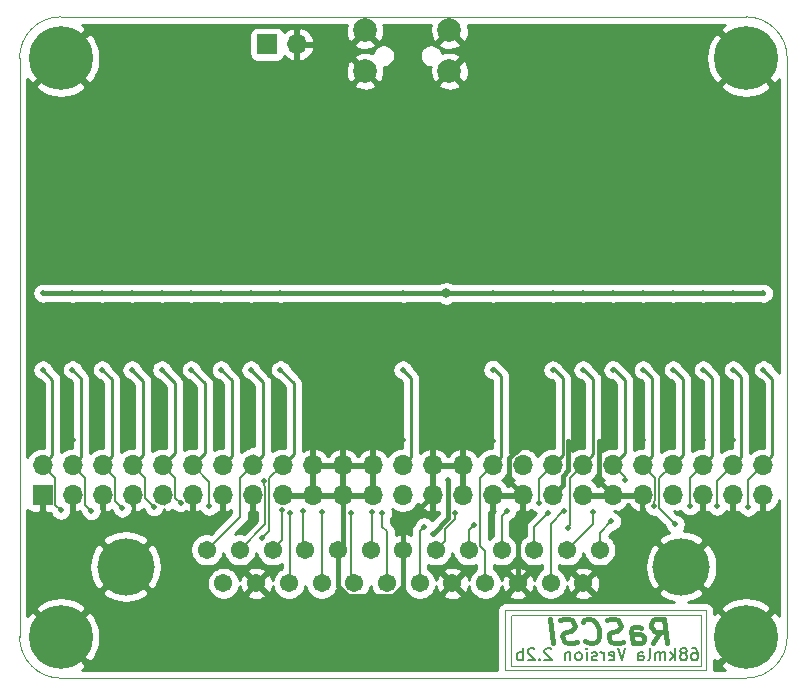
<source format=gbr>
%TF.GenerationSoftware,KiCad,Pcbnew,(5.1.6-0-10_14)*%
%TF.CreationDate,2020-08-20T20:18:55-05:00*%
%TF.ProjectId,rascsi_tester,72617363-7369-45f7-9465-737465722e6b,rev?*%
%TF.SameCoordinates,PX59d60c0PY325aa00*%
%TF.FileFunction,Copper,L2,Bot*%
%TF.FilePolarity,Positive*%
%FSLAX46Y46*%
G04 Gerber Fmt 4.6, Leading zero omitted, Abs format (unit mm)*
G04 Created by KiCad (PCBNEW (5.1.6-0-10_14)) date 2020-08-20 20:18:55*
%MOMM*%
%LPD*%
G01*
G04 APERTURE LIST*
%TA.AperFunction,NonConductor*%
%ADD10C,0.150000*%
%TD*%
%TA.AperFunction,NonConductor*%
%ADD11C,0.400000*%
%TD*%
%TA.AperFunction,NonConductor*%
%ADD12C,0.120000*%
%TD*%
%TA.AperFunction,Profile*%
%ADD13C,0.050000*%
%TD*%
%TA.AperFunction,ComponentPad*%
%ADD14O,1.700000X1.700000*%
%TD*%
%TA.AperFunction,ComponentPad*%
%ADD15R,1.700000X1.700000*%
%TD*%
%TA.AperFunction,ComponentPad*%
%ADD16C,4.845000*%
%TD*%
%TA.AperFunction,ComponentPad*%
%ADD17C,1.545000*%
%TD*%
%TA.AperFunction,ComponentPad*%
%ADD18C,2.000000*%
%TD*%
%TA.AperFunction,ComponentPad*%
%ADD19C,0.800000*%
%TD*%
%TA.AperFunction,ComponentPad*%
%ADD20C,5.400000*%
%TD*%
%TA.AperFunction,ViaPad*%
%ADD21C,0.500000*%
%TD*%
%TA.AperFunction,ViaPad*%
%ADD22C,0.800000*%
%TD*%
%TA.AperFunction,Conductor*%
%ADD23C,0.400000*%
%TD*%
%TA.AperFunction,Conductor*%
%ADD24C,0.200000*%
%TD*%
%TA.AperFunction,Conductor*%
%ADD25C,0.250000*%
%TD*%
%TA.AperFunction,Conductor*%
%ADD26C,0.150000*%
%TD*%
%TA.AperFunction,Conductor*%
%ADD27C,0.254000*%
%TD*%
G04 APERTURE END LIST*
D10*
X137272476Y-43172380D02*
X137462952Y-43172380D01*
X137558190Y-43220000D01*
X137605809Y-43267619D01*
X137701047Y-43410476D01*
X137748666Y-43600952D01*
X137748666Y-43981904D01*
X137701047Y-44077142D01*
X137653428Y-44124761D01*
X137558190Y-44172380D01*
X137367714Y-44172380D01*
X137272476Y-44124761D01*
X137224857Y-44077142D01*
X137177238Y-43981904D01*
X137177238Y-43743809D01*
X137224857Y-43648571D01*
X137272476Y-43600952D01*
X137367714Y-43553333D01*
X137558190Y-43553333D01*
X137653428Y-43600952D01*
X137701047Y-43648571D01*
X137748666Y-43743809D01*
X136605809Y-43600952D02*
X136701047Y-43553333D01*
X136748666Y-43505714D01*
X136796285Y-43410476D01*
X136796285Y-43362857D01*
X136748666Y-43267619D01*
X136701047Y-43220000D01*
X136605809Y-43172380D01*
X136415333Y-43172380D01*
X136320095Y-43220000D01*
X136272476Y-43267619D01*
X136224857Y-43362857D01*
X136224857Y-43410476D01*
X136272476Y-43505714D01*
X136320095Y-43553333D01*
X136415333Y-43600952D01*
X136605809Y-43600952D01*
X136701047Y-43648571D01*
X136748666Y-43696190D01*
X136796285Y-43791428D01*
X136796285Y-43981904D01*
X136748666Y-44077142D01*
X136701047Y-44124761D01*
X136605809Y-44172380D01*
X136415333Y-44172380D01*
X136320095Y-44124761D01*
X136272476Y-44077142D01*
X136224857Y-43981904D01*
X136224857Y-43791428D01*
X136272476Y-43696190D01*
X136320095Y-43648571D01*
X136415333Y-43600952D01*
X135796285Y-44172380D02*
X135796285Y-43172380D01*
X135701047Y-43791428D02*
X135415333Y-44172380D01*
X135415333Y-43505714D02*
X135796285Y-43886666D01*
X134986761Y-44172380D02*
X134986761Y-43505714D01*
X134986761Y-43600952D02*
X134939142Y-43553333D01*
X134843904Y-43505714D01*
X134701047Y-43505714D01*
X134605809Y-43553333D01*
X134558190Y-43648571D01*
X134558190Y-44172380D01*
X134558190Y-43648571D02*
X134510571Y-43553333D01*
X134415333Y-43505714D01*
X134272476Y-43505714D01*
X134177238Y-43553333D01*
X134129619Y-43648571D01*
X134129619Y-44172380D01*
X133510571Y-44172380D02*
X133605809Y-44124761D01*
X133653428Y-44029523D01*
X133653428Y-43172380D01*
X132701047Y-44172380D02*
X132701047Y-43648571D01*
X132748666Y-43553333D01*
X132843904Y-43505714D01*
X133034380Y-43505714D01*
X133129619Y-43553333D01*
X132701047Y-44124761D02*
X132796285Y-44172380D01*
X133034380Y-44172380D01*
X133129619Y-44124761D01*
X133177238Y-44029523D01*
X133177238Y-43934285D01*
X133129619Y-43839047D01*
X133034380Y-43791428D01*
X132796285Y-43791428D01*
X132701047Y-43743809D01*
X131605809Y-43172380D02*
X131272476Y-44172380D01*
X130939142Y-43172380D01*
X130224857Y-44124761D02*
X130320095Y-44172380D01*
X130510571Y-44172380D01*
X130605809Y-44124761D01*
X130653428Y-44029523D01*
X130653428Y-43648571D01*
X130605809Y-43553333D01*
X130510571Y-43505714D01*
X130320095Y-43505714D01*
X130224857Y-43553333D01*
X130177238Y-43648571D01*
X130177238Y-43743809D01*
X130653428Y-43839047D01*
X129748666Y-44172380D02*
X129748666Y-43505714D01*
X129748666Y-43696190D02*
X129701047Y-43600952D01*
X129653428Y-43553333D01*
X129558190Y-43505714D01*
X129462952Y-43505714D01*
X129177238Y-44124761D02*
X129082000Y-44172380D01*
X128891523Y-44172380D01*
X128796285Y-44124761D01*
X128748666Y-44029523D01*
X128748666Y-43981904D01*
X128796285Y-43886666D01*
X128891523Y-43839047D01*
X129034380Y-43839047D01*
X129129619Y-43791428D01*
X129177238Y-43696190D01*
X129177238Y-43648571D01*
X129129619Y-43553333D01*
X129034380Y-43505714D01*
X128891523Y-43505714D01*
X128796285Y-43553333D01*
X128320095Y-44172380D02*
X128320095Y-43505714D01*
X128320095Y-43172380D02*
X128367714Y-43220000D01*
X128320095Y-43267619D01*
X128272476Y-43220000D01*
X128320095Y-43172380D01*
X128320095Y-43267619D01*
X127701047Y-44172380D02*
X127796285Y-44124761D01*
X127843904Y-44077142D01*
X127891523Y-43981904D01*
X127891523Y-43696190D01*
X127843904Y-43600952D01*
X127796285Y-43553333D01*
X127701047Y-43505714D01*
X127558190Y-43505714D01*
X127462952Y-43553333D01*
X127415333Y-43600952D01*
X127367714Y-43696190D01*
X127367714Y-43981904D01*
X127415333Y-44077142D01*
X127462952Y-44124761D01*
X127558190Y-44172380D01*
X127701047Y-44172380D01*
X126939142Y-43505714D02*
X126939142Y-44172380D01*
X126939142Y-43600952D02*
X126891523Y-43553333D01*
X126796285Y-43505714D01*
X126653428Y-43505714D01*
X126558190Y-43553333D01*
X126510571Y-43648571D01*
X126510571Y-44172380D01*
X125320095Y-43267619D02*
X125272476Y-43220000D01*
X125177238Y-43172380D01*
X124939142Y-43172380D01*
X124843904Y-43220000D01*
X124796285Y-43267619D01*
X124748666Y-43362857D01*
X124748666Y-43458095D01*
X124796285Y-43600952D01*
X125367714Y-44172380D01*
X124748666Y-44172380D01*
X124320095Y-44077142D02*
X124272476Y-44124761D01*
X124320095Y-44172380D01*
X124367714Y-44124761D01*
X124320095Y-44077142D01*
X124320095Y-44172380D01*
X123891523Y-43267619D02*
X123843904Y-43220000D01*
X123748666Y-43172380D01*
X123510571Y-43172380D01*
X123415333Y-43220000D01*
X123367714Y-43267619D01*
X123320095Y-43362857D01*
X123320095Y-43458095D01*
X123367714Y-43600952D01*
X123939142Y-44172380D01*
X123320095Y-44172380D01*
X122891523Y-44172380D02*
X122891523Y-43172380D01*
X122891523Y-43553333D02*
X122796285Y-43505714D01*
X122605809Y-43505714D01*
X122510571Y-43553333D01*
X122462952Y-43600952D01*
X122415333Y-43696190D01*
X122415333Y-43981904D01*
X122462952Y-44077142D01*
X122510571Y-44124761D01*
X122605809Y-44172380D01*
X122796285Y-44172380D01*
X122891523Y-44124761D01*
D11*
X133956761Y-42719761D02*
X134504380Y-41767380D01*
X135099619Y-42719761D02*
X134849619Y-40719761D01*
X134087714Y-40719761D01*
X133909142Y-40815000D01*
X133825809Y-40910238D01*
X133754380Y-41100714D01*
X133790095Y-41386428D01*
X133909142Y-41576904D01*
X134016285Y-41672142D01*
X134218666Y-41767380D01*
X134980571Y-41767380D01*
X132242476Y-42719761D02*
X132111523Y-41672142D01*
X132182952Y-41481666D01*
X132361523Y-41386428D01*
X132742476Y-41386428D01*
X132944857Y-41481666D01*
X132230571Y-42624523D02*
X132432952Y-42719761D01*
X132909142Y-42719761D01*
X133087714Y-42624523D01*
X133159142Y-42434047D01*
X133135333Y-42243571D01*
X133016285Y-42053095D01*
X132813904Y-41957857D01*
X132337714Y-41957857D01*
X132135333Y-41862619D01*
X131373428Y-42624523D02*
X131099619Y-42719761D01*
X130623428Y-42719761D01*
X130421047Y-42624523D01*
X130313904Y-42529285D01*
X130194857Y-42338809D01*
X130171047Y-42148333D01*
X130242476Y-41957857D01*
X130325809Y-41862619D01*
X130504380Y-41767380D01*
X130873428Y-41672142D01*
X131052000Y-41576904D01*
X131135333Y-41481666D01*
X131206761Y-41291190D01*
X131182952Y-41100714D01*
X131063904Y-40910238D01*
X130956761Y-40815000D01*
X130754380Y-40719761D01*
X130278190Y-40719761D01*
X130004380Y-40815000D01*
X128218666Y-42529285D02*
X128325809Y-42624523D01*
X128623428Y-42719761D01*
X128813904Y-42719761D01*
X129087714Y-42624523D01*
X129254380Y-42434047D01*
X129325809Y-42243571D01*
X129373428Y-41862619D01*
X129337714Y-41576904D01*
X129194857Y-41195952D01*
X129075809Y-41005476D01*
X128861523Y-40815000D01*
X128563904Y-40719761D01*
X128373428Y-40719761D01*
X128099619Y-40815000D01*
X128016285Y-40910238D01*
X127468666Y-42624523D02*
X127194857Y-42719761D01*
X126718666Y-42719761D01*
X126516285Y-42624523D01*
X126409142Y-42529285D01*
X126290095Y-42338809D01*
X126266285Y-42148333D01*
X126337714Y-41957857D01*
X126421047Y-41862619D01*
X126599619Y-41767380D01*
X126968666Y-41672142D01*
X127147238Y-41576904D01*
X127230571Y-41481666D01*
X127302000Y-41291190D01*
X127278190Y-41100714D01*
X127159142Y-40910238D01*
X127052000Y-40815000D01*
X126849619Y-40719761D01*
X126373428Y-40719761D01*
X126099619Y-40815000D01*
X125480571Y-42719761D02*
X125230571Y-40719761D01*
D12*
X121994000Y-40342000D02*
X137996000Y-40342000D01*
X121930500Y-44660000D02*
X121930500Y-40405500D01*
X137996000Y-40342000D02*
X137996000Y-44660000D01*
X137996000Y-44660000D02*
X121930500Y-44660000D01*
X121422500Y-39961000D02*
X121422500Y-45041000D01*
X138440500Y-45041000D02*
X121422500Y-45041000D01*
X138377000Y-39961000D02*
X121422500Y-39961000D01*
X138440500Y-45041000D02*
X138440500Y-39961000D01*
D13*
X83800000Y-45696000D02*
X141800000Y-45696000D01*
X83800000Y-45696000D02*
G75*
G02*
X80300000Y-42196000I0J3500000D01*
G01*
X145300000Y-42196000D02*
G75*
G02*
X141800000Y-45696000I-3500000J0D01*
G01*
X80300000Y6800000D02*
X80300000Y-42196000D01*
X145300000Y6800000D02*
X145300000Y-42196000D01*
X83800000Y10300000D02*
X141800000Y10300000D01*
X80300000Y6800000D02*
G75*
G02*
X83800000Y10300000I3500000J0D01*
G01*
X141800000Y10300000D02*
G75*
G02*
X145300000Y6800000I0J-3500000D01*
G01*
D14*
%TO.P,J2,50*%
%TO.N,C-I_O*%
X143226500Y-27654500D03*
%TO.P,J2,49*%
%TO.N,GND*%
X143226500Y-30194500D03*
%TO.P,J2,48*%
%TO.N,C-REQ*%
X140686500Y-27654500D03*
%TO.P,J2,47*%
%TO.N,GND*%
X140686500Y-30194500D03*
%TO.P,J2,46*%
%TO.N,C-C_D*%
X138146500Y-27654500D03*
%TO.P,J2,45*%
%TO.N,GND*%
X138146500Y-30194500D03*
%TO.P,J2,44*%
%TO.N,C-SEL*%
X135606500Y-27654500D03*
%TO.P,J2,43*%
%TO.N,GND*%
X135606500Y-30194500D03*
%TO.P,J2,42*%
%TO.N,C-MSG*%
X133066500Y-27654500D03*
%TO.P,J2,41*%
%TO.N,GND*%
X133066500Y-30194500D03*
%TO.P,J2,40*%
%TO.N,C-RST*%
X130526500Y-27654500D03*
%TO.P,J2,39*%
%TO.N,GND*%
X130526500Y-30194500D03*
%TO.P,J2,38*%
%TO.N,C-ACK*%
X127986500Y-27654500D03*
%TO.P,J2,37*%
%TO.N,GND*%
X127986500Y-30194500D03*
%TO.P,J2,36*%
%TO.N,C-BSY*%
X125446500Y-27654500D03*
%TO.P,J2,35*%
%TO.N,GND*%
X125446500Y-30194500D03*
%TO.P,J2,34*%
%TO.N,Net-(J2-Pad34)*%
X122906500Y-27654500D03*
%TO.P,J2,33*%
%TO.N,GND*%
X122906500Y-30194500D03*
%TO.P,J2,32*%
%TO.N,C-ATN*%
X120366500Y-27654500D03*
%TO.P,J2,31*%
%TO.N,GND*%
X120366500Y-30194500D03*
%TO.P,J2,30*%
X117826500Y-27654500D03*
%TO.P,J2,29*%
X117826500Y-30194500D03*
%TO.P,J2,28*%
X115286500Y-27654500D03*
%TO.P,J2,27*%
X115286500Y-30194500D03*
%TO.P,J2,26*%
%TO.N,TERMPOW*%
X112746500Y-27654500D03*
%TO.P,J2,25*%
%TO.N,Net-(J2-Pad25)*%
X112746500Y-30194500D03*
%TO.P,J2,24*%
%TO.N,GND*%
X110206500Y-27654500D03*
%TO.P,J2,23*%
X110206500Y-30194500D03*
%TO.P,J2,22*%
X107666500Y-27654500D03*
%TO.P,J2,21*%
X107666500Y-30194500D03*
%TO.P,J2,20*%
X105126500Y-27654500D03*
%TO.P,J2,19*%
X105126500Y-30194500D03*
%TO.P,J2,18*%
%TO.N,C-DP*%
X102586500Y-27654500D03*
%TO.P,J2,17*%
%TO.N,GND*%
X102586500Y-30194500D03*
%TO.P,J2,16*%
%TO.N,C-D7*%
X100046500Y-27654500D03*
%TO.P,J2,15*%
%TO.N,GND*%
X100046500Y-30194500D03*
%TO.P,J2,14*%
%TO.N,C-D6*%
X97506500Y-27654500D03*
%TO.P,J2,13*%
%TO.N,GND*%
X97506500Y-30194500D03*
%TO.P,J2,12*%
%TO.N,C-D5*%
X94966500Y-27654500D03*
%TO.P,J2,11*%
%TO.N,GND*%
X94966500Y-30194500D03*
%TO.P,J2,10*%
%TO.N,C-D4*%
X92426500Y-27654500D03*
%TO.P,J2,9*%
%TO.N,GND*%
X92426500Y-30194500D03*
%TO.P,J2,8*%
%TO.N,C-D3*%
X89886500Y-27654500D03*
%TO.P,J2,7*%
%TO.N,GND*%
X89886500Y-30194500D03*
%TO.P,J2,6*%
%TO.N,C-D2*%
X87346500Y-27654500D03*
%TO.P,J2,5*%
%TO.N,GND*%
X87346500Y-30194500D03*
%TO.P,J2,4*%
%TO.N,C-D1*%
X84806500Y-27654500D03*
%TO.P,J2,3*%
%TO.N,GND*%
X84806500Y-30194500D03*
%TO.P,J2,2*%
%TO.N,C-D0*%
X82266500Y-27654500D03*
D15*
%TO.P,J2,1*%
%TO.N,GND*%
X82266500Y-30194500D03*
%TD*%
D16*
%TO.P,J4,MH2*%
%TO.N,GND*%
X89281600Y-36250000D03*
%TO.P,J4,MH1*%
X136321600Y-36250000D03*
D17*
%TO.P,J4,25*%
%TO.N,TERMPOW*%
X97566600Y-37670000D03*
%TO.P,J4,24*%
%TO.N,GND*%
X100336600Y-37670000D03*
%TO.P,J4,23*%
%TO.N,C-D4*%
X103106600Y-37670000D03*
%TO.P,J4,22*%
%TO.N,C-D2*%
X105876600Y-37670000D03*
%TO.P,J4,21*%
%TO.N,C-D1*%
X108646600Y-37670000D03*
%TO.P,J4,20*%
%TO.N,C-DP*%
X111416600Y-37670000D03*
%TO.P,J4,19*%
%TO.N,C-SEL*%
X114186600Y-37670000D03*
%TO.P,J4,18*%
%TO.N,GND*%
X116956600Y-37670000D03*
%TO.P,J4,17*%
%TO.N,C-ATN*%
X119726600Y-37670000D03*
%TO.P,J4,16*%
%TO.N,GND*%
X122496600Y-37670000D03*
%TO.P,J4,15*%
%TO.N,C-C_D*%
X125266600Y-37670000D03*
%TO.P,J4,14*%
%TO.N,GND*%
X128036600Y-37670000D03*
%TO.P,J4,13*%
%TO.N,C-D7*%
X96181600Y-34830000D03*
%TO.P,J4,12*%
%TO.N,C-D6*%
X98951600Y-34830000D03*
%TO.P,J4,11*%
%TO.N,C-D5*%
X101721600Y-34830000D03*
%TO.P,J4,10*%
%TO.N,C-D3*%
X104491600Y-34830000D03*
%TO.P,J4,9*%
%TO.N,GND*%
X107261600Y-34830000D03*
%TO.P,J4,8*%
%TO.N,C-D0*%
X110031600Y-34830000D03*
%TO.P,J4,7*%
%TO.N,GND*%
X112801600Y-34830000D03*
%TO.P,J4,6*%
%TO.N,C-BSY*%
X115571600Y-34830000D03*
%TO.P,J4,5*%
%TO.N,C-ACK*%
X118341600Y-34830000D03*
%TO.P,J4,4*%
%TO.N,C-RST*%
X121111600Y-34830000D03*
%TO.P,J4,3*%
%TO.N,C-I_O*%
X123881600Y-34830000D03*
%TO.P,J4,2*%
%TO.N,C-MSG*%
X126651600Y-34830000D03*
%TO.P,J4,1*%
%TO.N,C-REQ*%
X129421600Y-34830000D03*
%TD*%
D18*
%TO.P,J1,MH4*%
%TO.N,GND*%
X116702500Y5691000D03*
%TO.P,J1,MH3*%
X109552500Y5691000D03*
%TO.P,J1,MH2*%
X109552500Y9141000D03*
%TO.P,J1,MH1*%
X116702500Y9141000D03*
%TD*%
D14*
%TO.P,J3,2*%
%TO.N,GND*%
X103793000Y7969000D03*
D15*
%TO.P,J3,1*%
%TO.N,+5V*%
X101253000Y7969000D03*
%TD*%
D19*
%TO.P,H2,1*%
%TO.N,GND*%
X143231891Y8231891D03*
X141800000Y8825000D03*
X140368109Y8231891D03*
X139775000Y6800000D03*
X140368109Y5368109D03*
X141800000Y4775000D03*
X143231891Y5368109D03*
X143825000Y6800000D03*
D20*
X141800000Y6800000D03*
%TD*%
D19*
%TO.P,H1,1*%
%TO.N,GND*%
X85231891Y8231891D03*
X83800000Y8825000D03*
X82368109Y8231891D03*
X81775000Y6800000D03*
X82368109Y5368109D03*
X83800000Y4775000D03*
X85231891Y5368109D03*
X85825000Y6800000D03*
D20*
X83800000Y6800000D03*
%TD*%
D19*
%TO.P,H6,1*%
%TO.N,GND*%
X143231891Y-40768109D03*
X141800000Y-40175000D03*
X140368109Y-40768109D03*
X139775000Y-42200000D03*
X140368109Y-43631891D03*
X141800000Y-44225000D03*
X143231891Y-43631891D03*
X143825000Y-42200000D03*
D20*
X141800000Y-42200000D03*
%TD*%
D19*
%TO.P,H5,1*%
%TO.N,GND*%
X85231891Y-40768109D03*
X83800000Y-40175000D03*
X82368109Y-40768109D03*
X81775000Y-42200000D03*
X82368109Y-43631891D03*
X83800000Y-44225000D03*
X85231891Y-43631891D03*
X85825000Y-42200000D03*
D20*
X83800000Y-42200000D03*
%TD*%
D21*
%TO.N,+5V*%
X133093713Y-13113000D03*
X130544642Y-13113000D03*
X135642784Y-13113000D03*
X138191855Y-13113000D03*
%TO.N,GND*%
X125446500Y-25559000D03*
X127986500Y-25559000D03*
X120366500Y-25622500D03*
X82266500Y-25495500D03*
X84790625Y-25495500D03*
X87314750Y-25495500D03*
X89838875Y-25495500D03*
X92363000Y-25495500D03*
X94887125Y-25495500D03*
X97411250Y-25495500D03*
X99935375Y-25495500D03*
X102459500Y-25495500D03*
X130526500Y-25559000D03*
X133066500Y-25495500D03*
X135670000Y-25495500D03*
X138146500Y-25495500D03*
X140750000Y-25495500D03*
X143290000Y-25495500D03*
X112746500Y-25495500D03*
D22*
X106256800Y7994400D03*
X106256800Y3828800D03*
D21*
%TO.N,+5V*%
X143289997Y-13113000D03*
X140740926Y-13113000D03*
X127995571Y-13113000D03*
X125446500Y-13113000D03*
X120366500Y-13113000D03*
X112810000Y-13113000D03*
X102395996Y-13113000D03*
X99879809Y-13113000D03*
X97363622Y-13113000D03*
X94847435Y-13113000D03*
X92331248Y-13113000D03*
X89815061Y-13113000D03*
X87298874Y-13113000D03*
X84782687Y-13113000D03*
X82266500Y-13113000D03*
D22*
X116429500Y-13113000D03*
D21*
%TO.N,C-REQ*%
X139350000Y-31150000D03*
X130419308Y-32414713D03*
X140740926Y-19590003D03*
%TO.N,C-MSG*%
X133993502Y-31150000D03*
X128817950Y-31630159D03*
X133093713Y-19590003D03*
%TO.N,C-BSY*%
X124270000Y-30872990D03*
X117187010Y-31684832D03*
X125446500Y-19590003D03*
%TO.N,C-SEL*%
X114530000Y-32870000D03*
X135828947Y-32665648D03*
X135642784Y-19590003D03*
%TO.N,C-RST*%
X121540000Y-31560000D03*
X131560000Y-28920000D03*
X130544642Y-19590003D03*
%TO.N,C-ACK*%
X126730000Y-32950000D03*
X118812489Y-32689064D03*
X127995571Y-19590003D03*
%TO.N,C-ATN*%
X120366500Y-19590003D03*
%TO.N,C-DP*%
X111030000Y-31680000D03*
X100860000Y-33850000D03*
X102395996Y-19590003D03*
%TO.N,C-D0*%
X83780000Y-31480000D03*
X110120000Y-31630000D03*
X82266500Y-19590003D03*
%TO.N,C-D1*%
X86370000Y-31530000D03*
X108350000Y-31680000D03*
X84782687Y-19590003D03*
%TO.N,C-D2*%
X105950000Y-31630000D03*
X89002424Y-31302989D03*
X87298874Y-19590003D03*
%TO.N,C-D3*%
X104280000Y-31580000D03*
X91693529Y-31178968D03*
X89815061Y-19590003D03*
%TO.N,C-D4*%
X103220000Y-31750000D03*
X93930504Y-30851957D03*
X92331248Y-19590003D03*
%TO.N,C-D5*%
X96380000Y-31150000D03*
X102510000Y-31434946D03*
X94847435Y-19590003D03*
%TO.N,C-D6*%
X100973502Y-29027449D03*
X97363622Y-19590003D03*
%TO.N,C-D7*%
X99879809Y-19590003D03*
%TO.N,C-I_O*%
X142000000Y-31220000D03*
X125036247Y-31748511D03*
X143289997Y-19590003D03*
%TO.N,C-C_D*%
X137054940Y-31121502D03*
X126371042Y-31585360D03*
X138191855Y-19590003D03*
%TO.N,TERMPOW*%
X116610000Y-28880000D03*
X115320326Y-33454012D03*
X112746500Y-19590003D03*
%TD*%
D23*
%TO.N,GND*%
X107666500Y-34425100D02*
X107261600Y-34830000D01*
X107666500Y-30194500D02*
X107666500Y-34425100D01*
X112801600Y-37912262D02*
X112801600Y-34830000D01*
X111944361Y-38769501D02*
X112801600Y-37912262D01*
X108118839Y-38769501D02*
X111944361Y-38769501D01*
X107261600Y-37912262D02*
X108118839Y-38769501D01*
X107261600Y-34830000D02*
X107261600Y-37912262D01*
X112801600Y-32679400D02*
X112801600Y-34830000D01*
X115286500Y-30194500D02*
X112801600Y-32679400D01*
X122496600Y-31806481D02*
X122496600Y-37670000D01*
X122906500Y-31396581D02*
X122496600Y-31806481D01*
X122906500Y-30194500D02*
X122906500Y-31396581D01*
X126750000Y-28092962D02*
X126750000Y-25640000D01*
X126296499Y-28546463D02*
X126750000Y-28092962D01*
X125446500Y-30194500D02*
X126296499Y-29344501D01*
X126296499Y-29344501D02*
X126296499Y-28546463D01*
X129349499Y-25649499D02*
X129340000Y-25640000D01*
X129349499Y-29017499D02*
X129349499Y-25649499D01*
X130526500Y-30194500D02*
X129349499Y-29017499D01*
X122815538Y-26003500D02*
X123732000Y-26003500D01*
X121729499Y-27089539D02*
X122815538Y-26003500D01*
X121729499Y-29017499D02*
X121729499Y-27089539D01*
X122906500Y-30194500D02*
X121729499Y-29017499D01*
%TO.N,+5V*%
X116429500Y-13113000D02*
X82266500Y-13113000D01*
X143289997Y-13113000D02*
X116429500Y-13113000D01*
D24*
%TO.N,C-REQ*%
X139350000Y-28991000D02*
X140686500Y-27654500D01*
X139350000Y-31150000D02*
X139350000Y-28991000D01*
X129421600Y-34830000D02*
X129421600Y-33412421D01*
X129421600Y-33412421D02*
X130419308Y-32414713D01*
D25*
X140686500Y-27654500D02*
X141385000Y-26956000D01*
X141385000Y-20179648D02*
X140740926Y-19535574D01*
X141385000Y-26956000D02*
X141385000Y-20179648D01*
D24*
%TO.N,C-MSG*%
X133993502Y-30796447D02*
X133993502Y-31150000D01*
X133066500Y-27654500D02*
X134143501Y-28731501D01*
X134143501Y-30646448D02*
X133993502Y-30796447D01*
X134143501Y-28731501D02*
X134143501Y-30646448D01*
X126651600Y-34830000D02*
X128817950Y-32663650D01*
X128817950Y-32663650D02*
X128817950Y-31630159D01*
D25*
X133066500Y-27654500D02*
X133828500Y-26892500D01*
X133828500Y-20297574D02*
X133093713Y-19562787D01*
X133828500Y-26892500D02*
X133828500Y-20297574D01*
D24*
%TO.N,C-BSY*%
X124270000Y-28831000D02*
X124270000Y-30872990D01*
X125446500Y-27654500D02*
X124270000Y-28831000D01*
X117187010Y-32191212D02*
X117187010Y-31684832D01*
X116344099Y-34057501D02*
X116344099Y-33034123D01*
X116344099Y-33034123D02*
X117187010Y-32191212D01*
X115571600Y-34830000D02*
X116344099Y-34057501D01*
D25*
X126296499Y-25725001D02*
X126297990Y-25723510D01*
X126296499Y-26804501D02*
X126296499Y-25725001D01*
X125446500Y-27654500D02*
X126296499Y-26804501D01*
X126297990Y-20314490D02*
X125446500Y-19463000D01*
X126297990Y-25723510D02*
X126297990Y-20314490D01*
D24*
%TO.N,C-SEL*%
X114186600Y-33213400D02*
X114186600Y-37670000D01*
X114530000Y-32870000D02*
X114186600Y-33213400D01*
X134470512Y-31307213D02*
X135828947Y-32665648D01*
X135606500Y-27654500D02*
X134470512Y-28790488D01*
X134470512Y-28790488D02*
X134470512Y-31307213D01*
D25*
X136456499Y-20367431D02*
X135642784Y-19553716D01*
X136456499Y-26804501D02*
X136456499Y-20367431D01*
X135606500Y-27654500D02*
X136456499Y-26804501D01*
D24*
%TO.N,C-RST*%
X121111600Y-31988400D02*
X121540000Y-31560000D01*
X121111600Y-34830000D02*
X121111600Y-31988400D01*
D26*
X131560000Y-28688000D02*
X131560000Y-28920000D01*
X130526500Y-27654500D02*
X131560000Y-28688000D01*
D25*
X130526500Y-27591000D02*
X130024499Y-27088999D01*
X130526500Y-27654500D02*
X130526500Y-27591000D01*
X130526500Y-27654500D02*
X131542500Y-26638500D01*
X131542500Y-20442716D02*
X130544642Y-19444858D01*
X131542500Y-26638500D02*
X131542500Y-20442716D01*
D24*
%TO.N,C-ACK*%
X126909499Y-28731501D02*
X126909499Y-32770501D01*
X126909499Y-32770501D02*
X126730000Y-32950000D01*
X127986500Y-27654500D02*
X126909499Y-28731501D01*
X118341600Y-33159953D02*
X118812489Y-32689064D01*
X118341600Y-34830000D02*
X118341600Y-33159953D01*
D25*
X127986500Y-27654500D02*
X127484499Y-27152499D01*
X127986500Y-27654500D02*
X128887991Y-26753009D01*
X128887991Y-20409849D02*
X127995571Y-19517429D01*
X128887991Y-26753009D02*
X128887991Y-20409849D01*
D24*
%TO.N,C-ATN*%
X119726600Y-34924262D02*
X119726600Y-37670000D01*
X119289499Y-34487161D02*
X119726600Y-34924262D01*
X119289499Y-28731501D02*
X119289499Y-34487161D01*
X120366500Y-27654500D02*
X119289499Y-28731501D01*
D25*
X120366500Y-27654500D02*
X121065000Y-26956000D01*
X121065000Y-20098000D02*
X120366500Y-19399500D01*
X121065000Y-26956000D02*
X121065000Y-20098000D01*
D24*
%TO.N,C-DP*%
X111416600Y-37670000D02*
X111416600Y-33276600D01*
X111416600Y-33276600D02*
X111030000Y-32890000D01*
X111030000Y-32890000D02*
X111030000Y-31680000D01*
X101450512Y-28790488D02*
X102586500Y-27654500D01*
X101450512Y-33259488D02*
X101450512Y-28790488D01*
X100860000Y-33850000D02*
X101450512Y-33259488D01*
D25*
X102586500Y-27654500D02*
X103539000Y-26702000D01*
X103539000Y-20733007D02*
X102395996Y-19590003D01*
X103539000Y-26702000D02*
X103539000Y-20733007D01*
D24*
%TO.N,C-D0*%
X83343501Y-31043501D02*
X83780000Y-31480000D01*
X82266500Y-27654500D02*
X83343501Y-28731501D01*
X83343501Y-28731501D02*
X83343501Y-31043501D01*
X110120000Y-34741600D02*
X110031600Y-34830000D01*
X110120000Y-31630000D02*
X110120000Y-34741600D01*
D25*
X82266500Y-27654500D02*
X83092000Y-26829000D01*
X83092000Y-20415503D02*
X82266500Y-19590003D01*
X83092000Y-26829000D02*
X83092000Y-20415503D01*
D24*
%TO.N,C-D1*%
X85883501Y-31043501D02*
X86370000Y-31530000D01*
X84806500Y-27654500D02*
X85883501Y-28731501D01*
X85883501Y-28731501D02*
X85883501Y-31043501D01*
X108350000Y-37373400D02*
X108646600Y-37670000D01*
X108350000Y-31680000D02*
X108350000Y-37373400D01*
D25*
X84806500Y-27654500D02*
X85505000Y-26956000D01*
X85505000Y-20312316D02*
X84782687Y-19590003D01*
X85505000Y-26956000D02*
X85505000Y-20312316D01*
D24*
%TO.N,C-D2*%
X105950000Y-37596600D02*
X105876600Y-37670000D01*
X105950000Y-31630000D02*
X105950000Y-37596600D01*
X88423501Y-30724066D02*
X89002424Y-31302989D01*
X88423501Y-28731501D02*
X88423501Y-30724066D01*
X87346500Y-27654500D02*
X88423501Y-28731501D01*
D25*
X87346500Y-27654500D02*
X88108500Y-26892500D01*
X88108500Y-20399629D02*
X87298874Y-19590003D01*
X88108500Y-26892500D02*
X88108500Y-20399629D01*
D24*
%TO.N,C-D3*%
X104280000Y-34618400D02*
X104491600Y-34830000D01*
X104280000Y-31580000D02*
X104280000Y-34618400D01*
X90963501Y-28731501D02*
X90963501Y-30448940D01*
X89886500Y-27654500D02*
X90963501Y-28731501D01*
X90963501Y-30448940D02*
X91693529Y-31178968D01*
D25*
X89886500Y-27654500D02*
X90775500Y-26765500D01*
X90775500Y-20550442D02*
X89815061Y-19590003D01*
X90775500Y-26765500D02*
X90775500Y-20550442D01*
D24*
%TO.N,C-D4*%
X103220000Y-37556600D02*
X103106600Y-37670000D01*
X103220000Y-31750000D02*
X103220000Y-37556600D01*
X93503501Y-28731501D02*
X93503501Y-30424954D01*
X93503501Y-30424954D02*
X93930504Y-30851957D01*
X92426500Y-27654500D02*
X93503501Y-28731501D01*
D25*
X92426500Y-27654500D02*
X93442500Y-26638500D01*
X93442500Y-20701255D02*
X92331248Y-19590003D01*
X93442500Y-26638500D02*
X93442500Y-20701255D01*
%TO.N,C-D5*%
X94585500Y-27273500D02*
X94966500Y-27654500D01*
X95097490Y-27523510D02*
X94966500Y-27654500D01*
D24*
X94966500Y-27654500D02*
X96380000Y-29068000D01*
X96380000Y-29068000D02*
X96380000Y-31150000D01*
X102510000Y-34041600D02*
X102510000Y-31434946D01*
X101721600Y-34830000D02*
X102510000Y-34041600D01*
D25*
X94966500Y-27654500D02*
X95982500Y-26638500D01*
X95982500Y-20725068D02*
X94847435Y-19590003D01*
X95982500Y-26638500D02*
X95982500Y-20725068D01*
D24*
%TO.N,C-D6*%
X98951600Y-34830000D02*
X101123501Y-32658099D01*
X101123501Y-29531001D02*
X100973502Y-29381002D01*
X101123501Y-32658099D02*
X101123501Y-29531001D01*
X100973502Y-29381002D02*
X100973502Y-29027449D01*
D25*
X97506500Y-27654500D02*
X98268500Y-26892500D01*
X98268500Y-20494881D02*
X97363622Y-19590003D01*
X98268500Y-26892500D02*
X98268500Y-20494881D01*
%TO.N,C-D7*%
X100046500Y-26829000D02*
X100046500Y-27654500D01*
D24*
X98969499Y-32042101D02*
X96181600Y-34830000D01*
X98969499Y-28731501D02*
X98969499Y-32042101D01*
X100046500Y-27654500D02*
X98969499Y-28731501D01*
D25*
X100046500Y-27654500D02*
X100935500Y-26765500D01*
X100935500Y-20645694D02*
X99879809Y-19590003D01*
X100935500Y-26765500D02*
X100935500Y-20645694D01*
D24*
%TO.N,C-I_O*%
X142000000Y-28881000D02*
X143226500Y-27654500D01*
X142000000Y-31220000D02*
X142000000Y-28881000D01*
X123881600Y-34830000D02*
X123881600Y-32903158D01*
X123881600Y-32903158D02*
X125036247Y-31748511D01*
D25*
X143226500Y-27654500D02*
X144052000Y-26829000D01*
X144052000Y-20352006D02*
X143289997Y-19590003D01*
X144052000Y-26829000D02*
X144052000Y-20352006D01*
D24*
%TO.N,C-C_D*%
X137054940Y-28746060D02*
X137054940Y-31121502D01*
X138146500Y-27654500D02*
X137054940Y-28746060D01*
X125266600Y-32604208D02*
X126301830Y-31568978D01*
X126301830Y-31568978D02*
X126354660Y-31568978D01*
X125266600Y-37670000D02*
X125266600Y-32604208D01*
X126354660Y-31568978D02*
X126371042Y-31585360D01*
D25*
X138146500Y-27654500D02*
X138908500Y-26892500D01*
X138908500Y-20261290D02*
X138191855Y-19544645D01*
X138908500Y-26892500D02*
X138908500Y-20261290D01*
D23*
%TO.N,TERMPOW*%
X116610000Y-28880000D02*
X116610000Y-32164338D01*
X116610000Y-32164338D02*
X115320326Y-33454012D01*
D25*
X112746500Y-27654500D02*
X113445000Y-26956000D01*
X113445000Y-20288500D02*
X112746500Y-19590000D01*
X113445000Y-26956000D02*
X113445000Y-20288500D01*
%TD*%
D27*
%TO.N,GND*%
G36*
X82393500Y-30067500D02*
G01*
X82413500Y-30067500D01*
X82413500Y-30321500D01*
X82393500Y-30321500D01*
X82393500Y-31520750D01*
X82552250Y-31679500D01*
X82917741Y-31681490D01*
X82929010Y-31738145D01*
X82995723Y-31899205D01*
X83092576Y-32044155D01*
X83215845Y-32167424D01*
X83360795Y-32264277D01*
X83521855Y-32330990D01*
X83692835Y-32365000D01*
X83867165Y-32365000D01*
X84038145Y-32330990D01*
X84199205Y-32264277D01*
X84344155Y-32167424D01*
X84467424Y-32044155D01*
X84564277Y-31899205D01*
X84630990Y-31738145D01*
X84665000Y-31567165D01*
X84665000Y-31522307D01*
X84679500Y-31514655D01*
X84679500Y-30321500D01*
X84659500Y-30321500D01*
X84659500Y-30067500D01*
X84679500Y-30067500D01*
X84679500Y-30047500D01*
X84933500Y-30047500D01*
X84933500Y-30067500D01*
X84953500Y-30067500D01*
X84953500Y-30321500D01*
X84933500Y-30321500D01*
X84933500Y-31514655D01*
X85163390Y-31635976D01*
X85310599Y-31591325D01*
X85362385Y-31566659D01*
X85389309Y-31588755D01*
X85501706Y-31701152D01*
X85519010Y-31788145D01*
X85585723Y-31949205D01*
X85682576Y-32094155D01*
X85805845Y-32217424D01*
X85950795Y-32314277D01*
X86111855Y-32380990D01*
X86282835Y-32415000D01*
X86457165Y-32415000D01*
X86628145Y-32380990D01*
X86789205Y-32314277D01*
X86934155Y-32217424D01*
X87057424Y-32094155D01*
X87154277Y-31949205D01*
X87220990Y-31788145D01*
X87255000Y-31617165D01*
X87255000Y-31442835D01*
X87220990Y-31271855D01*
X87219500Y-31268258D01*
X87219500Y-30321500D01*
X87199500Y-30321500D01*
X87199500Y-30067500D01*
X87219500Y-30067500D01*
X87219500Y-30047500D01*
X87473500Y-30047500D01*
X87473500Y-30067500D01*
X87493500Y-30067500D01*
X87493500Y-30321500D01*
X87473500Y-30321500D01*
X87473500Y-31514655D01*
X87703390Y-31635976D01*
X87850599Y-31591325D01*
X88113420Y-31466141D01*
X88120700Y-31460711D01*
X88134130Y-31474142D01*
X88151434Y-31561134D01*
X88218147Y-31722194D01*
X88315000Y-31867144D01*
X88438269Y-31990413D01*
X88583219Y-32087266D01*
X88744279Y-32153979D01*
X88915259Y-32187989D01*
X89089589Y-32187989D01*
X89260569Y-32153979D01*
X89421629Y-32087266D01*
X89566579Y-31990413D01*
X89689848Y-31867144D01*
X89786701Y-31722194D01*
X89853414Y-31561134D01*
X89887424Y-31390154D01*
X89887424Y-31215824D01*
X89853414Y-31044844D01*
X89786701Y-30883784D01*
X89759500Y-30843075D01*
X89759500Y-30321500D01*
X89739500Y-30321500D01*
X89739500Y-30067500D01*
X89759500Y-30067500D01*
X89759500Y-30047500D01*
X90013500Y-30047500D01*
X90013500Y-30067500D01*
X90033500Y-30067500D01*
X90033500Y-30321500D01*
X90013500Y-30321500D01*
X90013500Y-31514655D01*
X90243390Y-31635976D01*
X90390599Y-31591325D01*
X90653420Y-31466141D01*
X90818284Y-31343170D01*
X90825235Y-31350121D01*
X90842539Y-31437113D01*
X90909252Y-31598173D01*
X91006105Y-31743123D01*
X91129374Y-31866392D01*
X91274324Y-31963245D01*
X91435384Y-32029958D01*
X91606364Y-32063968D01*
X91780694Y-32063968D01*
X91951674Y-32029958D01*
X92112734Y-31963245D01*
X92257684Y-31866392D01*
X92380953Y-31743123D01*
X92477806Y-31598173D01*
X92544519Y-31437113D01*
X92553500Y-31391962D01*
X92553500Y-31514655D01*
X92783390Y-31635976D01*
X92930599Y-31591325D01*
X93193420Y-31466141D01*
X93250519Y-31423551D01*
X93366349Y-31539381D01*
X93511299Y-31636234D01*
X93672359Y-31702947D01*
X93843339Y-31736957D01*
X94017669Y-31736957D01*
X94188649Y-31702947D01*
X94349709Y-31636234D01*
X94435848Y-31578678D01*
X94462401Y-31591325D01*
X94609610Y-31635976D01*
X94839500Y-31514655D01*
X94839500Y-30321500D01*
X94819500Y-30321500D01*
X94819500Y-30067500D01*
X94839500Y-30067500D01*
X94839500Y-30047500D01*
X95093500Y-30047500D01*
X95093500Y-30067500D01*
X95113500Y-30067500D01*
X95113500Y-30321500D01*
X95093500Y-30321500D01*
X95093500Y-31514655D01*
X95323390Y-31635976D01*
X95470599Y-31591325D01*
X95582757Y-31537903D01*
X95595723Y-31569205D01*
X95692576Y-31714155D01*
X95815845Y-31837424D01*
X95960795Y-31934277D01*
X96121855Y-32000990D01*
X96292835Y-32035000D01*
X96467165Y-32035000D01*
X96638145Y-32000990D01*
X96799205Y-31934277D01*
X96944155Y-31837424D01*
X97067424Y-31714155D01*
X97124709Y-31628423D01*
X97149610Y-31635976D01*
X97379500Y-31514655D01*
X97379500Y-30321500D01*
X97359500Y-30321500D01*
X97359500Y-30067500D01*
X97379500Y-30067500D01*
X97379500Y-30047500D01*
X97633500Y-30047500D01*
X97633500Y-30067500D01*
X97653500Y-30067500D01*
X97653500Y-30321500D01*
X97633500Y-30321500D01*
X97633500Y-31514655D01*
X97863390Y-31635976D01*
X98010599Y-31591325D01*
X98234500Y-31484679D01*
X98234500Y-31737653D01*
X96511589Y-33460565D01*
X96320227Y-33422500D01*
X96042973Y-33422500D01*
X95771047Y-33476590D01*
X95514899Y-33582690D01*
X95284371Y-33736724D01*
X95088324Y-33932771D01*
X94934290Y-34163299D01*
X94828190Y-34419447D01*
X94774100Y-34691373D01*
X94774100Y-34968627D01*
X94828190Y-35240553D01*
X94934290Y-35496701D01*
X95088324Y-35727229D01*
X95284371Y-35923276D01*
X95514899Y-36077310D01*
X95771047Y-36183410D01*
X96042973Y-36237500D01*
X96320227Y-36237500D01*
X96592153Y-36183410D01*
X96848301Y-36077310D01*
X97078829Y-35923276D01*
X97274876Y-35727229D01*
X97428910Y-35496701D01*
X97535010Y-35240553D01*
X97566600Y-35081741D01*
X97598190Y-35240553D01*
X97704290Y-35496701D01*
X97858324Y-35727229D01*
X98054371Y-35923276D01*
X98284899Y-36077310D01*
X98541047Y-36183410D01*
X98812973Y-36237500D01*
X99090227Y-36237500D01*
X99362153Y-36183410D01*
X99618301Y-36077310D01*
X99848829Y-35923276D01*
X100044876Y-35727229D01*
X100198910Y-35496701D01*
X100305010Y-35240553D01*
X100336600Y-35081741D01*
X100368190Y-35240553D01*
X100474290Y-35496701D01*
X100628324Y-35727229D01*
X100824371Y-35923276D01*
X101054899Y-36077310D01*
X101311047Y-36183410D01*
X101582973Y-36237500D01*
X101860227Y-36237500D01*
X102132153Y-36183410D01*
X102388301Y-36077310D01*
X102485001Y-36012697D01*
X102485001Y-36404008D01*
X102439899Y-36422690D01*
X102209371Y-36576724D01*
X102013324Y-36772771D01*
X101859290Y-37003299D01*
X101753190Y-37259447D01*
X101721878Y-37416862D01*
X101707987Y-37324212D01*
X101614176Y-37063312D01*
X101550827Y-36944793D01*
X101309664Y-36876541D01*
X100516205Y-37670000D01*
X101309664Y-38463459D01*
X101550827Y-38395207D01*
X101668977Y-38144389D01*
X101722834Y-37927946D01*
X101753190Y-38080553D01*
X101859290Y-38336701D01*
X102013324Y-38567229D01*
X102209371Y-38763276D01*
X102439899Y-38917310D01*
X102696047Y-39023410D01*
X102967973Y-39077500D01*
X103245227Y-39077500D01*
X103517153Y-39023410D01*
X103773301Y-38917310D01*
X104003829Y-38763276D01*
X104199876Y-38567229D01*
X104353910Y-38336701D01*
X104460010Y-38080553D01*
X104491600Y-37921741D01*
X104523190Y-38080553D01*
X104629290Y-38336701D01*
X104783324Y-38567229D01*
X104979371Y-38763276D01*
X105209899Y-38917310D01*
X105466047Y-39023410D01*
X105737973Y-39077500D01*
X106015227Y-39077500D01*
X106287153Y-39023410D01*
X106543301Y-38917310D01*
X106773829Y-38763276D01*
X106969876Y-38567229D01*
X107123910Y-38336701D01*
X107230010Y-38080553D01*
X107261600Y-37921741D01*
X107293190Y-38080553D01*
X107399290Y-38336701D01*
X107553324Y-38567229D01*
X107749371Y-38763276D01*
X107979899Y-38917310D01*
X108236047Y-39023410D01*
X108507973Y-39077500D01*
X108785227Y-39077500D01*
X109057153Y-39023410D01*
X109313301Y-38917310D01*
X109543829Y-38763276D01*
X109739876Y-38567229D01*
X109893910Y-38336701D01*
X110000010Y-38080553D01*
X110031600Y-37921741D01*
X110063190Y-38080553D01*
X110169290Y-38336701D01*
X110323324Y-38567229D01*
X110519371Y-38763276D01*
X110749899Y-38917310D01*
X111006047Y-39023410D01*
X111277973Y-39077500D01*
X111555227Y-39077500D01*
X111827153Y-39023410D01*
X112083301Y-38917310D01*
X112313829Y-38763276D01*
X112509876Y-38567229D01*
X112663910Y-38336701D01*
X112770010Y-38080553D01*
X112801600Y-37921741D01*
X112833190Y-38080553D01*
X112939290Y-38336701D01*
X113093324Y-38567229D01*
X113289371Y-38763276D01*
X113519899Y-38917310D01*
X113776047Y-39023410D01*
X114047973Y-39077500D01*
X114325227Y-39077500D01*
X114597153Y-39023410D01*
X114853301Y-38917310D01*
X115083829Y-38763276D01*
X115204041Y-38643064D01*
X116163141Y-38643064D01*
X116231393Y-38884227D01*
X116482211Y-39002377D01*
X116751260Y-39069324D01*
X117028200Y-39082496D01*
X117302388Y-39041387D01*
X117563288Y-38947576D01*
X117681807Y-38884227D01*
X117750059Y-38643064D01*
X116956600Y-37849605D01*
X116163141Y-38643064D01*
X115204041Y-38643064D01*
X115279876Y-38567229D01*
X115433910Y-38336701D01*
X115540010Y-38080553D01*
X115571322Y-37923138D01*
X115585213Y-38015788D01*
X115679024Y-38276688D01*
X115742373Y-38395207D01*
X115983536Y-38463459D01*
X116776995Y-37670000D01*
X115983536Y-36876541D01*
X115742373Y-36944793D01*
X115624223Y-37195611D01*
X115570366Y-37412054D01*
X115540010Y-37259447D01*
X115433910Y-37003299D01*
X115279876Y-36772771D01*
X115204041Y-36696936D01*
X116163141Y-36696936D01*
X116956600Y-37490395D01*
X117750059Y-36696936D01*
X117681807Y-36455773D01*
X117430989Y-36337623D01*
X117161940Y-36270676D01*
X116885000Y-36257504D01*
X116610812Y-36298613D01*
X116349912Y-36392424D01*
X116231393Y-36455773D01*
X116163141Y-36696936D01*
X115204041Y-36696936D01*
X115083829Y-36576724D01*
X114921600Y-36468326D01*
X114921600Y-36084228D01*
X115161047Y-36183410D01*
X115432973Y-36237500D01*
X115710227Y-36237500D01*
X115982153Y-36183410D01*
X116238301Y-36077310D01*
X116468829Y-35923276D01*
X116664876Y-35727229D01*
X116818910Y-35496701D01*
X116925010Y-35240553D01*
X116956600Y-35081741D01*
X116988190Y-35240553D01*
X117094290Y-35496701D01*
X117248324Y-35727229D01*
X117444371Y-35923276D01*
X117674899Y-36077310D01*
X117931047Y-36183410D01*
X118202973Y-36237500D01*
X118480227Y-36237500D01*
X118752153Y-36183410D01*
X118991600Y-36084228D01*
X118991601Y-36468326D01*
X118829371Y-36576724D01*
X118633324Y-36772771D01*
X118479290Y-37003299D01*
X118373190Y-37259447D01*
X118341878Y-37416862D01*
X118327987Y-37324212D01*
X118234176Y-37063312D01*
X118170827Y-36944793D01*
X117929664Y-36876541D01*
X117136205Y-37670000D01*
X117929664Y-38463459D01*
X118170827Y-38395207D01*
X118288977Y-38144389D01*
X118342834Y-37927946D01*
X118373190Y-38080553D01*
X118479290Y-38336701D01*
X118633324Y-38567229D01*
X118829371Y-38763276D01*
X119059899Y-38917310D01*
X119316047Y-39023410D01*
X119587973Y-39077500D01*
X119865227Y-39077500D01*
X120137153Y-39023410D01*
X120393301Y-38917310D01*
X120623829Y-38763276D01*
X120744041Y-38643064D01*
X121703141Y-38643064D01*
X121771393Y-38884227D01*
X122022211Y-39002377D01*
X122291260Y-39069324D01*
X122568200Y-39082496D01*
X122842388Y-39041387D01*
X123103288Y-38947576D01*
X123221807Y-38884227D01*
X123290059Y-38643064D01*
X122496600Y-37849605D01*
X121703141Y-38643064D01*
X120744041Y-38643064D01*
X120819876Y-38567229D01*
X120973910Y-38336701D01*
X121080010Y-38080553D01*
X121111322Y-37923138D01*
X121125213Y-38015788D01*
X121219024Y-38276688D01*
X121282373Y-38395207D01*
X121523536Y-38463459D01*
X122316995Y-37670000D01*
X121523536Y-36876541D01*
X121282373Y-36944793D01*
X121164223Y-37195611D01*
X121110366Y-37412054D01*
X121080010Y-37259447D01*
X120973910Y-37003299D01*
X120819876Y-36772771D01*
X120744041Y-36696936D01*
X121703141Y-36696936D01*
X122496600Y-37490395D01*
X123290059Y-36696936D01*
X123221807Y-36455773D01*
X122970989Y-36337623D01*
X122701940Y-36270676D01*
X122425000Y-36257504D01*
X122150812Y-36298613D01*
X121889912Y-36392424D01*
X121771393Y-36455773D01*
X121703141Y-36696936D01*
X120744041Y-36696936D01*
X120623829Y-36576724D01*
X120461600Y-36468326D01*
X120461600Y-36084228D01*
X120701047Y-36183410D01*
X120972973Y-36237500D01*
X121250227Y-36237500D01*
X121522153Y-36183410D01*
X121778301Y-36077310D01*
X122008829Y-35923276D01*
X122204876Y-35727229D01*
X122358910Y-35496701D01*
X122465010Y-35240553D01*
X122496600Y-35081741D01*
X122528190Y-35240553D01*
X122634290Y-35496701D01*
X122788324Y-35727229D01*
X122984371Y-35923276D01*
X123214899Y-36077310D01*
X123471047Y-36183410D01*
X123742973Y-36237500D01*
X124020227Y-36237500D01*
X124292153Y-36183410D01*
X124531600Y-36084228D01*
X124531600Y-36468326D01*
X124369371Y-36576724D01*
X124173324Y-36772771D01*
X124019290Y-37003299D01*
X123913190Y-37259447D01*
X123881878Y-37416862D01*
X123867987Y-37324212D01*
X123774176Y-37063312D01*
X123710827Y-36944793D01*
X123469664Y-36876541D01*
X122676205Y-37670000D01*
X123469664Y-38463459D01*
X123710827Y-38395207D01*
X123828977Y-38144389D01*
X123882834Y-37927946D01*
X123913190Y-38080553D01*
X124019290Y-38336701D01*
X124173324Y-38567229D01*
X124369371Y-38763276D01*
X124599899Y-38917310D01*
X124856047Y-39023410D01*
X125127973Y-39077500D01*
X125405227Y-39077500D01*
X125677153Y-39023410D01*
X125933301Y-38917310D01*
X126163829Y-38763276D01*
X126284041Y-38643064D01*
X127243141Y-38643064D01*
X127311393Y-38884227D01*
X127562211Y-39002377D01*
X127831260Y-39069324D01*
X128108200Y-39082496D01*
X128382388Y-39041387D01*
X128643288Y-38947576D01*
X128761807Y-38884227D01*
X128830059Y-38643064D01*
X128036600Y-37849605D01*
X127243141Y-38643064D01*
X126284041Y-38643064D01*
X126359876Y-38567229D01*
X126513910Y-38336701D01*
X126620010Y-38080553D01*
X126651322Y-37923138D01*
X126665213Y-38015788D01*
X126759024Y-38276688D01*
X126822373Y-38395207D01*
X127063536Y-38463459D01*
X127856995Y-37670000D01*
X128216205Y-37670000D01*
X129009664Y-38463459D01*
X129250827Y-38395207D01*
X129368977Y-38144389D01*
X129435924Y-37875340D01*
X129449096Y-37598400D01*
X129407987Y-37324212D01*
X129314176Y-37063312D01*
X129250827Y-36944793D01*
X129009664Y-36876541D01*
X128216205Y-37670000D01*
X127856995Y-37670000D01*
X127063536Y-36876541D01*
X126822373Y-36944793D01*
X126704223Y-37195611D01*
X126650366Y-37412054D01*
X126620010Y-37259447D01*
X126513910Y-37003299D01*
X126359876Y-36772771D01*
X126284041Y-36696936D01*
X127243141Y-36696936D01*
X128036600Y-37490395D01*
X128830059Y-36696936D01*
X128761807Y-36455773D01*
X128510989Y-36337623D01*
X128241940Y-36270676D01*
X127965000Y-36257504D01*
X127690812Y-36298613D01*
X127429912Y-36392424D01*
X127311393Y-36455773D01*
X127243141Y-36696936D01*
X126284041Y-36696936D01*
X126163829Y-36576724D01*
X126001600Y-36468326D01*
X126001600Y-36256387D01*
X133249313Y-36256387D01*
X133309592Y-36855638D01*
X133485620Y-37431614D01*
X133763538Y-37951561D01*
X134173569Y-38218426D01*
X136141995Y-36250000D01*
X136501205Y-36250000D01*
X138469631Y-38218426D01*
X138879662Y-37951561D01*
X139162467Y-37419813D01*
X139336100Y-36843109D01*
X139393887Y-36243613D01*
X139333608Y-35644362D01*
X139157580Y-35068386D01*
X138879662Y-34548439D01*
X138469631Y-34281574D01*
X136501205Y-36250000D01*
X136141995Y-36250000D01*
X134173569Y-34281574D01*
X133763538Y-34548439D01*
X133480733Y-35080187D01*
X133307100Y-35656891D01*
X133249313Y-36256387D01*
X126001600Y-36256387D01*
X126001600Y-36084228D01*
X126241047Y-36183410D01*
X126512973Y-36237500D01*
X126790227Y-36237500D01*
X127062153Y-36183410D01*
X127318301Y-36077310D01*
X127548829Y-35923276D01*
X127744876Y-35727229D01*
X127898910Y-35496701D01*
X128005010Y-35240553D01*
X128036600Y-35081741D01*
X128068190Y-35240553D01*
X128174290Y-35496701D01*
X128328324Y-35727229D01*
X128524371Y-35923276D01*
X128754899Y-36077310D01*
X129011047Y-36183410D01*
X129282973Y-36237500D01*
X129560227Y-36237500D01*
X129832153Y-36183410D01*
X130088301Y-36077310D01*
X130318829Y-35923276D01*
X130514876Y-35727229D01*
X130668910Y-35496701D01*
X130775010Y-35240553D01*
X130829100Y-34968627D01*
X130829100Y-34691373D01*
X130775010Y-34419447D01*
X130668910Y-34163299D01*
X130514876Y-33932771D01*
X130318829Y-33736724D01*
X130209677Y-33663791D01*
X130590461Y-33283007D01*
X130677453Y-33265703D01*
X130838513Y-33198990D01*
X130983463Y-33102137D01*
X131106732Y-32978868D01*
X131203585Y-32833918D01*
X131270298Y-32672858D01*
X131304308Y-32501878D01*
X131304308Y-32327548D01*
X131270298Y-32156568D01*
X131203585Y-31995508D01*
X131106732Y-31850558D01*
X130983463Y-31727289D01*
X130838513Y-31630436D01*
X130677453Y-31563723D01*
X130653502Y-31558959D01*
X130653502Y-31514656D01*
X130883390Y-31635976D01*
X131030599Y-31591325D01*
X131293420Y-31466141D01*
X131526769Y-31292088D01*
X131721678Y-31075855D01*
X131796500Y-30950245D01*
X131871322Y-31075855D01*
X132066231Y-31292088D01*
X132299580Y-31466141D01*
X132562401Y-31591325D01*
X132709610Y-31635976D01*
X132939500Y-31514655D01*
X132939500Y-30321500D01*
X130653500Y-30321500D01*
X130653500Y-30341500D01*
X130399500Y-30341500D01*
X130399500Y-30321500D01*
X128113500Y-30321500D01*
X128113500Y-30341500D01*
X127859500Y-30341500D01*
X127859500Y-30321500D01*
X127839500Y-30321500D01*
X127839500Y-30067500D01*
X127859500Y-30067500D01*
X127859500Y-30047500D01*
X128113500Y-30047500D01*
X128113500Y-30067500D01*
X130399500Y-30067500D01*
X130399500Y-30047500D01*
X130653500Y-30047500D01*
X130653500Y-30067500D01*
X132939500Y-30067500D01*
X132939500Y-30047500D01*
X133193500Y-30047500D01*
X133193500Y-30067500D01*
X133213500Y-30067500D01*
X133213500Y-30321500D01*
X133193500Y-30321500D01*
X133193500Y-30768759D01*
X133142512Y-30891855D01*
X133108502Y-31062835D01*
X133108502Y-31237165D01*
X133142512Y-31408145D01*
X133209225Y-31569205D01*
X133306078Y-31714155D01*
X133429347Y-31837424D01*
X133574297Y-31934277D01*
X133735357Y-32000990D01*
X133906337Y-32035000D01*
X134080667Y-32035000D01*
X134145881Y-32022028D01*
X134960653Y-32836801D01*
X134977957Y-32923793D01*
X135044670Y-33084853D01*
X135141523Y-33229803D01*
X135264792Y-33353072D01*
X135288211Y-33368720D01*
X135139986Y-33414020D01*
X134620039Y-33691938D01*
X134353174Y-34101969D01*
X136321600Y-36070395D01*
X138290026Y-34101969D01*
X138023161Y-33691938D01*
X137491413Y-33409133D01*
X136914709Y-33235500D01*
X136536898Y-33199082D01*
X136613224Y-33084853D01*
X136679937Y-32923793D01*
X136713947Y-32752813D01*
X136713947Y-32578483D01*
X136679937Y-32407503D01*
X136613224Y-32246443D01*
X136516371Y-32101493D01*
X136393102Y-31978224D01*
X136248152Y-31881371D01*
X136087092Y-31814658D01*
X136000100Y-31797354D01*
X135733502Y-31530757D01*
X135733502Y-31514656D01*
X135963390Y-31635976D01*
X136110599Y-31591325D01*
X136261799Y-31519307D01*
X136270663Y-31540707D01*
X136367516Y-31685657D01*
X136490785Y-31808926D01*
X136635735Y-31905779D01*
X136796795Y-31972492D01*
X136967775Y-32006502D01*
X137142105Y-32006502D01*
X137313085Y-31972492D01*
X137474145Y-31905779D01*
X137619095Y-31808926D01*
X137742364Y-31685657D01*
X137777928Y-31632433D01*
X137789610Y-31635976D01*
X138019500Y-31514655D01*
X138019500Y-30321500D01*
X137999500Y-30321500D01*
X137999500Y-30067500D01*
X138019500Y-30067500D01*
X138019500Y-30047500D01*
X138273500Y-30047500D01*
X138273500Y-30067500D01*
X138293500Y-30067500D01*
X138293500Y-30321500D01*
X138273500Y-30321500D01*
X138273500Y-31514655D01*
X138503390Y-31635976D01*
X138592316Y-31609003D01*
X138662576Y-31714155D01*
X138785845Y-31837424D01*
X138930795Y-31934277D01*
X139091855Y-32000990D01*
X139262835Y-32035000D01*
X139437165Y-32035000D01*
X139608145Y-32000990D01*
X139769205Y-31934277D01*
X139914155Y-31837424D01*
X140037424Y-31714155D01*
X140134277Y-31569205D01*
X140134554Y-31568535D01*
X140182401Y-31591325D01*
X140329610Y-31635976D01*
X140559500Y-31514655D01*
X140559500Y-30321500D01*
X140539500Y-30321500D01*
X140539500Y-30067500D01*
X140559500Y-30067500D01*
X140559500Y-30047500D01*
X140813500Y-30047500D01*
X140813500Y-30067500D01*
X140833500Y-30067500D01*
X140833500Y-30321500D01*
X140813500Y-30321500D01*
X140813500Y-31514655D01*
X141043390Y-31635976D01*
X141190599Y-31591325D01*
X141195019Y-31589220D01*
X141215723Y-31639205D01*
X141312576Y-31784155D01*
X141435845Y-31907424D01*
X141580795Y-32004277D01*
X141741855Y-32070990D01*
X141912835Y-32105000D01*
X142087165Y-32105000D01*
X142258145Y-32070990D01*
X142419205Y-32004277D01*
X142564155Y-31907424D01*
X142687424Y-31784155D01*
X142784277Y-31639205D01*
X142794990Y-31613342D01*
X142869610Y-31635976D01*
X143099500Y-31514655D01*
X143099500Y-30321500D01*
X143079500Y-30321500D01*
X143079500Y-30067500D01*
X143099500Y-30067500D01*
X143099500Y-30047500D01*
X143353500Y-30047500D01*
X143353500Y-30067500D01*
X143373500Y-30067500D01*
X143373500Y-30321500D01*
X143353500Y-30321500D01*
X143353500Y-31514655D01*
X143583390Y-31635976D01*
X143730599Y-31591325D01*
X143993420Y-31466141D01*
X144226769Y-31292088D01*
X144421678Y-31075855D01*
X144570657Y-30825752D01*
X144640001Y-30630269D01*
X144640001Y-40437918D01*
X144588904Y-40342008D01*
X144583828Y-40334411D01*
X144145374Y-40034231D01*
X141979605Y-42200000D01*
X141993748Y-42214143D01*
X141814143Y-42393748D01*
X141800000Y-42379605D01*
X139634231Y-44545374D01*
X139934411Y-44983828D01*
X140031699Y-45036000D01*
X139138370Y-45036000D01*
X139135500Y-45006865D01*
X139135500Y-44147285D01*
X139454626Y-44365769D01*
X141620395Y-42200000D01*
X139454626Y-40034231D01*
X139135500Y-40252715D01*
X139135500Y-39926865D01*
X139128385Y-39854626D01*
X139634231Y-39854626D01*
X141800000Y-42020395D01*
X143965769Y-39854626D01*
X143665589Y-39416172D01*
X143086644Y-39105704D01*
X142458254Y-38914148D01*
X141804569Y-38848866D01*
X141150707Y-38912366D01*
X140521797Y-39102208D01*
X139942008Y-39411096D01*
X139934411Y-39416172D01*
X139634231Y-39854626D01*
X139128385Y-39854626D01*
X139125443Y-39824756D01*
X139085702Y-39693748D01*
X139021167Y-39573011D01*
X138934317Y-39467183D01*
X138828489Y-39380333D01*
X138707752Y-39315798D01*
X138576744Y-39276057D01*
X138440500Y-39262638D01*
X138406366Y-39266000D01*
X136887552Y-39266000D01*
X136927238Y-39262008D01*
X137503214Y-39085980D01*
X138023161Y-38808062D01*
X138290026Y-38398031D01*
X136321600Y-36429605D01*
X134353174Y-38398031D01*
X134620039Y-38808062D01*
X135151787Y-39090867D01*
X135728491Y-39264500D01*
X135744052Y-39266000D01*
X121456634Y-39266000D01*
X121422500Y-39262638D01*
X121388365Y-39266000D01*
X121286256Y-39276057D01*
X121155248Y-39315798D01*
X121034511Y-39380333D01*
X120928683Y-39467183D01*
X120841833Y-39573011D01*
X120777298Y-39693748D01*
X120737557Y-39824756D01*
X120724138Y-39961000D01*
X120727500Y-39995135D01*
X120727501Y-45006855D01*
X120724630Y-45036000D01*
X85569592Y-45036000D01*
X85657992Y-44988904D01*
X85665589Y-44983828D01*
X85965769Y-44545374D01*
X83800000Y-42379605D01*
X83785858Y-42393748D01*
X83606253Y-42214143D01*
X83620395Y-42200000D01*
X83979605Y-42200000D01*
X86145374Y-44365769D01*
X86583828Y-44065589D01*
X86894296Y-43486644D01*
X87085852Y-42858254D01*
X87151134Y-42204569D01*
X87087634Y-41550707D01*
X86897792Y-40921797D01*
X86588904Y-40342008D01*
X86583828Y-40334411D01*
X86145374Y-40034231D01*
X83979605Y-42200000D01*
X83620395Y-42200000D01*
X81454626Y-40034231D01*
X81016172Y-40334411D01*
X80960000Y-40439158D01*
X80960000Y-39854626D01*
X81634231Y-39854626D01*
X83800000Y-42020395D01*
X85965769Y-39854626D01*
X85665589Y-39416172D01*
X85086644Y-39105704D01*
X84458254Y-38914148D01*
X83804569Y-38848866D01*
X83150707Y-38912366D01*
X82521797Y-39102208D01*
X81942008Y-39411096D01*
X81934411Y-39416172D01*
X81634231Y-39854626D01*
X80960000Y-39854626D01*
X80960000Y-38398031D01*
X87313174Y-38398031D01*
X87580039Y-38808062D01*
X88111787Y-39090867D01*
X88688491Y-39264500D01*
X89287987Y-39322287D01*
X89887238Y-39262008D01*
X90463214Y-39085980D01*
X90983161Y-38808062D01*
X91250026Y-38398031D01*
X89281600Y-36429605D01*
X87313174Y-38398031D01*
X80960000Y-38398031D01*
X80960000Y-36256387D01*
X86209313Y-36256387D01*
X86269592Y-36855638D01*
X86445620Y-37431614D01*
X86723538Y-37951561D01*
X87133569Y-38218426D01*
X89101995Y-36250000D01*
X89461205Y-36250000D01*
X91429631Y-38218426D01*
X91839662Y-37951561D01*
X92063134Y-37531373D01*
X96159100Y-37531373D01*
X96159100Y-37808627D01*
X96213190Y-38080553D01*
X96319290Y-38336701D01*
X96473324Y-38567229D01*
X96669371Y-38763276D01*
X96899899Y-38917310D01*
X97156047Y-39023410D01*
X97427973Y-39077500D01*
X97705227Y-39077500D01*
X97977153Y-39023410D01*
X98233301Y-38917310D01*
X98463829Y-38763276D01*
X98584041Y-38643064D01*
X99543141Y-38643064D01*
X99611393Y-38884227D01*
X99862211Y-39002377D01*
X100131260Y-39069324D01*
X100408200Y-39082496D01*
X100682388Y-39041387D01*
X100943288Y-38947576D01*
X101061807Y-38884227D01*
X101130059Y-38643064D01*
X100336600Y-37849605D01*
X99543141Y-38643064D01*
X98584041Y-38643064D01*
X98659876Y-38567229D01*
X98813910Y-38336701D01*
X98920010Y-38080553D01*
X98951322Y-37923138D01*
X98965213Y-38015788D01*
X99059024Y-38276688D01*
X99122373Y-38395207D01*
X99363536Y-38463459D01*
X100156995Y-37670000D01*
X99363536Y-36876541D01*
X99122373Y-36944793D01*
X99004223Y-37195611D01*
X98950366Y-37412054D01*
X98920010Y-37259447D01*
X98813910Y-37003299D01*
X98659876Y-36772771D01*
X98584041Y-36696936D01*
X99543141Y-36696936D01*
X100336600Y-37490395D01*
X101130059Y-36696936D01*
X101061807Y-36455773D01*
X100810989Y-36337623D01*
X100541940Y-36270676D01*
X100265000Y-36257504D01*
X99990812Y-36298613D01*
X99729912Y-36392424D01*
X99611393Y-36455773D01*
X99543141Y-36696936D01*
X98584041Y-36696936D01*
X98463829Y-36576724D01*
X98233301Y-36422690D01*
X97977153Y-36316590D01*
X97705227Y-36262500D01*
X97427973Y-36262500D01*
X97156047Y-36316590D01*
X96899899Y-36422690D01*
X96669371Y-36576724D01*
X96473324Y-36772771D01*
X96319290Y-37003299D01*
X96213190Y-37259447D01*
X96159100Y-37531373D01*
X92063134Y-37531373D01*
X92122467Y-37419813D01*
X92296100Y-36843109D01*
X92353887Y-36243613D01*
X92293608Y-35644362D01*
X92117580Y-35068386D01*
X91839662Y-34548439D01*
X91429631Y-34281574D01*
X89461205Y-36250000D01*
X89101995Y-36250000D01*
X87133569Y-34281574D01*
X86723538Y-34548439D01*
X86440733Y-35080187D01*
X86267100Y-35656891D01*
X86209313Y-36256387D01*
X80960000Y-36256387D01*
X80960000Y-34101969D01*
X87313174Y-34101969D01*
X89281600Y-36070395D01*
X91250026Y-34101969D01*
X90983161Y-33691938D01*
X90451413Y-33409133D01*
X89874709Y-33235500D01*
X89275213Y-33177713D01*
X88675962Y-33237992D01*
X88099986Y-33414020D01*
X87580039Y-33691938D01*
X87313174Y-34101969D01*
X80960000Y-34101969D01*
X80960000Y-31489209D01*
X80965315Y-31495685D01*
X81062006Y-31575037D01*
X81172320Y-31634002D01*
X81292018Y-31670312D01*
X81416500Y-31682572D01*
X81980750Y-31679500D01*
X82139500Y-31520750D01*
X82139500Y-30321500D01*
X82119500Y-30321500D01*
X82119500Y-30067500D01*
X82139500Y-30067500D01*
X82139500Y-30047500D01*
X82393500Y-30047500D01*
X82393500Y-30067500D01*
G37*
X82393500Y-30067500D02*
X82413500Y-30067500D01*
X82413500Y-30321500D01*
X82393500Y-30321500D01*
X82393500Y-31520750D01*
X82552250Y-31679500D01*
X82917741Y-31681490D01*
X82929010Y-31738145D01*
X82995723Y-31899205D01*
X83092576Y-32044155D01*
X83215845Y-32167424D01*
X83360795Y-32264277D01*
X83521855Y-32330990D01*
X83692835Y-32365000D01*
X83867165Y-32365000D01*
X84038145Y-32330990D01*
X84199205Y-32264277D01*
X84344155Y-32167424D01*
X84467424Y-32044155D01*
X84564277Y-31899205D01*
X84630990Y-31738145D01*
X84665000Y-31567165D01*
X84665000Y-31522307D01*
X84679500Y-31514655D01*
X84679500Y-30321500D01*
X84659500Y-30321500D01*
X84659500Y-30067500D01*
X84679500Y-30067500D01*
X84679500Y-30047500D01*
X84933500Y-30047500D01*
X84933500Y-30067500D01*
X84953500Y-30067500D01*
X84953500Y-30321500D01*
X84933500Y-30321500D01*
X84933500Y-31514655D01*
X85163390Y-31635976D01*
X85310599Y-31591325D01*
X85362385Y-31566659D01*
X85389309Y-31588755D01*
X85501706Y-31701152D01*
X85519010Y-31788145D01*
X85585723Y-31949205D01*
X85682576Y-32094155D01*
X85805845Y-32217424D01*
X85950795Y-32314277D01*
X86111855Y-32380990D01*
X86282835Y-32415000D01*
X86457165Y-32415000D01*
X86628145Y-32380990D01*
X86789205Y-32314277D01*
X86934155Y-32217424D01*
X87057424Y-32094155D01*
X87154277Y-31949205D01*
X87220990Y-31788145D01*
X87255000Y-31617165D01*
X87255000Y-31442835D01*
X87220990Y-31271855D01*
X87219500Y-31268258D01*
X87219500Y-30321500D01*
X87199500Y-30321500D01*
X87199500Y-30067500D01*
X87219500Y-30067500D01*
X87219500Y-30047500D01*
X87473500Y-30047500D01*
X87473500Y-30067500D01*
X87493500Y-30067500D01*
X87493500Y-30321500D01*
X87473500Y-30321500D01*
X87473500Y-31514655D01*
X87703390Y-31635976D01*
X87850599Y-31591325D01*
X88113420Y-31466141D01*
X88120700Y-31460711D01*
X88134130Y-31474142D01*
X88151434Y-31561134D01*
X88218147Y-31722194D01*
X88315000Y-31867144D01*
X88438269Y-31990413D01*
X88583219Y-32087266D01*
X88744279Y-32153979D01*
X88915259Y-32187989D01*
X89089589Y-32187989D01*
X89260569Y-32153979D01*
X89421629Y-32087266D01*
X89566579Y-31990413D01*
X89689848Y-31867144D01*
X89786701Y-31722194D01*
X89853414Y-31561134D01*
X89887424Y-31390154D01*
X89887424Y-31215824D01*
X89853414Y-31044844D01*
X89786701Y-30883784D01*
X89759500Y-30843075D01*
X89759500Y-30321500D01*
X89739500Y-30321500D01*
X89739500Y-30067500D01*
X89759500Y-30067500D01*
X89759500Y-30047500D01*
X90013500Y-30047500D01*
X90013500Y-30067500D01*
X90033500Y-30067500D01*
X90033500Y-30321500D01*
X90013500Y-30321500D01*
X90013500Y-31514655D01*
X90243390Y-31635976D01*
X90390599Y-31591325D01*
X90653420Y-31466141D01*
X90818284Y-31343170D01*
X90825235Y-31350121D01*
X90842539Y-31437113D01*
X90909252Y-31598173D01*
X91006105Y-31743123D01*
X91129374Y-31866392D01*
X91274324Y-31963245D01*
X91435384Y-32029958D01*
X91606364Y-32063968D01*
X91780694Y-32063968D01*
X91951674Y-32029958D01*
X92112734Y-31963245D01*
X92257684Y-31866392D01*
X92380953Y-31743123D01*
X92477806Y-31598173D01*
X92544519Y-31437113D01*
X92553500Y-31391962D01*
X92553500Y-31514655D01*
X92783390Y-31635976D01*
X92930599Y-31591325D01*
X93193420Y-31466141D01*
X93250519Y-31423551D01*
X93366349Y-31539381D01*
X93511299Y-31636234D01*
X93672359Y-31702947D01*
X93843339Y-31736957D01*
X94017669Y-31736957D01*
X94188649Y-31702947D01*
X94349709Y-31636234D01*
X94435848Y-31578678D01*
X94462401Y-31591325D01*
X94609610Y-31635976D01*
X94839500Y-31514655D01*
X94839500Y-30321500D01*
X94819500Y-30321500D01*
X94819500Y-30067500D01*
X94839500Y-30067500D01*
X94839500Y-30047500D01*
X95093500Y-30047500D01*
X95093500Y-30067500D01*
X95113500Y-30067500D01*
X95113500Y-30321500D01*
X95093500Y-30321500D01*
X95093500Y-31514655D01*
X95323390Y-31635976D01*
X95470599Y-31591325D01*
X95582757Y-31537903D01*
X95595723Y-31569205D01*
X95692576Y-31714155D01*
X95815845Y-31837424D01*
X95960795Y-31934277D01*
X96121855Y-32000990D01*
X96292835Y-32035000D01*
X96467165Y-32035000D01*
X96638145Y-32000990D01*
X96799205Y-31934277D01*
X96944155Y-31837424D01*
X97067424Y-31714155D01*
X97124709Y-31628423D01*
X97149610Y-31635976D01*
X97379500Y-31514655D01*
X97379500Y-30321500D01*
X97359500Y-30321500D01*
X97359500Y-30067500D01*
X97379500Y-30067500D01*
X97379500Y-30047500D01*
X97633500Y-30047500D01*
X97633500Y-30067500D01*
X97653500Y-30067500D01*
X97653500Y-30321500D01*
X97633500Y-30321500D01*
X97633500Y-31514655D01*
X97863390Y-31635976D01*
X98010599Y-31591325D01*
X98234500Y-31484679D01*
X98234500Y-31737653D01*
X96511589Y-33460565D01*
X96320227Y-33422500D01*
X96042973Y-33422500D01*
X95771047Y-33476590D01*
X95514899Y-33582690D01*
X95284371Y-33736724D01*
X95088324Y-33932771D01*
X94934290Y-34163299D01*
X94828190Y-34419447D01*
X94774100Y-34691373D01*
X94774100Y-34968627D01*
X94828190Y-35240553D01*
X94934290Y-35496701D01*
X95088324Y-35727229D01*
X95284371Y-35923276D01*
X95514899Y-36077310D01*
X95771047Y-36183410D01*
X96042973Y-36237500D01*
X96320227Y-36237500D01*
X96592153Y-36183410D01*
X96848301Y-36077310D01*
X97078829Y-35923276D01*
X97274876Y-35727229D01*
X97428910Y-35496701D01*
X97535010Y-35240553D01*
X97566600Y-35081741D01*
X97598190Y-35240553D01*
X97704290Y-35496701D01*
X97858324Y-35727229D01*
X98054371Y-35923276D01*
X98284899Y-36077310D01*
X98541047Y-36183410D01*
X98812973Y-36237500D01*
X99090227Y-36237500D01*
X99362153Y-36183410D01*
X99618301Y-36077310D01*
X99848829Y-35923276D01*
X100044876Y-35727229D01*
X100198910Y-35496701D01*
X100305010Y-35240553D01*
X100336600Y-35081741D01*
X100368190Y-35240553D01*
X100474290Y-35496701D01*
X100628324Y-35727229D01*
X100824371Y-35923276D01*
X101054899Y-36077310D01*
X101311047Y-36183410D01*
X101582973Y-36237500D01*
X101860227Y-36237500D01*
X102132153Y-36183410D01*
X102388301Y-36077310D01*
X102485001Y-36012697D01*
X102485001Y-36404008D01*
X102439899Y-36422690D01*
X102209371Y-36576724D01*
X102013324Y-36772771D01*
X101859290Y-37003299D01*
X101753190Y-37259447D01*
X101721878Y-37416862D01*
X101707987Y-37324212D01*
X101614176Y-37063312D01*
X101550827Y-36944793D01*
X101309664Y-36876541D01*
X100516205Y-37670000D01*
X101309664Y-38463459D01*
X101550827Y-38395207D01*
X101668977Y-38144389D01*
X101722834Y-37927946D01*
X101753190Y-38080553D01*
X101859290Y-38336701D01*
X102013324Y-38567229D01*
X102209371Y-38763276D01*
X102439899Y-38917310D01*
X102696047Y-39023410D01*
X102967973Y-39077500D01*
X103245227Y-39077500D01*
X103517153Y-39023410D01*
X103773301Y-38917310D01*
X104003829Y-38763276D01*
X104199876Y-38567229D01*
X104353910Y-38336701D01*
X104460010Y-38080553D01*
X104491600Y-37921741D01*
X104523190Y-38080553D01*
X104629290Y-38336701D01*
X104783324Y-38567229D01*
X104979371Y-38763276D01*
X105209899Y-38917310D01*
X105466047Y-39023410D01*
X105737973Y-39077500D01*
X106015227Y-39077500D01*
X106287153Y-39023410D01*
X106543301Y-38917310D01*
X106773829Y-38763276D01*
X106969876Y-38567229D01*
X107123910Y-38336701D01*
X107230010Y-38080553D01*
X107261600Y-37921741D01*
X107293190Y-38080553D01*
X107399290Y-38336701D01*
X107553324Y-38567229D01*
X107749371Y-38763276D01*
X107979899Y-38917310D01*
X108236047Y-39023410D01*
X108507973Y-39077500D01*
X108785227Y-39077500D01*
X109057153Y-39023410D01*
X109313301Y-38917310D01*
X109543829Y-38763276D01*
X109739876Y-38567229D01*
X109893910Y-38336701D01*
X110000010Y-38080553D01*
X110031600Y-37921741D01*
X110063190Y-38080553D01*
X110169290Y-38336701D01*
X110323324Y-38567229D01*
X110519371Y-38763276D01*
X110749899Y-38917310D01*
X111006047Y-39023410D01*
X111277973Y-39077500D01*
X111555227Y-39077500D01*
X111827153Y-39023410D01*
X112083301Y-38917310D01*
X112313829Y-38763276D01*
X112509876Y-38567229D01*
X112663910Y-38336701D01*
X112770010Y-38080553D01*
X112801600Y-37921741D01*
X112833190Y-38080553D01*
X112939290Y-38336701D01*
X113093324Y-38567229D01*
X113289371Y-38763276D01*
X113519899Y-38917310D01*
X113776047Y-39023410D01*
X114047973Y-39077500D01*
X114325227Y-39077500D01*
X114597153Y-39023410D01*
X114853301Y-38917310D01*
X115083829Y-38763276D01*
X115204041Y-38643064D01*
X116163141Y-38643064D01*
X116231393Y-38884227D01*
X116482211Y-39002377D01*
X116751260Y-39069324D01*
X117028200Y-39082496D01*
X117302388Y-39041387D01*
X117563288Y-38947576D01*
X117681807Y-38884227D01*
X117750059Y-38643064D01*
X116956600Y-37849605D01*
X116163141Y-38643064D01*
X115204041Y-38643064D01*
X115279876Y-38567229D01*
X115433910Y-38336701D01*
X115540010Y-38080553D01*
X115571322Y-37923138D01*
X115585213Y-38015788D01*
X115679024Y-38276688D01*
X115742373Y-38395207D01*
X115983536Y-38463459D01*
X116776995Y-37670000D01*
X115983536Y-36876541D01*
X115742373Y-36944793D01*
X115624223Y-37195611D01*
X115570366Y-37412054D01*
X115540010Y-37259447D01*
X115433910Y-37003299D01*
X115279876Y-36772771D01*
X115204041Y-36696936D01*
X116163141Y-36696936D01*
X116956600Y-37490395D01*
X117750059Y-36696936D01*
X117681807Y-36455773D01*
X117430989Y-36337623D01*
X117161940Y-36270676D01*
X116885000Y-36257504D01*
X116610812Y-36298613D01*
X116349912Y-36392424D01*
X116231393Y-36455773D01*
X116163141Y-36696936D01*
X115204041Y-36696936D01*
X115083829Y-36576724D01*
X114921600Y-36468326D01*
X114921600Y-36084228D01*
X115161047Y-36183410D01*
X115432973Y-36237500D01*
X115710227Y-36237500D01*
X115982153Y-36183410D01*
X116238301Y-36077310D01*
X116468829Y-35923276D01*
X116664876Y-35727229D01*
X116818910Y-35496701D01*
X116925010Y-35240553D01*
X116956600Y-35081741D01*
X116988190Y-35240553D01*
X117094290Y-35496701D01*
X117248324Y-35727229D01*
X117444371Y-35923276D01*
X117674899Y-36077310D01*
X117931047Y-36183410D01*
X118202973Y-36237500D01*
X118480227Y-36237500D01*
X118752153Y-36183410D01*
X118991600Y-36084228D01*
X118991601Y-36468326D01*
X118829371Y-36576724D01*
X118633324Y-36772771D01*
X118479290Y-37003299D01*
X118373190Y-37259447D01*
X118341878Y-37416862D01*
X118327987Y-37324212D01*
X118234176Y-37063312D01*
X118170827Y-36944793D01*
X117929664Y-36876541D01*
X117136205Y-37670000D01*
X117929664Y-38463459D01*
X118170827Y-38395207D01*
X118288977Y-38144389D01*
X118342834Y-37927946D01*
X118373190Y-38080553D01*
X118479290Y-38336701D01*
X118633324Y-38567229D01*
X118829371Y-38763276D01*
X119059899Y-38917310D01*
X119316047Y-39023410D01*
X119587973Y-39077500D01*
X119865227Y-39077500D01*
X120137153Y-39023410D01*
X120393301Y-38917310D01*
X120623829Y-38763276D01*
X120744041Y-38643064D01*
X121703141Y-38643064D01*
X121771393Y-38884227D01*
X122022211Y-39002377D01*
X122291260Y-39069324D01*
X122568200Y-39082496D01*
X122842388Y-39041387D01*
X123103288Y-38947576D01*
X123221807Y-38884227D01*
X123290059Y-38643064D01*
X122496600Y-37849605D01*
X121703141Y-38643064D01*
X120744041Y-38643064D01*
X120819876Y-38567229D01*
X120973910Y-38336701D01*
X121080010Y-38080553D01*
X121111322Y-37923138D01*
X121125213Y-38015788D01*
X121219024Y-38276688D01*
X121282373Y-38395207D01*
X121523536Y-38463459D01*
X122316995Y-37670000D01*
X121523536Y-36876541D01*
X121282373Y-36944793D01*
X121164223Y-37195611D01*
X121110366Y-37412054D01*
X121080010Y-37259447D01*
X120973910Y-37003299D01*
X120819876Y-36772771D01*
X120744041Y-36696936D01*
X121703141Y-36696936D01*
X122496600Y-37490395D01*
X123290059Y-36696936D01*
X123221807Y-36455773D01*
X122970989Y-36337623D01*
X122701940Y-36270676D01*
X122425000Y-36257504D01*
X122150812Y-36298613D01*
X121889912Y-36392424D01*
X121771393Y-36455773D01*
X121703141Y-36696936D01*
X120744041Y-36696936D01*
X120623829Y-36576724D01*
X120461600Y-36468326D01*
X120461600Y-36084228D01*
X120701047Y-36183410D01*
X120972973Y-36237500D01*
X121250227Y-36237500D01*
X121522153Y-36183410D01*
X121778301Y-36077310D01*
X122008829Y-35923276D01*
X122204876Y-35727229D01*
X122358910Y-35496701D01*
X122465010Y-35240553D01*
X122496600Y-35081741D01*
X122528190Y-35240553D01*
X122634290Y-35496701D01*
X122788324Y-35727229D01*
X122984371Y-35923276D01*
X123214899Y-36077310D01*
X123471047Y-36183410D01*
X123742973Y-36237500D01*
X124020227Y-36237500D01*
X124292153Y-36183410D01*
X124531600Y-36084228D01*
X124531600Y-36468326D01*
X124369371Y-36576724D01*
X124173324Y-36772771D01*
X124019290Y-37003299D01*
X123913190Y-37259447D01*
X123881878Y-37416862D01*
X123867987Y-37324212D01*
X123774176Y-37063312D01*
X123710827Y-36944793D01*
X123469664Y-36876541D01*
X122676205Y-37670000D01*
X123469664Y-38463459D01*
X123710827Y-38395207D01*
X123828977Y-38144389D01*
X123882834Y-37927946D01*
X123913190Y-38080553D01*
X124019290Y-38336701D01*
X124173324Y-38567229D01*
X124369371Y-38763276D01*
X124599899Y-38917310D01*
X124856047Y-39023410D01*
X125127973Y-39077500D01*
X125405227Y-39077500D01*
X125677153Y-39023410D01*
X125933301Y-38917310D01*
X126163829Y-38763276D01*
X126284041Y-38643064D01*
X127243141Y-38643064D01*
X127311393Y-38884227D01*
X127562211Y-39002377D01*
X127831260Y-39069324D01*
X128108200Y-39082496D01*
X128382388Y-39041387D01*
X128643288Y-38947576D01*
X128761807Y-38884227D01*
X128830059Y-38643064D01*
X128036600Y-37849605D01*
X127243141Y-38643064D01*
X126284041Y-38643064D01*
X126359876Y-38567229D01*
X126513910Y-38336701D01*
X126620010Y-38080553D01*
X126651322Y-37923138D01*
X126665213Y-38015788D01*
X126759024Y-38276688D01*
X126822373Y-38395207D01*
X127063536Y-38463459D01*
X127856995Y-37670000D01*
X128216205Y-37670000D01*
X129009664Y-38463459D01*
X129250827Y-38395207D01*
X129368977Y-38144389D01*
X129435924Y-37875340D01*
X129449096Y-37598400D01*
X129407987Y-37324212D01*
X129314176Y-37063312D01*
X129250827Y-36944793D01*
X129009664Y-36876541D01*
X128216205Y-37670000D01*
X127856995Y-37670000D01*
X127063536Y-36876541D01*
X126822373Y-36944793D01*
X126704223Y-37195611D01*
X126650366Y-37412054D01*
X126620010Y-37259447D01*
X126513910Y-37003299D01*
X126359876Y-36772771D01*
X126284041Y-36696936D01*
X127243141Y-36696936D01*
X128036600Y-37490395D01*
X128830059Y-36696936D01*
X128761807Y-36455773D01*
X128510989Y-36337623D01*
X128241940Y-36270676D01*
X127965000Y-36257504D01*
X127690812Y-36298613D01*
X127429912Y-36392424D01*
X127311393Y-36455773D01*
X127243141Y-36696936D01*
X126284041Y-36696936D01*
X126163829Y-36576724D01*
X126001600Y-36468326D01*
X126001600Y-36256387D01*
X133249313Y-36256387D01*
X133309592Y-36855638D01*
X133485620Y-37431614D01*
X133763538Y-37951561D01*
X134173569Y-38218426D01*
X136141995Y-36250000D01*
X136501205Y-36250000D01*
X138469631Y-38218426D01*
X138879662Y-37951561D01*
X139162467Y-37419813D01*
X139336100Y-36843109D01*
X139393887Y-36243613D01*
X139333608Y-35644362D01*
X139157580Y-35068386D01*
X138879662Y-34548439D01*
X138469631Y-34281574D01*
X136501205Y-36250000D01*
X136141995Y-36250000D01*
X134173569Y-34281574D01*
X133763538Y-34548439D01*
X133480733Y-35080187D01*
X133307100Y-35656891D01*
X133249313Y-36256387D01*
X126001600Y-36256387D01*
X126001600Y-36084228D01*
X126241047Y-36183410D01*
X126512973Y-36237500D01*
X126790227Y-36237500D01*
X127062153Y-36183410D01*
X127318301Y-36077310D01*
X127548829Y-35923276D01*
X127744876Y-35727229D01*
X127898910Y-35496701D01*
X128005010Y-35240553D01*
X128036600Y-35081741D01*
X128068190Y-35240553D01*
X128174290Y-35496701D01*
X128328324Y-35727229D01*
X128524371Y-35923276D01*
X128754899Y-36077310D01*
X129011047Y-36183410D01*
X129282973Y-36237500D01*
X129560227Y-36237500D01*
X129832153Y-36183410D01*
X130088301Y-36077310D01*
X130318829Y-35923276D01*
X130514876Y-35727229D01*
X130668910Y-35496701D01*
X130775010Y-35240553D01*
X130829100Y-34968627D01*
X130829100Y-34691373D01*
X130775010Y-34419447D01*
X130668910Y-34163299D01*
X130514876Y-33932771D01*
X130318829Y-33736724D01*
X130209677Y-33663791D01*
X130590461Y-33283007D01*
X130677453Y-33265703D01*
X130838513Y-33198990D01*
X130983463Y-33102137D01*
X131106732Y-32978868D01*
X131203585Y-32833918D01*
X131270298Y-32672858D01*
X131304308Y-32501878D01*
X131304308Y-32327548D01*
X131270298Y-32156568D01*
X131203585Y-31995508D01*
X131106732Y-31850558D01*
X130983463Y-31727289D01*
X130838513Y-31630436D01*
X130677453Y-31563723D01*
X130653502Y-31558959D01*
X130653502Y-31514656D01*
X130883390Y-31635976D01*
X131030599Y-31591325D01*
X131293420Y-31466141D01*
X131526769Y-31292088D01*
X131721678Y-31075855D01*
X131796500Y-30950245D01*
X131871322Y-31075855D01*
X132066231Y-31292088D01*
X132299580Y-31466141D01*
X132562401Y-31591325D01*
X132709610Y-31635976D01*
X132939500Y-31514655D01*
X132939500Y-30321500D01*
X130653500Y-30321500D01*
X130653500Y-30341500D01*
X130399500Y-30341500D01*
X130399500Y-30321500D01*
X128113500Y-30321500D01*
X128113500Y-30341500D01*
X127859500Y-30341500D01*
X127859500Y-30321500D01*
X127839500Y-30321500D01*
X127839500Y-30067500D01*
X127859500Y-30067500D01*
X127859500Y-30047500D01*
X128113500Y-30047500D01*
X128113500Y-30067500D01*
X130399500Y-30067500D01*
X130399500Y-30047500D01*
X130653500Y-30047500D01*
X130653500Y-30067500D01*
X132939500Y-30067500D01*
X132939500Y-30047500D01*
X133193500Y-30047500D01*
X133193500Y-30067500D01*
X133213500Y-30067500D01*
X133213500Y-30321500D01*
X133193500Y-30321500D01*
X133193500Y-30768759D01*
X133142512Y-30891855D01*
X133108502Y-31062835D01*
X133108502Y-31237165D01*
X133142512Y-31408145D01*
X133209225Y-31569205D01*
X133306078Y-31714155D01*
X133429347Y-31837424D01*
X133574297Y-31934277D01*
X133735357Y-32000990D01*
X133906337Y-32035000D01*
X134080667Y-32035000D01*
X134145881Y-32022028D01*
X134960653Y-32836801D01*
X134977957Y-32923793D01*
X135044670Y-33084853D01*
X135141523Y-33229803D01*
X135264792Y-33353072D01*
X135288211Y-33368720D01*
X135139986Y-33414020D01*
X134620039Y-33691938D01*
X134353174Y-34101969D01*
X136321600Y-36070395D01*
X138290026Y-34101969D01*
X138023161Y-33691938D01*
X137491413Y-33409133D01*
X136914709Y-33235500D01*
X136536898Y-33199082D01*
X136613224Y-33084853D01*
X136679937Y-32923793D01*
X136713947Y-32752813D01*
X136713947Y-32578483D01*
X136679937Y-32407503D01*
X136613224Y-32246443D01*
X136516371Y-32101493D01*
X136393102Y-31978224D01*
X136248152Y-31881371D01*
X136087092Y-31814658D01*
X136000100Y-31797354D01*
X135733502Y-31530757D01*
X135733502Y-31514656D01*
X135963390Y-31635976D01*
X136110599Y-31591325D01*
X136261799Y-31519307D01*
X136270663Y-31540707D01*
X136367516Y-31685657D01*
X136490785Y-31808926D01*
X136635735Y-31905779D01*
X136796795Y-31972492D01*
X136967775Y-32006502D01*
X137142105Y-32006502D01*
X137313085Y-31972492D01*
X137474145Y-31905779D01*
X137619095Y-31808926D01*
X137742364Y-31685657D01*
X137777928Y-31632433D01*
X137789610Y-31635976D01*
X138019500Y-31514655D01*
X138019500Y-30321500D01*
X137999500Y-30321500D01*
X137999500Y-30067500D01*
X138019500Y-30067500D01*
X138019500Y-30047500D01*
X138273500Y-30047500D01*
X138273500Y-30067500D01*
X138293500Y-30067500D01*
X138293500Y-30321500D01*
X138273500Y-30321500D01*
X138273500Y-31514655D01*
X138503390Y-31635976D01*
X138592316Y-31609003D01*
X138662576Y-31714155D01*
X138785845Y-31837424D01*
X138930795Y-31934277D01*
X139091855Y-32000990D01*
X139262835Y-32035000D01*
X139437165Y-32035000D01*
X139608145Y-32000990D01*
X139769205Y-31934277D01*
X139914155Y-31837424D01*
X140037424Y-31714155D01*
X140134277Y-31569205D01*
X140134554Y-31568535D01*
X140182401Y-31591325D01*
X140329610Y-31635976D01*
X140559500Y-31514655D01*
X140559500Y-30321500D01*
X140539500Y-30321500D01*
X140539500Y-30067500D01*
X140559500Y-30067500D01*
X140559500Y-30047500D01*
X140813500Y-30047500D01*
X140813500Y-30067500D01*
X140833500Y-30067500D01*
X140833500Y-30321500D01*
X140813500Y-30321500D01*
X140813500Y-31514655D01*
X141043390Y-31635976D01*
X141190599Y-31591325D01*
X141195019Y-31589220D01*
X141215723Y-31639205D01*
X141312576Y-31784155D01*
X141435845Y-31907424D01*
X141580795Y-32004277D01*
X141741855Y-32070990D01*
X141912835Y-32105000D01*
X142087165Y-32105000D01*
X142258145Y-32070990D01*
X142419205Y-32004277D01*
X142564155Y-31907424D01*
X142687424Y-31784155D01*
X142784277Y-31639205D01*
X142794990Y-31613342D01*
X142869610Y-31635976D01*
X143099500Y-31514655D01*
X143099500Y-30321500D01*
X143079500Y-30321500D01*
X143079500Y-30067500D01*
X143099500Y-30067500D01*
X143099500Y-30047500D01*
X143353500Y-30047500D01*
X143353500Y-30067500D01*
X143373500Y-30067500D01*
X143373500Y-30321500D01*
X143353500Y-30321500D01*
X143353500Y-31514655D01*
X143583390Y-31635976D01*
X143730599Y-31591325D01*
X143993420Y-31466141D01*
X144226769Y-31292088D01*
X144421678Y-31075855D01*
X144570657Y-30825752D01*
X144640001Y-30630269D01*
X144640001Y-40437918D01*
X144588904Y-40342008D01*
X144583828Y-40334411D01*
X144145374Y-40034231D01*
X141979605Y-42200000D01*
X141993748Y-42214143D01*
X141814143Y-42393748D01*
X141800000Y-42379605D01*
X139634231Y-44545374D01*
X139934411Y-44983828D01*
X140031699Y-45036000D01*
X139138370Y-45036000D01*
X139135500Y-45006865D01*
X139135500Y-44147285D01*
X139454626Y-44365769D01*
X141620395Y-42200000D01*
X139454626Y-40034231D01*
X139135500Y-40252715D01*
X139135500Y-39926865D01*
X139128385Y-39854626D01*
X139634231Y-39854626D01*
X141800000Y-42020395D01*
X143965769Y-39854626D01*
X143665589Y-39416172D01*
X143086644Y-39105704D01*
X142458254Y-38914148D01*
X141804569Y-38848866D01*
X141150707Y-38912366D01*
X140521797Y-39102208D01*
X139942008Y-39411096D01*
X139934411Y-39416172D01*
X139634231Y-39854626D01*
X139128385Y-39854626D01*
X139125443Y-39824756D01*
X139085702Y-39693748D01*
X139021167Y-39573011D01*
X138934317Y-39467183D01*
X138828489Y-39380333D01*
X138707752Y-39315798D01*
X138576744Y-39276057D01*
X138440500Y-39262638D01*
X138406366Y-39266000D01*
X136887552Y-39266000D01*
X136927238Y-39262008D01*
X137503214Y-39085980D01*
X138023161Y-38808062D01*
X138290026Y-38398031D01*
X136321600Y-36429605D01*
X134353174Y-38398031D01*
X134620039Y-38808062D01*
X135151787Y-39090867D01*
X135728491Y-39264500D01*
X135744052Y-39266000D01*
X121456634Y-39266000D01*
X121422500Y-39262638D01*
X121388365Y-39266000D01*
X121286256Y-39276057D01*
X121155248Y-39315798D01*
X121034511Y-39380333D01*
X120928683Y-39467183D01*
X120841833Y-39573011D01*
X120777298Y-39693748D01*
X120737557Y-39824756D01*
X120724138Y-39961000D01*
X120727500Y-39995135D01*
X120727501Y-45006855D01*
X120724630Y-45036000D01*
X85569592Y-45036000D01*
X85657992Y-44988904D01*
X85665589Y-44983828D01*
X85965769Y-44545374D01*
X83800000Y-42379605D01*
X83785858Y-42393748D01*
X83606253Y-42214143D01*
X83620395Y-42200000D01*
X83979605Y-42200000D01*
X86145374Y-44365769D01*
X86583828Y-44065589D01*
X86894296Y-43486644D01*
X87085852Y-42858254D01*
X87151134Y-42204569D01*
X87087634Y-41550707D01*
X86897792Y-40921797D01*
X86588904Y-40342008D01*
X86583828Y-40334411D01*
X86145374Y-40034231D01*
X83979605Y-42200000D01*
X83620395Y-42200000D01*
X81454626Y-40034231D01*
X81016172Y-40334411D01*
X80960000Y-40439158D01*
X80960000Y-39854626D01*
X81634231Y-39854626D01*
X83800000Y-42020395D01*
X85965769Y-39854626D01*
X85665589Y-39416172D01*
X85086644Y-39105704D01*
X84458254Y-38914148D01*
X83804569Y-38848866D01*
X83150707Y-38912366D01*
X82521797Y-39102208D01*
X81942008Y-39411096D01*
X81934411Y-39416172D01*
X81634231Y-39854626D01*
X80960000Y-39854626D01*
X80960000Y-38398031D01*
X87313174Y-38398031D01*
X87580039Y-38808062D01*
X88111787Y-39090867D01*
X88688491Y-39264500D01*
X89287987Y-39322287D01*
X89887238Y-39262008D01*
X90463214Y-39085980D01*
X90983161Y-38808062D01*
X91250026Y-38398031D01*
X89281600Y-36429605D01*
X87313174Y-38398031D01*
X80960000Y-38398031D01*
X80960000Y-36256387D01*
X86209313Y-36256387D01*
X86269592Y-36855638D01*
X86445620Y-37431614D01*
X86723538Y-37951561D01*
X87133569Y-38218426D01*
X89101995Y-36250000D01*
X89461205Y-36250000D01*
X91429631Y-38218426D01*
X91839662Y-37951561D01*
X92063134Y-37531373D01*
X96159100Y-37531373D01*
X96159100Y-37808627D01*
X96213190Y-38080553D01*
X96319290Y-38336701D01*
X96473324Y-38567229D01*
X96669371Y-38763276D01*
X96899899Y-38917310D01*
X97156047Y-39023410D01*
X97427973Y-39077500D01*
X97705227Y-39077500D01*
X97977153Y-39023410D01*
X98233301Y-38917310D01*
X98463829Y-38763276D01*
X98584041Y-38643064D01*
X99543141Y-38643064D01*
X99611393Y-38884227D01*
X99862211Y-39002377D01*
X100131260Y-39069324D01*
X100408200Y-39082496D01*
X100682388Y-39041387D01*
X100943288Y-38947576D01*
X101061807Y-38884227D01*
X101130059Y-38643064D01*
X100336600Y-37849605D01*
X99543141Y-38643064D01*
X98584041Y-38643064D01*
X98659876Y-38567229D01*
X98813910Y-38336701D01*
X98920010Y-38080553D01*
X98951322Y-37923138D01*
X98965213Y-38015788D01*
X99059024Y-38276688D01*
X99122373Y-38395207D01*
X99363536Y-38463459D01*
X100156995Y-37670000D01*
X99363536Y-36876541D01*
X99122373Y-36944793D01*
X99004223Y-37195611D01*
X98950366Y-37412054D01*
X98920010Y-37259447D01*
X98813910Y-37003299D01*
X98659876Y-36772771D01*
X98584041Y-36696936D01*
X99543141Y-36696936D01*
X100336600Y-37490395D01*
X101130059Y-36696936D01*
X101061807Y-36455773D01*
X100810989Y-36337623D01*
X100541940Y-36270676D01*
X100265000Y-36257504D01*
X99990812Y-36298613D01*
X99729912Y-36392424D01*
X99611393Y-36455773D01*
X99543141Y-36696936D01*
X98584041Y-36696936D01*
X98463829Y-36576724D01*
X98233301Y-36422690D01*
X97977153Y-36316590D01*
X97705227Y-36262500D01*
X97427973Y-36262500D01*
X97156047Y-36316590D01*
X96899899Y-36422690D01*
X96669371Y-36576724D01*
X96473324Y-36772771D01*
X96319290Y-37003299D01*
X96213190Y-37259447D01*
X96159100Y-37531373D01*
X92063134Y-37531373D01*
X92122467Y-37419813D01*
X92296100Y-36843109D01*
X92353887Y-36243613D01*
X92293608Y-35644362D01*
X92117580Y-35068386D01*
X91839662Y-34548439D01*
X91429631Y-34281574D01*
X89461205Y-36250000D01*
X89101995Y-36250000D01*
X87133569Y-34281574D01*
X86723538Y-34548439D01*
X86440733Y-35080187D01*
X86267100Y-35656891D01*
X86209313Y-36256387D01*
X80960000Y-36256387D01*
X80960000Y-34101969D01*
X87313174Y-34101969D01*
X89281600Y-36070395D01*
X91250026Y-34101969D01*
X90983161Y-33691938D01*
X90451413Y-33409133D01*
X89874709Y-33235500D01*
X89275213Y-33177713D01*
X88675962Y-33237992D01*
X88099986Y-33414020D01*
X87580039Y-33691938D01*
X87313174Y-34101969D01*
X80960000Y-34101969D01*
X80960000Y-31489209D01*
X80965315Y-31495685D01*
X81062006Y-31575037D01*
X81172320Y-31634002D01*
X81292018Y-31670312D01*
X81416500Y-31682572D01*
X81980750Y-31679500D01*
X82139500Y-31520750D01*
X82139500Y-30321500D01*
X82119500Y-30321500D01*
X82119500Y-30067500D01*
X82139500Y-30067500D01*
X82139500Y-30047500D01*
X82393500Y-30047500D01*
X82393500Y-30067500D01*
G36*
X112995348Y-34815858D02*
G01*
X112981205Y-34830000D01*
X112995348Y-34844143D01*
X112815743Y-35023748D01*
X112801600Y-35009605D01*
X112787458Y-35023748D01*
X112607853Y-34844143D01*
X112621995Y-34830000D01*
X112607853Y-34815858D01*
X112787458Y-34636253D01*
X112801600Y-34650395D01*
X112815743Y-34636253D01*
X112995348Y-34815858D01*
G37*
X112995348Y-34815858D02*
X112981205Y-34830000D01*
X112995348Y-34844143D01*
X112815743Y-35023748D01*
X112801600Y-35009605D01*
X112787458Y-35023748D01*
X112607853Y-34844143D01*
X112621995Y-34830000D01*
X112607853Y-34815858D01*
X112787458Y-34636253D01*
X112801600Y-34650395D01*
X112815743Y-34636253D01*
X112995348Y-34815858D01*
G36*
X107455348Y-34815858D02*
G01*
X107441205Y-34830000D01*
X107455348Y-34844143D01*
X107275743Y-35023748D01*
X107261600Y-35009605D01*
X107247458Y-35023748D01*
X107067853Y-34844143D01*
X107081995Y-34830000D01*
X107067853Y-34815858D01*
X107247458Y-34636253D01*
X107261600Y-34650395D01*
X107275743Y-34636253D01*
X107455348Y-34815858D01*
G37*
X107455348Y-34815858D02*
X107441205Y-34830000D01*
X107455348Y-34844143D01*
X107275743Y-35023748D01*
X107261600Y-35009605D01*
X107247458Y-35023748D01*
X107067853Y-34844143D01*
X107081995Y-34830000D01*
X107067853Y-34815858D01*
X107247458Y-34636253D01*
X107261600Y-34650395D01*
X107275743Y-34636253D01*
X107455348Y-34815858D01*
G36*
X120493500Y-30067500D02*
G01*
X122779500Y-30067500D01*
X122779500Y-30047500D01*
X123033500Y-30047500D01*
X123033500Y-30067500D01*
X123053500Y-30067500D01*
X123053500Y-30321500D01*
X123033500Y-30321500D01*
X123033500Y-31514655D01*
X123263390Y-31635976D01*
X123410599Y-31591325D01*
X123631526Y-31486095D01*
X123705845Y-31560414D01*
X123850795Y-31657267D01*
X124011855Y-31723980D01*
X124019759Y-31725552D01*
X123387408Y-32357904D01*
X123359363Y-32380920D01*
X123267514Y-32492838D01*
X123209416Y-32601532D01*
X123199264Y-32620525D01*
X123157235Y-32759073D01*
X123143044Y-32903158D01*
X123146601Y-32939273D01*
X123146601Y-33628326D01*
X122984371Y-33736724D01*
X122788324Y-33932771D01*
X122634290Y-34163299D01*
X122528190Y-34419447D01*
X122496600Y-34578259D01*
X122465010Y-34419447D01*
X122358910Y-34163299D01*
X122204876Y-33932771D01*
X122008829Y-33736724D01*
X121846600Y-33628326D01*
X121846600Y-32390919D01*
X121959205Y-32344277D01*
X122104155Y-32247424D01*
X122227424Y-32124155D01*
X122324277Y-31979205D01*
X122390990Y-31818145D01*
X122425000Y-31647165D01*
X122425000Y-31598180D01*
X122549610Y-31635976D01*
X122779500Y-31514655D01*
X122779500Y-30321500D01*
X120493500Y-30321500D01*
X120493500Y-31514655D01*
X120532622Y-31535301D01*
X120497514Y-31578080D01*
X120433312Y-31698194D01*
X120429264Y-31705767D01*
X120387235Y-31844315D01*
X120373044Y-31988400D01*
X120376601Y-32024515D01*
X120376600Y-33628326D01*
X120214371Y-33736724D01*
X120024499Y-33926596D01*
X120024499Y-31628119D01*
X120239500Y-31514655D01*
X120239500Y-30321500D01*
X120219500Y-30321500D01*
X120219500Y-30067500D01*
X120239500Y-30067500D01*
X120239500Y-30047500D01*
X120493500Y-30047500D01*
X120493500Y-30067500D01*
G37*
X120493500Y-30067500D02*
X122779500Y-30067500D01*
X122779500Y-30047500D01*
X123033500Y-30047500D01*
X123033500Y-30067500D01*
X123053500Y-30067500D01*
X123053500Y-30321500D01*
X123033500Y-30321500D01*
X123033500Y-31514655D01*
X123263390Y-31635976D01*
X123410599Y-31591325D01*
X123631526Y-31486095D01*
X123705845Y-31560414D01*
X123850795Y-31657267D01*
X124011855Y-31723980D01*
X124019759Y-31725552D01*
X123387408Y-32357904D01*
X123359363Y-32380920D01*
X123267514Y-32492838D01*
X123209416Y-32601532D01*
X123199264Y-32620525D01*
X123157235Y-32759073D01*
X123143044Y-32903158D01*
X123146601Y-32939273D01*
X123146601Y-33628326D01*
X122984371Y-33736724D01*
X122788324Y-33932771D01*
X122634290Y-34163299D01*
X122528190Y-34419447D01*
X122496600Y-34578259D01*
X122465010Y-34419447D01*
X122358910Y-34163299D01*
X122204876Y-33932771D01*
X122008829Y-33736724D01*
X121846600Y-33628326D01*
X121846600Y-32390919D01*
X121959205Y-32344277D01*
X122104155Y-32247424D01*
X122227424Y-32124155D01*
X122324277Y-31979205D01*
X122390990Y-31818145D01*
X122425000Y-31647165D01*
X122425000Y-31598180D01*
X122549610Y-31635976D01*
X122779500Y-31514655D01*
X122779500Y-30321500D01*
X120493500Y-30321500D01*
X120493500Y-31514655D01*
X120532622Y-31535301D01*
X120497514Y-31578080D01*
X120433312Y-31698194D01*
X120429264Y-31705767D01*
X120387235Y-31844315D01*
X120373044Y-31988400D01*
X120376601Y-32024515D01*
X120376600Y-33628326D01*
X120214371Y-33736724D01*
X120024499Y-33926596D01*
X120024499Y-31628119D01*
X120239500Y-31514655D01*
X120239500Y-30321500D01*
X120219500Y-30321500D01*
X120219500Y-30067500D01*
X120239500Y-30067500D01*
X120239500Y-30047500D01*
X120493500Y-30047500D01*
X120493500Y-30067500D01*
G36*
X107930116Y9399892D02*
G01*
X107910782Y9078405D01*
X107954539Y8759325D01*
X108059705Y8454912D01*
X108152686Y8280956D01*
X108417087Y8185192D01*
X109372895Y9141000D01*
X109358753Y9155142D01*
X109538358Y9334747D01*
X109552500Y9320605D01*
X109566643Y9334747D01*
X109746248Y9155142D01*
X109732105Y9141000D01*
X110687913Y8185192D01*
X110952314Y8280956D01*
X111093204Y8570571D01*
X111174884Y8882108D01*
X111194218Y9203595D01*
X111150461Y9522675D01*
X111109929Y9640000D01*
X115143068Y9640000D01*
X115080116Y9399892D01*
X115060782Y9078405D01*
X115104539Y8759325D01*
X115209705Y8454912D01*
X115302686Y8280956D01*
X115567087Y8185192D01*
X116522895Y9141000D01*
X116508753Y9155142D01*
X116688358Y9334747D01*
X116702500Y9320605D01*
X116716643Y9334747D01*
X116896248Y9155142D01*
X116882105Y9141000D01*
X117837913Y8185192D01*
X118102314Y8280956D01*
X118243204Y8570571D01*
X118324884Y8882108D01*
X118344218Y9203595D01*
X118300461Y9522675D01*
X118259929Y9640000D01*
X140037916Y9640000D01*
X139942008Y9588904D01*
X139934411Y9583828D01*
X139634231Y9145374D01*
X141800000Y6979605D01*
X141814143Y6993747D01*
X141993748Y6814142D01*
X141979605Y6800000D01*
X144145374Y4634231D01*
X144583828Y4934411D01*
X144640000Y5039158D01*
X144640001Y-19870492D01*
X144615799Y-19841003D01*
X144592001Y-19812005D01*
X144563002Y-19788207D01*
X144149512Y-19374717D01*
X144140987Y-19331858D01*
X144074274Y-19170798D01*
X143977421Y-19025848D01*
X143854152Y-18902579D01*
X143709202Y-18805726D01*
X143548142Y-18739013D01*
X143377162Y-18705003D01*
X143202832Y-18705003D01*
X143031852Y-18739013D01*
X142870792Y-18805726D01*
X142725842Y-18902579D01*
X142602573Y-19025848D01*
X142505720Y-19170798D01*
X142439007Y-19331858D01*
X142404997Y-19502838D01*
X142404997Y-19677168D01*
X142439007Y-19848148D01*
X142505720Y-20009208D01*
X142602573Y-20154158D01*
X142725842Y-20277427D01*
X142870792Y-20374280D01*
X143031852Y-20440993D01*
X143074711Y-20449518D01*
X143292001Y-20666809D01*
X143292000Y-26169500D01*
X143080240Y-26169500D01*
X142793342Y-26226568D01*
X142523089Y-26338510D01*
X142279868Y-26501025D01*
X142145000Y-26635893D01*
X142145000Y-20216970D01*
X142148676Y-20179647D01*
X142145000Y-20142324D01*
X142145000Y-20142315D01*
X142134003Y-20030662D01*
X142090546Y-19887401D01*
X142019974Y-19755372D01*
X141925001Y-19639647D01*
X141896002Y-19615848D01*
X141577706Y-19297553D01*
X141525203Y-19170798D01*
X141428350Y-19025848D01*
X141305081Y-18902579D01*
X141160131Y-18805726D01*
X140999071Y-18739013D01*
X140828091Y-18705003D01*
X140653761Y-18705003D01*
X140482781Y-18739013D01*
X140321721Y-18805726D01*
X140176771Y-18902579D01*
X140053502Y-19025848D01*
X139956649Y-19170798D01*
X139889936Y-19331858D01*
X139855926Y-19502838D01*
X139855926Y-19677168D01*
X139889936Y-19848148D01*
X139956649Y-20009208D01*
X140053502Y-20154158D01*
X140176771Y-20277427D01*
X140321721Y-20374280D01*
X140482781Y-20440993D01*
X140593583Y-20463033D01*
X140625001Y-20494451D01*
X140625000Y-26169500D01*
X140540240Y-26169500D01*
X140253342Y-26226568D01*
X139983089Y-26338510D01*
X139739868Y-26501025D01*
X139668500Y-26572393D01*
X139668500Y-20298612D01*
X139672176Y-20261289D01*
X139668500Y-20223966D01*
X139668500Y-20223957D01*
X139657503Y-20112304D01*
X139614046Y-19969043D01*
X139597227Y-19937578D01*
X139543474Y-19837013D01*
X139472299Y-19750287D01*
X139448501Y-19721289D01*
X139419502Y-19697491D01*
X139035050Y-19313038D01*
X138976132Y-19170798D01*
X138879279Y-19025848D01*
X138756010Y-18902579D01*
X138611060Y-18805726D01*
X138450000Y-18739013D01*
X138279020Y-18705003D01*
X138104690Y-18705003D01*
X137933710Y-18739013D01*
X137772650Y-18805726D01*
X137627700Y-18902579D01*
X137504431Y-19025848D01*
X137407578Y-19170798D01*
X137340865Y-19331858D01*
X137306855Y-19502838D01*
X137306855Y-19677168D01*
X137340865Y-19848148D01*
X137407578Y-20009208D01*
X137504431Y-20154158D01*
X137627700Y-20277427D01*
X137772650Y-20374280D01*
X137933710Y-20440993D01*
X138033189Y-20460781D01*
X138148501Y-20576093D01*
X138148500Y-26169500D01*
X138000240Y-26169500D01*
X137713342Y-26226568D01*
X137443089Y-26338510D01*
X137216499Y-26489913D01*
X137216499Y-20404756D01*
X137220175Y-20367431D01*
X137216499Y-20330106D01*
X137216499Y-20330098D01*
X137205502Y-20218445D01*
X137162045Y-20075184D01*
X137091473Y-19943155D01*
X136996500Y-19827430D01*
X136967501Y-19803632D01*
X136492393Y-19328523D01*
X136427061Y-19170798D01*
X136330208Y-19025848D01*
X136206939Y-18902579D01*
X136061989Y-18805726D01*
X135900929Y-18739013D01*
X135729949Y-18705003D01*
X135555619Y-18705003D01*
X135384639Y-18739013D01*
X135223579Y-18805726D01*
X135078629Y-18902579D01*
X134955360Y-19025848D01*
X134858507Y-19170798D01*
X134791794Y-19331858D01*
X134757784Y-19502838D01*
X134757784Y-19677168D01*
X134791794Y-19848148D01*
X134858507Y-20009208D01*
X134955360Y-20154158D01*
X135078629Y-20277427D01*
X135223579Y-20374280D01*
X135384639Y-20440993D01*
X135472795Y-20458528D01*
X135696500Y-20682234D01*
X135696499Y-26169500D01*
X135460240Y-26169500D01*
X135173342Y-26226568D01*
X134903089Y-26338510D01*
X134659868Y-26501025D01*
X134588500Y-26572393D01*
X134588500Y-20334899D01*
X134592176Y-20297574D01*
X134588500Y-20260249D01*
X134588500Y-20260241D01*
X134577503Y-20148588D01*
X134534046Y-20005327D01*
X134463474Y-19873298D01*
X134368501Y-19757573D01*
X134339502Y-19733775D01*
X133946470Y-19340743D01*
X133944703Y-19331858D01*
X133877990Y-19170798D01*
X133781137Y-19025848D01*
X133657868Y-18902579D01*
X133512918Y-18805726D01*
X133351858Y-18739013D01*
X133180878Y-18705003D01*
X133006548Y-18705003D01*
X132835568Y-18739013D01*
X132674508Y-18805726D01*
X132529558Y-18902579D01*
X132406289Y-19025848D01*
X132309436Y-19170798D01*
X132242723Y-19331858D01*
X132208713Y-19502838D01*
X132208713Y-19677168D01*
X132242723Y-19848148D01*
X132309436Y-20009208D01*
X132406289Y-20154158D01*
X132529558Y-20277427D01*
X132674508Y-20374280D01*
X132835568Y-20440993D01*
X132912400Y-20456276D01*
X133068501Y-20612377D01*
X133068500Y-26169500D01*
X132920240Y-26169500D01*
X132633342Y-26226568D01*
X132363089Y-26338510D01*
X132302500Y-26378994D01*
X132302500Y-20480038D01*
X132306176Y-20442715D01*
X132302500Y-20405392D01*
X132302500Y-20405383D01*
X132291503Y-20293730D01*
X132248046Y-20150469D01*
X132177474Y-20018440D01*
X132082501Y-19902715D01*
X132053503Y-19878917D01*
X131295765Y-19121180D01*
X131232066Y-19025848D01*
X131108797Y-18902579D01*
X130963847Y-18805726D01*
X130951815Y-18800742D01*
X130836888Y-18739312D01*
X130693627Y-18695856D01*
X130544642Y-18681182D01*
X130395657Y-18695856D01*
X130252396Y-18739312D01*
X130137469Y-18800742D01*
X130125437Y-18805726D01*
X129980487Y-18902579D01*
X129857218Y-19025848D01*
X129760365Y-19170798D01*
X129693652Y-19331858D01*
X129659642Y-19502838D01*
X129659642Y-19677168D01*
X129693652Y-19848148D01*
X129760365Y-20009208D01*
X129857218Y-20154158D01*
X129980487Y-20277427D01*
X130125437Y-20374280D01*
X130286497Y-20440993D01*
X130457477Y-20475003D01*
X130499986Y-20475003D01*
X130782501Y-20757519D01*
X130782500Y-26191329D01*
X130672760Y-26169500D01*
X130380240Y-26169500D01*
X130093342Y-26226568D01*
X129823089Y-26338510D01*
X129775427Y-26370357D01*
X129732253Y-26383453D01*
X129647991Y-26428492D01*
X129647991Y-20447171D01*
X129651667Y-20409848D01*
X129647991Y-20372525D01*
X129647991Y-20372516D01*
X129636994Y-20260863D01*
X129593537Y-20117602D01*
X129522965Y-19985573D01*
X129492961Y-19949013D01*
X129451790Y-19898845D01*
X129451786Y-19898841D01*
X129427992Y-19869848D01*
X129398999Y-19846054D01*
X128819521Y-19266577D01*
X128779848Y-19170798D01*
X128682995Y-19025848D01*
X128559726Y-18902579D01*
X128414776Y-18805726D01*
X128253716Y-18739013D01*
X128082736Y-18705003D01*
X127908406Y-18705003D01*
X127737426Y-18739013D01*
X127576366Y-18805726D01*
X127431416Y-18902579D01*
X127308147Y-19025848D01*
X127211294Y-19170798D01*
X127144581Y-19331858D01*
X127110571Y-19502838D01*
X127110571Y-19677168D01*
X127144581Y-19848148D01*
X127211294Y-20009208D01*
X127308147Y-20154158D01*
X127431416Y-20277427D01*
X127576366Y-20374280D01*
X127737426Y-20440993D01*
X127870878Y-20467538D01*
X128127992Y-20724652D01*
X128127991Y-26169500D01*
X127840240Y-26169500D01*
X127553342Y-26226568D01*
X127283089Y-26338510D01*
X127056499Y-26489913D01*
X127056499Y-25775981D01*
X127057990Y-25760843D01*
X127057990Y-25760842D01*
X127061667Y-25723510D01*
X127057990Y-25686177D01*
X127057990Y-20351815D01*
X127061666Y-20314490D01*
X127057990Y-20277165D01*
X127057990Y-20277157D01*
X127046993Y-20165504D01*
X127003536Y-20022243D01*
X126932964Y-19890214D01*
X126837991Y-19774489D01*
X126808993Y-19750691D01*
X126231963Y-19173662D01*
X126230777Y-19170798D01*
X126133924Y-19025848D01*
X126010655Y-18902579D01*
X125865705Y-18805726D01*
X125704645Y-18739013D01*
X125627104Y-18723589D01*
X125595485Y-18713998D01*
X125562605Y-18710760D01*
X125533665Y-18705003D01*
X125504159Y-18705003D01*
X125446500Y-18699324D01*
X125388841Y-18705003D01*
X125359335Y-18705003D01*
X125330395Y-18710760D01*
X125297515Y-18713998D01*
X125265896Y-18723589D01*
X125188355Y-18739013D01*
X125027295Y-18805726D01*
X124882345Y-18902579D01*
X124759076Y-19025848D01*
X124662223Y-19170798D01*
X124595510Y-19331858D01*
X124561500Y-19502838D01*
X124561500Y-19677168D01*
X124595510Y-19848148D01*
X124662223Y-20009208D01*
X124759076Y-20154158D01*
X124882345Y-20277427D01*
X125027295Y-20374280D01*
X125188355Y-20440993D01*
X125359335Y-20475003D01*
X125383701Y-20475003D01*
X125537991Y-20629293D01*
X125537990Y-25672540D01*
X125532823Y-25725001D01*
X125536500Y-25762333D01*
X125536500Y-26169500D01*
X125300240Y-26169500D01*
X125013342Y-26226568D01*
X124743089Y-26338510D01*
X124499868Y-26501025D01*
X124293025Y-26707868D01*
X124176500Y-26882260D01*
X124059975Y-26707868D01*
X123853132Y-26501025D01*
X123609911Y-26338510D01*
X123339658Y-26226568D01*
X123052760Y-26169500D01*
X122760240Y-26169500D01*
X122473342Y-26226568D01*
X122203089Y-26338510D01*
X121959868Y-26501025D01*
X121825000Y-26635893D01*
X121825000Y-20135322D01*
X121828676Y-20097999D01*
X121825000Y-20060676D01*
X121825000Y-20060667D01*
X121814003Y-19949014D01*
X121770546Y-19805753D01*
X121699974Y-19673724D01*
X121605001Y-19557999D01*
X121576002Y-19534201D01*
X120877502Y-18835701D01*
X120790776Y-18764526D01*
X120658746Y-18693954D01*
X120515485Y-18650498D01*
X120366500Y-18635824D01*
X120217515Y-18650498D01*
X120074254Y-18693954D01*
X119942224Y-18764526D01*
X119826499Y-18859499D01*
X119739883Y-18965041D01*
X119679076Y-19025848D01*
X119582223Y-19170798D01*
X119515510Y-19331858D01*
X119481500Y-19502838D01*
X119481500Y-19677168D01*
X119515510Y-19848148D01*
X119582223Y-20009208D01*
X119679076Y-20154158D01*
X119802345Y-20277427D01*
X119947295Y-20374280D01*
X120108355Y-20440993D01*
X120279335Y-20475003D01*
X120305001Y-20475003D01*
X120305000Y-26169500D01*
X120220240Y-26169500D01*
X119933342Y-26226568D01*
X119663089Y-26338510D01*
X119419868Y-26501025D01*
X119213025Y-26707868D01*
X119091305Y-26890034D01*
X119021678Y-26773145D01*
X118826769Y-26556912D01*
X118593420Y-26382859D01*
X118330599Y-26257675D01*
X118183390Y-26213024D01*
X117953500Y-26334345D01*
X117953500Y-27527500D01*
X117973500Y-27527500D01*
X117973500Y-27781500D01*
X117953500Y-27781500D01*
X117953500Y-30067500D01*
X117973500Y-30067500D01*
X117973500Y-30321500D01*
X117953500Y-30321500D01*
X117953500Y-30341500D01*
X117699500Y-30341500D01*
X117699500Y-30321500D01*
X117679500Y-30321500D01*
X117679500Y-30067500D01*
X117699500Y-30067500D01*
X117699500Y-27781500D01*
X115413500Y-27781500D01*
X115413500Y-30067500D01*
X115433500Y-30067500D01*
X115433500Y-30321500D01*
X115413500Y-30321500D01*
X115413500Y-31514655D01*
X115643390Y-31635976D01*
X115775001Y-31596056D01*
X115775001Y-31818469D01*
X115245543Y-32347928D01*
X115217424Y-32305845D01*
X115094155Y-32182576D01*
X114949205Y-32085723D01*
X114788145Y-32019010D01*
X114617165Y-31985000D01*
X114442835Y-31985000D01*
X114271855Y-32019010D01*
X114110795Y-32085723D01*
X113965845Y-32182576D01*
X113842576Y-32305845D01*
X113745723Y-32450795D01*
X113679010Y-32611855D01*
X113662874Y-32692976D01*
X113572513Y-32803081D01*
X113504263Y-32930768D01*
X113482624Y-33002102D01*
X113462235Y-33069315D01*
X113448044Y-33213400D01*
X113451600Y-33249505D01*
X113451600Y-33580346D01*
X113275989Y-33497623D01*
X113006940Y-33430676D01*
X112730000Y-33417504D01*
X112455812Y-33458613D01*
X112194912Y-33552424D01*
X112151600Y-33575574D01*
X112151600Y-33312705D01*
X112155156Y-33276600D01*
X112140965Y-33132514D01*
X112123811Y-33075967D01*
X112098937Y-32993967D01*
X112030687Y-32866280D01*
X111938838Y-32754362D01*
X111910787Y-32731341D01*
X111765000Y-32585554D01*
X111765000Y-32172953D01*
X111814277Y-32099205D01*
X111880990Y-31938145D01*
X111915000Y-31767165D01*
X111915000Y-31592835D01*
X111880990Y-31421855D01*
X111869721Y-31394649D01*
X112043089Y-31510490D01*
X112313342Y-31622432D01*
X112600240Y-31679500D01*
X112892760Y-31679500D01*
X113179658Y-31622432D01*
X113449911Y-31510490D01*
X113693132Y-31347975D01*
X113899975Y-31141132D01*
X114021695Y-30958966D01*
X114091322Y-31075855D01*
X114286231Y-31292088D01*
X114519580Y-31466141D01*
X114782401Y-31591325D01*
X114929610Y-31635976D01*
X115159500Y-31514655D01*
X115159500Y-30321500D01*
X115139500Y-30321500D01*
X115139500Y-30067500D01*
X115159500Y-30067500D01*
X115159500Y-27781500D01*
X115139500Y-27781500D01*
X115139500Y-27527500D01*
X115159500Y-27527500D01*
X115159500Y-26334345D01*
X115413500Y-26334345D01*
X115413500Y-27527500D01*
X117699500Y-27527500D01*
X117699500Y-26334345D01*
X117469610Y-26213024D01*
X117322401Y-26257675D01*
X117059580Y-26382859D01*
X116826231Y-26556912D01*
X116631322Y-26773145D01*
X116556500Y-26898755D01*
X116481678Y-26773145D01*
X116286769Y-26556912D01*
X116053420Y-26382859D01*
X115790599Y-26257675D01*
X115643390Y-26213024D01*
X115413500Y-26334345D01*
X115159500Y-26334345D01*
X114929610Y-26213024D01*
X114782401Y-26257675D01*
X114519580Y-26382859D01*
X114286231Y-26556912D01*
X114205000Y-26647030D01*
X114205000Y-20325822D01*
X114208676Y-20288499D01*
X114205000Y-20251176D01*
X114205000Y-20251167D01*
X114194003Y-20139514D01*
X114150546Y-19996253D01*
X114079974Y-19864224D01*
X113985001Y-19748499D01*
X113956002Y-19724701D01*
X113606014Y-19374713D01*
X113597490Y-19331858D01*
X113530777Y-19170798D01*
X113433924Y-19025848D01*
X113310655Y-18902579D01*
X113165705Y-18805726D01*
X113004645Y-18739013D01*
X112833665Y-18705003D01*
X112659335Y-18705003D01*
X112488355Y-18739013D01*
X112327295Y-18805726D01*
X112182345Y-18902579D01*
X112059076Y-19025848D01*
X111962223Y-19170798D01*
X111895510Y-19331858D01*
X111861500Y-19502838D01*
X111861500Y-19677168D01*
X111895510Y-19848148D01*
X111962223Y-20009208D01*
X112059076Y-20154158D01*
X112182345Y-20277427D01*
X112327295Y-20374280D01*
X112488355Y-20440993D01*
X112531217Y-20449519D01*
X112685001Y-20603303D01*
X112685000Y-26169500D01*
X112600240Y-26169500D01*
X112313342Y-26226568D01*
X112043089Y-26338510D01*
X111799868Y-26501025D01*
X111593025Y-26707868D01*
X111471305Y-26890034D01*
X111401678Y-26773145D01*
X111206769Y-26556912D01*
X110973420Y-26382859D01*
X110710599Y-26257675D01*
X110563390Y-26213024D01*
X110333500Y-26334345D01*
X110333500Y-27527500D01*
X110353500Y-27527500D01*
X110353500Y-27781500D01*
X110333500Y-27781500D01*
X110333500Y-30067500D01*
X110353500Y-30067500D01*
X110353500Y-30321500D01*
X110333500Y-30321500D01*
X110333500Y-30341500D01*
X110079500Y-30341500D01*
X110079500Y-30321500D01*
X107793500Y-30321500D01*
X107793500Y-30341500D01*
X107539500Y-30341500D01*
X107539500Y-30321500D01*
X105253500Y-30321500D01*
X105253500Y-30341500D01*
X104999500Y-30341500D01*
X104999500Y-30321500D01*
X102713500Y-30321500D01*
X102713500Y-30341500D01*
X102459500Y-30341500D01*
X102459500Y-30321500D01*
X102439500Y-30321500D01*
X102439500Y-30067500D01*
X102459500Y-30067500D01*
X102459500Y-30047500D01*
X102713500Y-30047500D01*
X102713500Y-30067500D01*
X104999500Y-30067500D01*
X104999500Y-27781500D01*
X105253500Y-27781500D01*
X105253500Y-30067500D01*
X107539500Y-30067500D01*
X107539500Y-27781500D01*
X107793500Y-27781500D01*
X107793500Y-30067500D01*
X110079500Y-30067500D01*
X110079500Y-27781500D01*
X107793500Y-27781500D01*
X107539500Y-27781500D01*
X105253500Y-27781500D01*
X104999500Y-27781500D01*
X104979500Y-27781500D01*
X104979500Y-27527500D01*
X104999500Y-27527500D01*
X104999500Y-26334345D01*
X105253500Y-26334345D01*
X105253500Y-27527500D01*
X107539500Y-27527500D01*
X107539500Y-26334345D01*
X107793500Y-26334345D01*
X107793500Y-27527500D01*
X110079500Y-27527500D01*
X110079500Y-26334345D01*
X109849610Y-26213024D01*
X109702401Y-26257675D01*
X109439580Y-26382859D01*
X109206231Y-26556912D01*
X109011322Y-26773145D01*
X108936500Y-26898755D01*
X108861678Y-26773145D01*
X108666769Y-26556912D01*
X108433420Y-26382859D01*
X108170599Y-26257675D01*
X108023390Y-26213024D01*
X107793500Y-26334345D01*
X107539500Y-26334345D01*
X107309610Y-26213024D01*
X107162401Y-26257675D01*
X106899580Y-26382859D01*
X106666231Y-26556912D01*
X106471322Y-26773145D01*
X106396500Y-26898755D01*
X106321678Y-26773145D01*
X106126769Y-26556912D01*
X105893420Y-26382859D01*
X105630599Y-26257675D01*
X105483390Y-26213024D01*
X105253500Y-26334345D01*
X104999500Y-26334345D01*
X104769610Y-26213024D01*
X104622401Y-26257675D01*
X104359580Y-26382859D01*
X104299000Y-26428045D01*
X104299000Y-20770332D01*
X104302676Y-20733007D01*
X104299000Y-20695682D01*
X104299000Y-20695674D01*
X104288003Y-20584021D01*
X104244546Y-20440760D01*
X104173974Y-20308731D01*
X104079001Y-20193006D01*
X104050003Y-20169208D01*
X103255511Y-19374717D01*
X103246986Y-19331858D01*
X103180273Y-19170798D01*
X103083420Y-19025848D01*
X102960151Y-18902579D01*
X102815201Y-18805726D01*
X102654141Y-18739013D01*
X102483161Y-18705003D01*
X102308831Y-18705003D01*
X102137851Y-18739013D01*
X101976791Y-18805726D01*
X101831841Y-18902579D01*
X101708572Y-19025848D01*
X101611719Y-19170798D01*
X101545006Y-19331858D01*
X101510996Y-19502838D01*
X101510996Y-19677168D01*
X101545006Y-19848148D01*
X101611719Y-20009208D01*
X101708572Y-20154158D01*
X101831841Y-20277427D01*
X101976791Y-20374280D01*
X102137851Y-20440993D01*
X102180710Y-20449518D01*
X102779001Y-21047810D01*
X102779000Y-26178698D01*
X102732760Y-26169500D01*
X102440240Y-26169500D01*
X102153342Y-26226568D01*
X101883089Y-26338510D01*
X101695500Y-26463853D01*
X101695500Y-20683027D01*
X101699177Y-20645694D01*
X101684503Y-20496708D01*
X101641046Y-20353447D01*
X101570474Y-20221418D01*
X101499299Y-20134691D01*
X101475501Y-20105693D01*
X101446503Y-20081895D01*
X100739324Y-19374717D01*
X100730799Y-19331858D01*
X100664086Y-19170798D01*
X100567233Y-19025848D01*
X100443964Y-18902579D01*
X100299014Y-18805726D01*
X100137954Y-18739013D01*
X99966974Y-18705003D01*
X99792644Y-18705003D01*
X99621664Y-18739013D01*
X99460604Y-18805726D01*
X99315654Y-18902579D01*
X99192385Y-19025848D01*
X99095532Y-19170798D01*
X99028819Y-19331858D01*
X98994809Y-19502838D01*
X98994809Y-19677168D01*
X99028819Y-19848148D01*
X99095532Y-20009208D01*
X99192385Y-20154158D01*
X99315654Y-20277427D01*
X99460604Y-20374280D01*
X99621664Y-20440993D01*
X99664523Y-20449518D01*
X100175501Y-20960497D01*
X100175500Y-26078029D01*
X100046500Y-26065323D01*
X99897514Y-26079997D01*
X99754253Y-26123454D01*
X99622224Y-26194026D01*
X99551215Y-26252302D01*
X99343089Y-26338510D01*
X99099868Y-26501025D01*
X99028500Y-26572393D01*
X99028500Y-20532206D01*
X99032176Y-20494881D01*
X99028500Y-20457556D01*
X99028500Y-20457548D01*
X99017503Y-20345895D01*
X98974046Y-20202634D01*
X98903474Y-20070605D01*
X98808501Y-19954880D01*
X98779503Y-19931082D01*
X98223137Y-19374717D01*
X98214612Y-19331858D01*
X98147899Y-19170798D01*
X98051046Y-19025848D01*
X97927777Y-18902579D01*
X97782827Y-18805726D01*
X97621767Y-18739013D01*
X97450787Y-18705003D01*
X97276457Y-18705003D01*
X97105477Y-18739013D01*
X96944417Y-18805726D01*
X96799467Y-18902579D01*
X96676198Y-19025848D01*
X96579345Y-19170798D01*
X96512632Y-19331858D01*
X96478622Y-19502838D01*
X96478622Y-19677168D01*
X96512632Y-19848148D01*
X96579345Y-20009208D01*
X96676198Y-20154158D01*
X96799467Y-20277427D01*
X96944417Y-20374280D01*
X97105477Y-20440993D01*
X97148336Y-20449518D01*
X97508501Y-20809684D01*
X97508500Y-26169500D01*
X97360240Y-26169500D01*
X97073342Y-26226568D01*
X96803089Y-26338510D01*
X96742500Y-26378994D01*
X96742500Y-20762390D01*
X96746176Y-20725067D01*
X96742500Y-20687744D01*
X96742500Y-20687735D01*
X96731503Y-20576082D01*
X96688046Y-20432821D01*
X96617474Y-20300792D01*
X96522501Y-20185067D01*
X96493503Y-20161269D01*
X95706950Y-19374717D01*
X95698425Y-19331858D01*
X95631712Y-19170798D01*
X95534859Y-19025848D01*
X95411590Y-18902579D01*
X95266640Y-18805726D01*
X95105580Y-18739013D01*
X94934600Y-18705003D01*
X94760270Y-18705003D01*
X94589290Y-18739013D01*
X94428230Y-18805726D01*
X94283280Y-18902579D01*
X94160011Y-19025848D01*
X94063158Y-19170798D01*
X93996445Y-19331858D01*
X93962435Y-19502838D01*
X93962435Y-19677168D01*
X93996445Y-19848148D01*
X94063158Y-20009208D01*
X94160011Y-20154158D01*
X94283280Y-20277427D01*
X94428230Y-20374280D01*
X94589290Y-20440993D01*
X94632149Y-20449518D01*
X95222501Y-21039871D01*
X95222500Y-26191329D01*
X95112760Y-26169500D01*
X94820240Y-26169500D01*
X94533342Y-26226568D01*
X94263089Y-26338510D01*
X94202500Y-26378994D01*
X94202500Y-20738580D01*
X94206176Y-20701255D01*
X94202500Y-20663930D01*
X94202500Y-20663922D01*
X94191503Y-20552269D01*
X94148046Y-20409008D01*
X94077474Y-20276979D01*
X93982501Y-20161254D01*
X93953503Y-20137456D01*
X93190763Y-19374717D01*
X93182238Y-19331858D01*
X93115525Y-19170798D01*
X93018672Y-19025848D01*
X92895403Y-18902579D01*
X92750453Y-18805726D01*
X92589393Y-18739013D01*
X92418413Y-18705003D01*
X92244083Y-18705003D01*
X92073103Y-18739013D01*
X91912043Y-18805726D01*
X91767093Y-18902579D01*
X91643824Y-19025848D01*
X91546971Y-19170798D01*
X91480258Y-19331858D01*
X91446248Y-19502838D01*
X91446248Y-19677168D01*
X91480258Y-19848148D01*
X91546971Y-20009208D01*
X91643824Y-20154158D01*
X91767093Y-20277427D01*
X91912043Y-20374280D01*
X92073103Y-20440993D01*
X92115962Y-20449518D01*
X92682501Y-21016058D01*
X92682500Y-26191329D01*
X92572760Y-26169500D01*
X92280240Y-26169500D01*
X91993342Y-26226568D01*
X91723089Y-26338510D01*
X91535500Y-26463853D01*
X91535500Y-20587765D01*
X91539176Y-20550442D01*
X91535500Y-20513119D01*
X91535500Y-20513109D01*
X91524503Y-20401456D01*
X91481046Y-20258195D01*
X91410474Y-20126166D01*
X91315501Y-20010441D01*
X91286503Y-19986643D01*
X90674576Y-19374717D01*
X90666051Y-19331858D01*
X90599338Y-19170798D01*
X90502485Y-19025848D01*
X90379216Y-18902579D01*
X90234266Y-18805726D01*
X90073206Y-18739013D01*
X89902226Y-18705003D01*
X89727896Y-18705003D01*
X89556916Y-18739013D01*
X89395856Y-18805726D01*
X89250906Y-18902579D01*
X89127637Y-19025848D01*
X89030784Y-19170798D01*
X88964071Y-19331858D01*
X88930061Y-19502838D01*
X88930061Y-19677168D01*
X88964071Y-19848148D01*
X89030784Y-20009208D01*
X89127637Y-20154158D01*
X89250906Y-20277427D01*
X89395856Y-20374280D01*
X89556916Y-20440993D01*
X89599775Y-20449518D01*
X90015501Y-20865245D01*
X90015500Y-26169500D01*
X89740240Y-26169500D01*
X89453342Y-26226568D01*
X89183089Y-26338510D01*
X88939868Y-26501025D01*
X88868500Y-26572393D01*
X88868500Y-20436951D01*
X88872176Y-20399628D01*
X88868500Y-20362305D01*
X88868500Y-20362296D01*
X88857503Y-20250643D01*
X88814046Y-20107382D01*
X88773037Y-20030661D01*
X88743474Y-19975352D01*
X88672299Y-19888626D01*
X88648501Y-19859628D01*
X88619502Y-19835830D01*
X88158389Y-19374717D01*
X88149864Y-19331858D01*
X88083151Y-19170798D01*
X87986298Y-19025848D01*
X87863029Y-18902579D01*
X87718079Y-18805726D01*
X87557019Y-18739013D01*
X87386039Y-18705003D01*
X87211709Y-18705003D01*
X87040729Y-18739013D01*
X86879669Y-18805726D01*
X86734719Y-18902579D01*
X86611450Y-19025848D01*
X86514597Y-19170798D01*
X86447884Y-19331858D01*
X86413874Y-19502838D01*
X86413874Y-19677168D01*
X86447884Y-19848148D01*
X86514597Y-20009208D01*
X86611450Y-20154158D01*
X86734719Y-20277427D01*
X86879669Y-20374280D01*
X87040729Y-20440993D01*
X87083588Y-20449518D01*
X87348501Y-20714432D01*
X87348500Y-26169500D01*
X87200240Y-26169500D01*
X86913342Y-26226568D01*
X86643089Y-26338510D01*
X86399868Y-26501025D01*
X86265000Y-26635893D01*
X86265000Y-20349639D01*
X86268676Y-20312316D01*
X86265000Y-20274993D01*
X86265000Y-20274983D01*
X86254003Y-20163330D01*
X86210546Y-20020069D01*
X86139974Y-19888040D01*
X86045001Y-19772315D01*
X86016002Y-19748517D01*
X85642202Y-19374717D01*
X85633677Y-19331858D01*
X85566964Y-19170798D01*
X85470111Y-19025848D01*
X85346842Y-18902579D01*
X85201892Y-18805726D01*
X85040832Y-18739013D01*
X84869852Y-18705003D01*
X84695522Y-18705003D01*
X84524542Y-18739013D01*
X84363482Y-18805726D01*
X84218532Y-18902579D01*
X84095263Y-19025848D01*
X83998410Y-19170798D01*
X83931697Y-19331858D01*
X83897687Y-19502838D01*
X83897687Y-19677168D01*
X83931697Y-19848148D01*
X83998410Y-20009208D01*
X84095263Y-20154158D01*
X84218532Y-20277427D01*
X84363482Y-20374280D01*
X84524542Y-20440993D01*
X84567401Y-20449518D01*
X84745001Y-20627119D01*
X84745000Y-26169500D01*
X84660240Y-26169500D01*
X84373342Y-26226568D01*
X84103089Y-26338510D01*
X83859868Y-26501025D01*
X83852000Y-26508893D01*
X83852000Y-20452825D01*
X83855676Y-20415502D01*
X83852000Y-20378179D01*
X83852000Y-20378170D01*
X83841003Y-20266517D01*
X83797546Y-20123256D01*
X83726974Y-19991227D01*
X83632001Y-19875502D01*
X83603002Y-19851704D01*
X83126015Y-19374717D01*
X83117490Y-19331858D01*
X83050777Y-19170798D01*
X82953924Y-19025848D01*
X82830655Y-18902579D01*
X82685705Y-18805726D01*
X82524645Y-18739013D01*
X82353665Y-18705003D01*
X82179335Y-18705003D01*
X82008355Y-18739013D01*
X81847295Y-18805726D01*
X81702345Y-18902579D01*
X81579076Y-19025848D01*
X81482223Y-19170798D01*
X81415510Y-19331858D01*
X81381500Y-19502838D01*
X81381500Y-19677168D01*
X81415510Y-19848148D01*
X81482223Y-20009208D01*
X81579076Y-20154158D01*
X81702345Y-20277427D01*
X81847295Y-20374280D01*
X82008355Y-20440993D01*
X82051214Y-20449518D01*
X82332001Y-20730306D01*
X82332000Y-26169500D01*
X82120240Y-26169500D01*
X81833342Y-26226568D01*
X81563089Y-26338510D01*
X81319868Y-26501025D01*
X81113025Y-26707868D01*
X80960000Y-26936886D01*
X80960000Y-13025835D01*
X81381500Y-13025835D01*
X81381500Y-13200165D01*
X81415510Y-13371145D01*
X81482223Y-13532205D01*
X81579076Y-13677155D01*
X81702345Y-13800424D01*
X81847295Y-13897277D01*
X82008355Y-13963990D01*
X82179335Y-13998000D01*
X82353665Y-13998000D01*
X82524645Y-13963990D01*
X82563248Y-13948000D01*
X84485939Y-13948000D01*
X84524542Y-13963990D01*
X84695522Y-13998000D01*
X84869852Y-13998000D01*
X85040832Y-13963990D01*
X85079435Y-13948000D01*
X87002126Y-13948000D01*
X87040729Y-13963990D01*
X87211709Y-13998000D01*
X87386039Y-13998000D01*
X87557019Y-13963990D01*
X87595622Y-13948000D01*
X89518313Y-13948000D01*
X89556916Y-13963990D01*
X89727896Y-13998000D01*
X89902226Y-13998000D01*
X90073206Y-13963990D01*
X90111809Y-13948000D01*
X92034500Y-13948000D01*
X92073103Y-13963990D01*
X92244083Y-13998000D01*
X92418413Y-13998000D01*
X92589393Y-13963990D01*
X92627996Y-13948000D01*
X94550687Y-13948000D01*
X94589290Y-13963990D01*
X94760270Y-13998000D01*
X94934600Y-13998000D01*
X95105580Y-13963990D01*
X95144183Y-13948000D01*
X97066874Y-13948000D01*
X97105477Y-13963990D01*
X97276457Y-13998000D01*
X97450787Y-13998000D01*
X97621767Y-13963990D01*
X97660370Y-13948000D01*
X99583061Y-13948000D01*
X99621664Y-13963990D01*
X99792644Y-13998000D01*
X99966974Y-13998000D01*
X100137954Y-13963990D01*
X100176557Y-13948000D01*
X102099248Y-13948000D01*
X102137851Y-13963990D01*
X102308831Y-13998000D01*
X102483161Y-13998000D01*
X102654141Y-13963990D01*
X102692744Y-13948000D01*
X112513252Y-13948000D01*
X112551855Y-13963990D01*
X112722835Y-13998000D01*
X112897165Y-13998000D01*
X113068145Y-13963990D01*
X113106748Y-13948000D01*
X115816215Y-13948000D01*
X115939244Y-14030205D01*
X116127602Y-14108226D01*
X116327561Y-14148000D01*
X116531439Y-14148000D01*
X116731398Y-14108226D01*
X116919756Y-14030205D01*
X117042785Y-13948000D01*
X120069752Y-13948000D01*
X120108355Y-13963990D01*
X120279335Y-13998000D01*
X120453665Y-13998000D01*
X120624645Y-13963990D01*
X120663248Y-13948000D01*
X125149752Y-13948000D01*
X125188355Y-13963990D01*
X125359335Y-13998000D01*
X125533665Y-13998000D01*
X125704645Y-13963990D01*
X125743248Y-13948000D01*
X127698823Y-13948000D01*
X127737426Y-13963990D01*
X127908406Y-13998000D01*
X128082736Y-13998000D01*
X128253716Y-13963990D01*
X128292319Y-13948000D01*
X130247894Y-13948000D01*
X130286497Y-13963990D01*
X130457477Y-13998000D01*
X130631807Y-13998000D01*
X130802787Y-13963990D01*
X130841390Y-13948000D01*
X132796965Y-13948000D01*
X132835568Y-13963990D01*
X133006548Y-13998000D01*
X133180878Y-13998000D01*
X133351858Y-13963990D01*
X133390461Y-13948000D01*
X135346036Y-13948000D01*
X135384639Y-13963990D01*
X135555619Y-13998000D01*
X135729949Y-13998000D01*
X135900929Y-13963990D01*
X135939532Y-13948000D01*
X137895107Y-13948000D01*
X137933710Y-13963990D01*
X138104690Y-13998000D01*
X138279020Y-13998000D01*
X138450000Y-13963990D01*
X138488603Y-13948000D01*
X140444178Y-13948000D01*
X140482781Y-13963990D01*
X140653761Y-13998000D01*
X140828091Y-13998000D01*
X140999071Y-13963990D01*
X141037674Y-13948000D01*
X142993249Y-13948000D01*
X143031852Y-13963990D01*
X143202832Y-13998000D01*
X143377162Y-13998000D01*
X143548142Y-13963990D01*
X143709202Y-13897277D01*
X143854152Y-13800424D01*
X143977421Y-13677155D01*
X144074274Y-13532205D01*
X144140987Y-13371145D01*
X144174997Y-13200165D01*
X144174997Y-13025835D01*
X144140987Y-12854855D01*
X144074274Y-12693795D01*
X143977421Y-12548845D01*
X143854152Y-12425576D01*
X143709202Y-12328723D01*
X143548142Y-12262010D01*
X143377162Y-12228000D01*
X143202832Y-12228000D01*
X143031852Y-12262010D01*
X142993249Y-12278000D01*
X141037674Y-12278000D01*
X140999071Y-12262010D01*
X140828091Y-12228000D01*
X140653761Y-12228000D01*
X140482781Y-12262010D01*
X140444178Y-12278000D01*
X138488603Y-12278000D01*
X138450000Y-12262010D01*
X138279020Y-12228000D01*
X138104690Y-12228000D01*
X137933710Y-12262010D01*
X137895107Y-12278000D01*
X135939532Y-12278000D01*
X135900929Y-12262010D01*
X135729949Y-12228000D01*
X135555619Y-12228000D01*
X135384639Y-12262010D01*
X135346036Y-12278000D01*
X133390461Y-12278000D01*
X133351858Y-12262010D01*
X133180878Y-12228000D01*
X133006548Y-12228000D01*
X132835568Y-12262010D01*
X132796965Y-12278000D01*
X130841390Y-12278000D01*
X130802787Y-12262010D01*
X130631807Y-12228000D01*
X130457477Y-12228000D01*
X130286497Y-12262010D01*
X130247894Y-12278000D01*
X128292319Y-12278000D01*
X128253716Y-12262010D01*
X128082736Y-12228000D01*
X127908406Y-12228000D01*
X127737426Y-12262010D01*
X127698823Y-12278000D01*
X125743248Y-12278000D01*
X125704645Y-12262010D01*
X125533665Y-12228000D01*
X125359335Y-12228000D01*
X125188355Y-12262010D01*
X125149752Y-12278000D01*
X120663248Y-12278000D01*
X120624645Y-12262010D01*
X120453665Y-12228000D01*
X120279335Y-12228000D01*
X120108355Y-12262010D01*
X120069752Y-12278000D01*
X117042785Y-12278000D01*
X116919756Y-12195795D01*
X116731398Y-12117774D01*
X116531439Y-12078000D01*
X116327561Y-12078000D01*
X116127602Y-12117774D01*
X115939244Y-12195795D01*
X115816215Y-12278000D01*
X113106748Y-12278000D01*
X113068145Y-12262010D01*
X112897165Y-12228000D01*
X112722835Y-12228000D01*
X112551855Y-12262010D01*
X112513252Y-12278000D01*
X102692744Y-12278000D01*
X102654141Y-12262010D01*
X102483161Y-12228000D01*
X102308831Y-12228000D01*
X102137851Y-12262010D01*
X102099248Y-12278000D01*
X100176557Y-12278000D01*
X100137954Y-12262010D01*
X99966974Y-12228000D01*
X99792644Y-12228000D01*
X99621664Y-12262010D01*
X99583061Y-12278000D01*
X97660370Y-12278000D01*
X97621767Y-12262010D01*
X97450787Y-12228000D01*
X97276457Y-12228000D01*
X97105477Y-12262010D01*
X97066874Y-12278000D01*
X95144183Y-12278000D01*
X95105580Y-12262010D01*
X94934600Y-12228000D01*
X94760270Y-12228000D01*
X94589290Y-12262010D01*
X94550687Y-12278000D01*
X92627996Y-12278000D01*
X92589393Y-12262010D01*
X92418413Y-12228000D01*
X92244083Y-12228000D01*
X92073103Y-12262010D01*
X92034500Y-12278000D01*
X90111809Y-12278000D01*
X90073206Y-12262010D01*
X89902226Y-12228000D01*
X89727896Y-12228000D01*
X89556916Y-12262010D01*
X89518313Y-12278000D01*
X87595622Y-12278000D01*
X87557019Y-12262010D01*
X87386039Y-12228000D01*
X87211709Y-12228000D01*
X87040729Y-12262010D01*
X87002126Y-12278000D01*
X85079435Y-12278000D01*
X85040832Y-12262010D01*
X84869852Y-12228000D01*
X84695522Y-12228000D01*
X84524542Y-12262010D01*
X84485939Y-12278000D01*
X82563248Y-12278000D01*
X82524645Y-12262010D01*
X82353665Y-12228000D01*
X82179335Y-12228000D01*
X82008355Y-12262010D01*
X81847295Y-12328723D01*
X81702345Y-12425576D01*
X81579076Y-12548845D01*
X81482223Y-12693795D01*
X81415510Y-12854855D01*
X81381500Y-13025835D01*
X80960000Y-13025835D01*
X80960000Y4454626D01*
X81634231Y4454626D01*
X81934411Y4016172D01*
X82513356Y3705704D01*
X83141746Y3514148D01*
X83795431Y3448866D01*
X84449293Y3512366D01*
X85078203Y3702208D01*
X85657992Y4011096D01*
X85665589Y4016172D01*
X85965769Y4454626D01*
X85864808Y4555587D01*
X108596692Y4555587D01*
X108692456Y4291186D01*
X108982071Y4150296D01*
X109293608Y4068616D01*
X109615095Y4049282D01*
X109934175Y4093039D01*
X110238588Y4198205D01*
X110412544Y4291186D01*
X110508308Y4555587D01*
X115746692Y4555587D01*
X115842456Y4291186D01*
X116132071Y4150296D01*
X116443608Y4068616D01*
X116765095Y4049282D01*
X117084175Y4093039D01*
X117388588Y4198205D01*
X117562544Y4291186D01*
X117621740Y4454626D01*
X139634231Y4454626D01*
X139934411Y4016172D01*
X140513356Y3705704D01*
X141141746Y3514148D01*
X141795431Y3448866D01*
X142449293Y3512366D01*
X143078203Y3702208D01*
X143657992Y4011096D01*
X143665589Y4016172D01*
X143965769Y4454626D01*
X141800000Y6620395D01*
X139634231Y4454626D01*
X117621740Y4454626D01*
X117658308Y4555587D01*
X116702500Y5511395D01*
X115746692Y4555587D01*
X110508308Y4555587D01*
X109552500Y5511395D01*
X108596692Y4555587D01*
X85864808Y4555587D01*
X83800000Y6620395D01*
X81634231Y4454626D01*
X80960000Y4454626D01*
X80960000Y5037916D01*
X81011096Y4942008D01*
X81016172Y4934411D01*
X81454626Y4634231D01*
X83620395Y6800000D01*
X83979605Y6800000D01*
X86145374Y4634231D01*
X86583828Y4934411D01*
X86894296Y5513356D01*
X86929367Y5628405D01*
X107910782Y5628405D01*
X107954539Y5309325D01*
X108059705Y5004912D01*
X108152686Y4830956D01*
X108417087Y4735192D01*
X109372895Y5691000D01*
X108417087Y6646808D01*
X108152686Y6551044D01*
X108011796Y6261429D01*
X107930116Y5949892D01*
X107910782Y5628405D01*
X86929367Y5628405D01*
X87085852Y6141746D01*
X87151134Y6795431D01*
X87087634Y7449293D01*
X86897792Y8078203D01*
X86588904Y8657992D01*
X86583828Y8665589D01*
X86359751Y8819000D01*
X99764928Y8819000D01*
X99764928Y7119000D01*
X99777188Y6994518D01*
X99813498Y6874820D01*
X99872463Y6764506D01*
X99951815Y6667815D01*
X100048506Y6588463D01*
X100158820Y6529498D01*
X100278518Y6493188D01*
X100403000Y6480928D01*
X102103000Y6480928D01*
X102227482Y6493188D01*
X102347180Y6529498D01*
X102457494Y6588463D01*
X102554185Y6667815D01*
X102633537Y6764506D01*
X102692502Y6874820D01*
X102716966Y6955466D01*
X102792731Y6871412D01*
X103026080Y6697359D01*
X103288901Y6572175D01*
X103436110Y6527524D01*
X103666000Y6648845D01*
X103666000Y7842000D01*
X103920000Y7842000D01*
X103920000Y6648845D01*
X104149890Y6527524D01*
X104297099Y6572175D01*
X104559920Y6697359D01*
X104732939Y6826413D01*
X108596692Y6826413D01*
X109552500Y5870605D01*
X109566643Y5884747D01*
X109746248Y5705142D01*
X109732105Y5691000D01*
X110687913Y4735192D01*
X110952314Y4830956D01*
X111093204Y5120571D01*
X111174884Y5432108D01*
X111194218Y5753595D01*
X111153433Y6051000D01*
X111222052Y6051000D01*
X111407522Y6087892D01*
X111582231Y6160259D01*
X111739464Y6265319D01*
X111873181Y6399036D01*
X111978241Y6556269D01*
X112050608Y6730978D01*
X112087500Y6916448D01*
X112087500Y7105552D01*
X114167500Y7105552D01*
X114167500Y6916448D01*
X114204392Y6730978D01*
X114276759Y6556269D01*
X114381819Y6399036D01*
X114515536Y6265319D01*
X114672769Y6160259D01*
X114847478Y6087892D01*
X115032948Y6051000D01*
X115106625Y6051000D01*
X115080116Y5949892D01*
X115060782Y5628405D01*
X115104539Y5309325D01*
X115209705Y5004912D01*
X115302686Y4830956D01*
X115567087Y4735192D01*
X116522895Y5691000D01*
X116882105Y5691000D01*
X117837913Y4735192D01*
X118102314Y4830956D01*
X118243204Y5120571D01*
X118324884Y5432108D01*
X118344218Y5753595D01*
X118300461Y6072675D01*
X118195295Y6377088D01*
X118102314Y6551044D01*
X117837913Y6646808D01*
X116882105Y5691000D01*
X116522895Y5691000D01*
X116508753Y5705142D01*
X116688358Y5884747D01*
X116702500Y5870605D01*
X117636464Y6804569D01*
X138448866Y6804569D01*
X138512366Y6150707D01*
X138702208Y5521797D01*
X139011096Y4942008D01*
X139016172Y4934411D01*
X139454626Y4634231D01*
X141620395Y6800000D01*
X139454626Y8965769D01*
X139016172Y8665589D01*
X138705704Y8086644D01*
X138514148Y7458254D01*
X138448866Y6804569D01*
X117636464Y6804569D01*
X117658308Y6826413D01*
X117562544Y7090814D01*
X117272929Y7231704D01*
X116961392Y7313384D01*
X116639905Y7332718D01*
X116320825Y7288961D01*
X116068366Y7201744D01*
X116050608Y7291022D01*
X115978241Y7465731D01*
X115873181Y7622964D01*
X115739464Y7756681D01*
X115582231Y7861741D01*
X115407522Y7934108D01*
X115222052Y7971000D01*
X115032948Y7971000D01*
X114847478Y7934108D01*
X114672769Y7861741D01*
X114515536Y7756681D01*
X114381819Y7622964D01*
X114276759Y7465731D01*
X114204392Y7291022D01*
X114167500Y7105552D01*
X112087500Y7105552D01*
X112050608Y7291022D01*
X111978241Y7465731D01*
X111873181Y7622964D01*
X111739464Y7756681D01*
X111582231Y7861741D01*
X111407522Y7934108D01*
X111222052Y7971000D01*
X111032948Y7971000D01*
X110847478Y7934108D01*
X110672769Y7861741D01*
X110515536Y7756681D01*
X110381819Y7622964D01*
X110276759Y7465731D01*
X110204392Y7291022D01*
X110186447Y7200804D01*
X110122929Y7231704D01*
X109811392Y7313384D01*
X109489905Y7332718D01*
X109170825Y7288961D01*
X108866412Y7183795D01*
X108692456Y7090814D01*
X108596692Y6826413D01*
X104732939Y6826413D01*
X104793269Y6871412D01*
X104988178Y7087645D01*
X105137157Y7337748D01*
X105234481Y7612109D01*
X105113814Y7842000D01*
X103920000Y7842000D01*
X103666000Y7842000D01*
X103646000Y7842000D01*
X103646000Y8005587D01*
X108596692Y8005587D01*
X108692456Y7741186D01*
X108982071Y7600296D01*
X109293608Y7518616D01*
X109615095Y7499282D01*
X109934175Y7543039D01*
X110238588Y7648205D01*
X110412544Y7741186D01*
X110508308Y8005587D01*
X115746692Y8005587D01*
X115842456Y7741186D01*
X116132071Y7600296D01*
X116443608Y7518616D01*
X116765095Y7499282D01*
X117084175Y7543039D01*
X117388588Y7648205D01*
X117562544Y7741186D01*
X117658308Y8005587D01*
X116702500Y8961395D01*
X115746692Y8005587D01*
X110508308Y8005587D01*
X109552500Y8961395D01*
X108596692Y8005587D01*
X103646000Y8005587D01*
X103646000Y8096000D01*
X103666000Y8096000D01*
X103666000Y9289155D01*
X103920000Y9289155D01*
X103920000Y8096000D01*
X105113814Y8096000D01*
X105234481Y8325891D01*
X105137157Y8600252D01*
X104988178Y8850355D01*
X104793269Y9066588D01*
X104559920Y9240641D01*
X104297099Y9365825D01*
X104149890Y9410476D01*
X103920000Y9289155D01*
X103666000Y9289155D01*
X103436110Y9410476D01*
X103288901Y9365825D01*
X103026080Y9240641D01*
X102792731Y9066588D01*
X102716966Y8982534D01*
X102692502Y9063180D01*
X102633537Y9173494D01*
X102554185Y9270185D01*
X102457494Y9349537D01*
X102347180Y9408502D01*
X102227482Y9444812D01*
X102103000Y9457072D01*
X100403000Y9457072D01*
X100278518Y9444812D01*
X100158820Y9408502D01*
X100048506Y9349537D01*
X99951815Y9270185D01*
X99872463Y9173494D01*
X99813498Y9063180D01*
X99777188Y8943482D01*
X99764928Y8819000D01*
X86359751Y8819000D01*
X86145374Y8965769D01*
X83979605Y6800000D01*
X83620395Y6800000D01*
X83606253Y6814142D01*
X83785858Y6993747D01*
X83800000Y6979605D01*
X85965769Y9145374D01*
X85665589Y9583828D01*
X85560842Y9640000D01*
X107993068Y9640000D01*
X107930116Y9399892D01*
G37*
X107930116Y9399892D02*
X107910782Y9078405D01*
X107954539Y8759325D01*
X108059705Y8454912D01*
X108152686Y8280956D01*
X108417087Y8185192D01*
X109372895Y9141000D01*
X109358753Y9155142D01*
X109538358Y9334747D01*
X109552500Y9320605D01*
X109566643Y9334747D01*
X109746248Y9155142D01*
X109732105Y9141000D01*
X110687913Y8185192D01*
X110952314Y8280956D01*
X111093204Y8570571D01*
X111174884Y8882108D01*
X111194218Y9203595D01*
X111150461Y9522675D01*
X111109929Y9640000D01*
X115143068Y9640000D01*
X115080116Y9399892D01*
X115060782Y9078405D01*
X115104539Y8759325D01*
X115209705Y8454912D01*
X115302686Y8280956D01*
X115567087Y8185192D01*
X116522895Y9141000D01*
X116508753Y9155142D01*
X116688358Y9334747D01*
X116702500Y9320605D01*
X116716643Y9334747D01*
X116896248Y9155142D01*
X116882105Y9141000D01*
X117837913Y8185192D01*
X118102314Y8280956D01*
X118243204Y8570571D01*
X118324884Y8882108D01*
X118344218Y9203595D01*
X118300461Y9522675D01*
X118259929Y9640000D01*
X140037916Y9640000D01*
X139942008Y9588904D01*
X139934411Y9583828D01*
X139634231Y9145374D01*
X141800000Y6979605D01*
X141814143Y6993747D01*
X141993748Y6814142D01*
X141979605Y6800000D01*
X144145374Y4634231D01*
X144583828Y4934411D01*
X144640000Y5039158D01*
X144640001Y-19870492D01*
X144615799Y-19841003D01*
X144592001Y-19812005D01*
X144563002Y-19788207D01*
X144149512Y-19374717D01*
X144140987Y-19331858D01*
X144074274Y-19170798D01*
X143977421Y-19025848D01*
X143854152Y-18902579D01*
X143709202Y-18805726D01*
X143548142Y-18739013D01*
X143377162Y-18705003D01*
X143202832Y-18705003D01*
X143031852Y-18739013D01*
X142870792Y-18805726D01*
X142725842Y-18902579D01*
X142602573Y-19025848D01*
X142505720Y-19170798D01*
X142439007Y-19331858D01*
X142404997Y-19502838D01*
X142404997Y-19677168D01*
X142439007Y-19848148D01*
X142505720Y-20009208D01*
X142602573Y-20154158D01*
X142725842Y-20277427D01*
X142870792Y-20374280D01*
X143031852Y-20440993D01*
X143074711Y-20449518D01*
X143292001Y-20666809D01*
X143292000Y-26169500D01*
X143080240Y-26169500D01*
X142793342Y-26226568D01*
X142523089Y-26338510D01*
X142279868Y-26501025D01*
X142145000Y-26635893D01*
X142145000Y-20216970D01*
X142148676Y-20179647D01*
X142145000Y-20142324D01*
X142145000Y-20142315D01*
X142134003Y-20030662D01*
X142090546Y-19887401D01*
X142019974Y-19755372D01*
X141925001Y-19639647D01*
X141896002Y-19615848D01*
X141577706Y-19297553D01*
X141525203Y-19170798D01*
X141428350Y-19025848D01*
X141305081Y-18902579D01*
X141160131Y-18805726D01*
X140999071Y-18739013D01*
X140828091Y-18705003D01*
X140653761Y-18705003D01*
X140482781Y-18739013D01*
X140321721Y-18805726D01*
X140176771Y-18902579D01*
X140053502Y-19025848D01*
X139956649Y-19170798D01*
X139889936Y-19331858D01*
X139855926Y-19502838D01*
X139855926Y-19677168D01*
X139889936Y-19848148D01*
X139956649Y-20009208D01*
X140053502Y-20154158D01*
X140176771Y-20277427D01*
X140321721Y-20374280D01*
X140482781Y-20440993D01*
X140593583Y-20463033D01*
X140625001Y-20494451D01*
X140625000Y-26169500D01*
X140540240Y-26169500D01*
X140253342Y-26226568D01*
X139983089Y-26338510D01*
X139739868Y-26501025D01*
X139668500Y-26572393D01*
X139668500Y-20298612D01*
X139672176Y-20261289D01*
X139668500Y-20223966D01*
X139668500Y-20223957D01*
X139657503Y-20112304D01*
X139614046Y-19969043D01*
X139597227Y-19937578D01*
X139543474Y-19837013D01*
X139472299Y-19750287D01*
X139448501Y-19721289D01*
X139419502Y-19697491D01*
X139035050Y-19313038D01*
X138976132Y-19170798D01*
X138879279Y-19025848D01*
X138756010Y-18902579D01*
X138611060Y-18805726D01*
X138450000Y-18739013D01*
X138279020Y-18705003D01*
X138104690Y-18705003D01*
X137933710Y-18739013D01*
X137772650Y-18805726D01*
X137627700Y-18902579D01*
X137504431Y-19025848D01*
X137407578Y-19170798D01*
X137340865Y-19331858D01*
X137306855Y-19502838D01*
X137306855Y-19677168D01*
X137340865Y-19848148D01*
X137407578Y-20009208D01*
X137504431Y-20154158D01*
X137627700Y-20277427D01*
X137772650Y-20374280D01*
X137933710Y-20440993D01*
X138033189Y-20460781D01*
X138148501Y-20576093D01*
X138148500Y-26169500D01*
X138000240Y-26169500D01*
X137713342Y-26226568D01*
X137443089Y-26338510D01*
X137216499Y-26489913D01*
X137216499Y-20404756D01*
X137220175Y-20367431D01*
X137216499Y-20330106D01*
X137216499Y-20330098D01*
X137205502Y-20218445D01*
X137162045Y-20075184D01*
X137091473Y-19943155D01*
X136996500Y-19827430D01*
X136967501Y-19803632D01*
X136492393Y-19328523D01*
X136427061Y-19170798D01*
X136330208Y-19025848D01*
X136206939Y-18902579D01*
X136061989Y-18805726D01*
X135900929Y-18739013D01*
X135729949Y-18705003D01*
X135555619Y-18705003D01*
X135384639Y-18739013D01*
X135223579Y-18805726D01*
X135078629Y-18902579D01*
X134955360Y-19025848D01*
X134858507Y-19170798D01*
X134791794Y-19331858D01*
X134757784Y-19502838D01*
X134757784Y-19677168D01*
X134791794Y-19848148D01*
X134858507Y-20009208D01*
X134955360Y-20154158D01*
X135078629Y-20277427D01*
X135223579Y-20374280D01*
X135384639Y-20440993D01*
X135472795Y-20458528D01*
X135696500Y-20682234D01*
X135696499Y-26169500D01*
X135460240Y-26169500D01*
X135173342Y-26226568D01*
X134903089Y-26338510D01*
X134659868Y-26501025D01*
X134588500Y-26572393D01*
X134588500Y-20334899D01*
X134592176Y-20297574D01*
X134588500Y-20260249D01*
X134588500Y-20260241D01*
X134577503Y-20148588D01*
X134534046Y-20005327D01*
X134463474Y-19873298D01*
X134368501Y-19757573D01*
X134339502Y-19733775D01*
X133946470Y-19340743D01*
X133944703Y-19331858D01*
X133877990Y-19170798D01*
X133781137Y-19025848D01*
X133657868Y-18902579D01*
X133512918Y-18805726D01*
X133351858Y-18739013D01*
X133180878Y-18705003D01*
X133006548Y-18705003D01*
X132835568Y-18739013D01*
X132674508Y-18805726D01*
X132529558Y-18902579D01*
X132406289Y-19025848D01*
X132309436Y-19170798D01*
X132242723Y-19331858D01*
X132208713Y-19502838D01*
X132208713Y-19677168D01*
X132242723Y-19848148D01*
X132309436Y-20009208D01*
X132406289Y-20154158D01*
X132529558Y-20277427D01*
X132674508Y-20374280D01*
X132835568Y-20440993D01*
X132912400Y-20456276D01*
X133068501Y-20612377D01*
X133068500Y-26169500D01*
X132920240Y-26169500D01*
X132633342Y-26226568D01*
X132363089Y-26338510D01*
X132302500Y-26378994D01*
X132302500Y-20480038D01*
X132306176Y-20442715D01*
X132302500Y-20405392D01*
X132302500Y-20405383D01*
X132291503Y-20293730D01*
X132248046Y-20150469D01*
X132177474Y-20018440D01*
X132082501Y-19902715D01*
X132053503Y-19878917D01*
X131295765Y-19121180D01*
X131232066Y-19025848D01*
X131108797Y-18902579D01*
X130963847Y-18805726D01*
X130951815Y-18800742D01*
X130836888Y-18739312D01*
X130693627Y-18695856D01*
X130544642Y-18681182D01*
X130395657Y-18695856D01*
X130252396Y-18739312D01*
X130137469Y-18800742D01*
X130125437Y-18805726D01*
X129980487Y-18902579D01*
X129857218Y-19025848D01*
X129760365Y-19170798D01*
X129693652Y-19331858D01*
X129659642Y-19502838D01*
X129659642Y-19677168D01*
X129693652Y-19848148D01*
X129760365Y-20009208D01*
X129857218Y-20154158D01*
X129980487Y-20277427D01*
X130125437Y-20374280D01*
X130286497Y-20440993D01*
X130457477Y-20475003D01*
X130499986Y-20475003D01*
X130782501Y-20757519D01*
X130782500Y-26191329D01*
X130672760Y-26169500D01*
X130380240Y-26169500D01*
X130093342Y-26226568D01*
X129823089Y-26338510D01*
X129775427Y-26370357D01*
X129732253Y-26383453D01*
X129647991Y-26428492D01*
X129647991Y-20447171D01*
X129651667Y-20409848D01*
X129647991Y-20372525D01*
X129647991Y-20372516D01*
X129636994Y-20260863D01*
X129593537Y-20117602D01*
X129522965Y-19985573D01*
X129492961Y-19949013D01*
X129451790Y-19898845D01*
X129451786Y-19898841D01*
X129427992Y-19869848D01*
X129398999Y-19846054D01*
X128819521Y-19266577D01*
X128779848Y-19170798D01*
X128682995Y-19025848D01*
X128559726Y-18902579D01*
X128414776Y-18805726D01*
X128253716Y-18739013D01*
X128082736Y-18705003D01*
X127908406Y-18705003D01*
X127737426Y-18739013D01*
X127576366Y-18805726D01*
X127431416Y-18902579D01*
X127308147Y-19025848D01*
X127211294Y-19170798D01*
X127144581Y-19331858D01*
X127110571Y-19502838D01*
X127110571Y-19677168D01*
X127144581Y-19848148D01*
X127211294Y-20009208D01*
X127308147Y-20154158D01*
X127431416Y-20277427D01*
X127576366Y-20374280D01*
X127737426Y-20440993D01*
X127870878Y-20467538D01*
X128127992Y-20724652D01*
X128127991Y-26169500D01*
X127840240Y-26169500D01*
X127553342Y-26226568D01*
X127283089Y-26338510D01*
X127056499Y-26489913D01*
X127056499Y-25775981D01*
X127057990Y-25760843D01*
X127057990Y-25760842D01*
X127061667Y-25723510D01*
X127057990Y-25686177D01*
X127057990Y-20351815D01*
X127061666Y-20314490D01*
X127057990Y-20277165D01*
X127057990Y-20277157D01*
X127046993Y-20165504D01*
X127003536Y-20022243D01*
X126932964Y-19890214D01*
X126837991Y-19774489D01*
X126808993Y-19750691D01*
X126231963Y-19173662D01*
X126230777Y-19170798D01*
X126133924Y-19025848D01*
X126010655Y-18902579D01*
X125865705Y-18805726D01*
X125704645Y-18739013D01*
X125627104Y-18723589D01*
X125595485Y-18713998D01*
X125562605Y-18710760D01*
X125533665Y-18705003D01*
X125504159Y-18705003D01*
X125446500Y-18699324D01*
X125388841Y-18705003D01*
X125359335Y-18705003D01*
X125330395Y-18710760D01*
X125297515Y-18713998D01*
X125265896Y-18723589D01*
X125188355Y-18739013D01*
X125027295Y-18805726D01*
X124882345Y-18902579D01*
X124759076Y-19025848D01*
X124662223Y-19170798D01*
X124595510Y-19331858D01*
X124561500Y-19502838D01*
X124561500Y-19677168D01*
X124595510Y-19848148D01*
X124662223Y-20009208D01*
X124759076Y-20154158D01*
X124882345Y-20277427D01*
X125027295Y-20374280D01*
X125188355Y-20440993D01*
X125359335Y-20475003D01*
X125383701Y-20475003D01*
X125537991Y-20629293D01*
X125537990Y-25672540D01*
X125532823Y-25725001D01*
X125536500Y-25762333D01*
X125536500Y-26169500D01*
X125300240Y-26169500D01*
X125013342Y-26226568D01*
X124743089Y-26338510D01*
X124499868Y-26501025D01*
X124293025Y-26707868D01*
X124176500Y-26882260D01*
X124059975Y-26707868D01*
X123853132Y-26501025D01*
X123609911Y-26338510D01*
X123339658Y-26226568D01*
X123052760Y-26169500D01*
X122760240Y-26169500D01*
X122473342Y-26226568D01*
X122203089Y-26338510D01*
X121959868Y-26501025D01*
X121825000Y-26635893D01*
X121825000Y-20135322D01*
X121828676Y-20097999D01*
X121825000Y-20060676D01*
X121825000Y-20060667D01*
X121814003Y-19949014D01*
X121770546Y-19805753D01*
X121699974Y-19673724D01*
X121605001Y-19557999D01*
X121576002Y-19534201D01*
X120877502Y-18835701D01*
X120790776Y-18764526D01*
X120658746Y-18693954D01*
X120515485Y-18650498D01*
X120366500Y-18635824D01*
X120217515Y-18650498D01*
X120074254Y-18693954D01*
X119942224Y-18764526D01*
X119826499Y-18859499D01*
X119739883Y-18965041D01*
X119679076Y-19025848D01*
X119582223Y-19170798D01*
X119515510Y-19331858D01*
X119481500Y-19502838D01*
X119481500Y-19677168D01*
X119515510Y-19848148D01*
X119582223Y-20009208D01*
X119679076Y-20154158D01*
X119802345Y-20277427D01*
X119947295Y-20374280D01*
X120108355Y-20440993D01*
X120279335Y-20475003D01*
X120305001Y-20475003D01*
X120305000Y-26169500D01*
X120220240Y-26169500D01*
X119933342Y-26226568D01*
X119663089Y-26338510D01*
X119419868Y-26501025D01*
X119213025Y-26707868D01*
X119091305Y-26890034D01*
X119021678Y-26773145D01*
X118826769Y-26556912D01*
X118593420Y-26382859D01*
X118330599Y-26257675D01*
X118183390Y-26213024D01*
X117953500Y-26334345D01*
X117953500Y-27527500D01*
X117973500Y-27527500D01*
X117973500Y-27781500D01*
X117953500Y-27781500D01*
X117953500Y-30067500D01*
X117973500Y-30067500D01*
X117973500Y-30321500D01*
X117953500Y-30321500D01*
X117953500Y-30341500D01*
X117699500Y-30341500D01*
X117699500Y-30321500D01*
X117679500Y-30321500D01*
X117679500Y-30067500D01*
X117699500Y-30067500D01*
X117699500Y-27781500D01*
X115413500Y-27781500D01*
X115413500Y-30067500D01*
X115433500Y-30067500D01*
X115433500Y-30321500D01*
X115413500Y-30321500D01*
X115413500Y-31514655D01*
X115643390Y-31635976D01*
X115775001Y-31596056D01*
X115775001Y-31818469D01*
X115245543Y-32347928D01*
X115217424Y-32305845D01*
X115094155Y-32182576D01*
X114949205Y-32085723D01*
X114788145Y-32019010D01*
X114617165Y-31985000D01*
X114442835Y-31985000D01*
X114271855Y-32019010D01*
X114110795Y-32085723D01*
X113965845Y-32182576D01*
X113842576Y-32305845D01*
X113745723Y-32450795D01*
X113679010Y-32611855D01*
X113662874Y-32692976D01*
X113572513Y-32803081D01*
X113504263Y-32930768D01*
X113482624Y-33002102D01*
X113462235Y-33069315D01*
X113448044Y-33213400D01*
X113451600Y-33249505D01*
X113451600Y-33580346D01*
X113275989Y-33497623D01*
X113006940Y-33430676D01*
X112730000Y-33417504D01*
X112455812Y-33458613D01*
X112194912Y-33552424D01*
X112151600Y-33575574D01*
X112151600Y-33312705D01*
X112155156Y-33276600D01*
X112140965Y-33132514D01*
X112123811Y-33075967D01*
X112098937Y-32993967D01*
X112030687Y-32866280D01*
X111938838Y-32754362D01*
X111910787Y-32731341D01*
X111765000Y-32585554D01*
X111765000Y-32172953D01*
X111814277Y-32099205D01*
X111880990Y-31938145D01*
X111915000Y-31767165D01*
X111915000Y-31592835D01*
X111880990Y-31421855D01*
X111869721Y-31394649D01*
X112043089Y-31510490D01*
X112313342Y-31622432D01*
X112600240Y-31679500D01*
X112892760Y-31679500D01*
X113179658Y-31622432D01*
X113449911Y-31510490D01*
X113693132Y-31347975D01*
X113899975Y-31141132D01*
X114021695Y-30958966D01*
X114091322Y-31075855D01*
X114286231Y-31292088D01*
X114519580Y-31466141D01*
X114782401Y-31591325D01*
X114929610Y-31635976D01*
X115159500Y-31514655D01*
X115159500Y-30321500D01*
X115139500Y-30321500D01*
X115139500Y-30067500D01*
X115159500Y-30067500D01*
X115159500Y-27781500D01*
X115139500Y-27781500D01*
X115139500Y-27527500D01*
X115159500Y-27527500D01*
X115159500Y-26334345D01*
X115413500Y-26334345D01*
X115413500Y-27527500D01*
X117699500Y-27527500D01*
X117699500Y-26334345D01*
X117469610Y-26213024D01*
X117322401Y-26257675D01*
X117059580Y-26382859D01*
X116826231Y-26556912D01*
X116631322Y-26773145D01*
X116556500Y-26898755D01*
X116481678Y-26773145D01*
X116286769Y-26556912D01*
X116053420Y-26382859D01*
X115790599Y-26257675D01*
X115643390Y-26213024D01*
X115413500Y-26334345D01*
X115159500Y-26334345D01*
X114929610Y-26213024D01*
X114782401Y-26257675D01*
X114519580Y-26382859D01*
X114286231Y-26556912D01*
X114205000Y-26647030D01*
X114205000Y-20325822D01*
X114208676Y-20288499D01*
X114205000Y-20251176D01*
X114205000Y-20251167D01*
X114194003Y-20139514D01*
X114150546Y-19996253D01*
X114079974Y-19864224D01*
X113985001Y-19748499D01*
X113956002Y-19724701D01*
X113606014Y-19374713D01*
X113597490Y-19331858D01*
X113530777Y-19170798D01*
X113433924Y-19025848D01*
X113310655Y-18902579D01*
X113165705Y-18805726D01*
X113004645Y-18739013D01*
X112833665Y-18705003D01*
X112659335Y-18705003D01*
X112488355Y-18739013D01*
X112327295Y-18805726D01*
X112182345Y-18902579D01*
X112059076Y-19025848D01*
X111962223Y-19170798D01*
X111895510Y-19331858D01*
X111861500Y-19502838D01*
X111861500Y-19677168D01*
X111895510Y-19848148D01*
X111962223Y-20009208D01*
X112059076Y-20154158D01*
X112182345Y-20277427D01*
X112327295Y-20374280D01*
X112488355Y-20440993D01*
X112531217Y-20449519D01*
X112685001Y-20603303D01*
X112685000Y-26169500D01*
X112600240Y-26169500D01*
X112313342Y-26226568D01*
X112043089Y-26338510D01*
X111799868Y-26501025D01*
X111593025Y-26707868D01*
X111471305Y-26890034D01*
X111401678Y-26773145D01*
X111206769Y-26556912D01*
X110973420Y-26382859D01*
X110710599Y-26257675D01*
X110563390Y-26213024D01*
X110333500Y-26334345D01*
X110333500Y-27527500D01*
X110353500Y-27527500D01*
X110353500Y-27781500D01*
X110333500Y-27781500D01*
X110333500Y-30067500D01*
X110353500Y-30067500D01*
X110353500Y-30321500D01*
X110333500Y-30321500D01*
X110333500Y-30341500D01*
X110079500Y-30341500D01*
X110079500Y-30321500D01*
X107793500Y-30321500D01*
X107793500Y-30341500D01*
X107539500Y-30341500D01*
X107539500Y-30321500D01*
X105253500Y-30321500D01*
X105253500Y-30341500D01*
X104999500Y-30341500D01*
X104999500Y-30321500D01*
X102713500Y-30321500D01*
X102713500Y-30341500D01*
X102459500Y-30341500D01*
X102459500Y-30321500D01*
X102439500Y-30321500D01*
X102439500Y-30067500D01*
X102459500Y-30067500D01*
X102459500Y-30047500D01*
X102713500Y-30047500D01*
X102713500Y-30067500D01*
X104999500Y-30067500D01*
X104999500Y-27781500D01*
X105253500Y-27781500D01*
X105253500Y-30067500D01*
X107539500Y-30067500D01*
X107539500Y-27781500D01*
X107793500Y-27781500D01*
X107793500Y-30067500D01*
X110079500Y-30067500D01*
X110079500Y-27781500D01*
X107793500Y-27781500D01*
X107539500Y-27781500D01*
X105253500Y-27781500D01*
X104999500Y-27781500D01*
X104979500Y-27781500D01*
X104979500Y-27527500D01*
X104999500Y-27527500D01*
X104999500Y-26334345D01*
X105253500Y-26334345D01*
X105253500Y-27527500D01*
X107539500Y-27527500D01*
X107539500Y-26334345D01*
X107793500Y-26334345D01*
X107793500Y-27527500D01*
X110079500Y-27527500D01*
X110079500Y-26334345D01*
X109849610Y-26213024D01*
X109702401Y-26257675D01*
X109439580Y-26382859D01*
X109206231Y-26556912D01*
X109011322Y-26773145D01*
X108936500Y-26898755D01*
X108861678Y-26773145D01*
X108666769Y-26556912D01*
X108433420Y-26382859D01*
X108170599Y-26257675D01*
X108023390Y-26213024D01*
X107793500Y-26334345D01*
X107539500Y-26334345D01*
X107309610Y-26213024D01*
X107162401Y-26257675D01*
X106899580Y-26382859D01*
X106666231Y-26556912D01*
X106471322Y-26773145D01*
X106396500Y-26898755D01*
X106321678Y-26773145D01*
X106126769Y-26556912D01*
X105893420Y-26382859D01*
X105630599Y-26257675D01*
X105483390Y-26213024D01*
X105253500Y-26334345D01*
X104999500Y-26334345D01*
X104769610Y-26213024D01*
X104622401Y-26257675D01*
X104359580Y-26382859D01*
X104299000Y-26428045D01*
X104299000Y-20770332D01*
X104302676Y-20733007D01*
X104299000Y-20695682D01*
X104299000Y-20695674D01*
X104288003Y-20584021D01*
X104244546Y-20440760D01*
X104173974Y-20308731D01*
X104079001Y-20193006D01*
X104050003Y-20169208D01*
X103255511Y-19374717D01*
X103246986Y-19331858D01*
X103180273Y-19170798D01*
X103083420Y-19025848D01*
X102960151Y-18902579D01*
X102815201Y-18805726D01*
X102654141Y-18739013D01*
X102483161Y-18705003D01*
X102308831Y-18705003D01*
X102137851Y-18739013D01*
X101976791Y-18805726D01*
X101831841Y-18902579D01*
X101708572Y-19025848D01*
X101611719Y-19170798D01*
X101545006Y-19331858D01*
X101510996Y-19502838D01*
X101510996Y-19677168D01*
X101545006Y-19848148D01*
X101611719Y-20009208D01*
X101708572Y-20154158D01*
X101831841Y-20277427D01*
X101976791Y-20374280D01*
X102137851Y-20440993D01*
X102180710Y-20449518D01*
X102779001Y-21047810D01*
X102779000Y-26178698D01*
X102732760Y-26169500D01*
X102440240Y-26169500D01*
X102153342Y-26226568D01*
X101883089Y-26338510D01*
X101695500Y-26463853D01*
X101695500Y-20683027D01*
X101699177Y-20645694D01*
X101684503Y-20496708D01*
X101641046Y-20353447D01*
X101570474Y-20221418D01*
X101499299Y-20134691D01*
X101475501Y-20105693D01*
X101446503Y-20081895D01*
X100739324Y-19374717D01*
X100730799Y-19331858D01*
X100664086Y-19170798D01*
X100567233Y-19025848D01*
X100443964Y-18902579D01*
X100299014Y-18805726D01*
X100137954Y-18739013D01*
X99966974Y-18705003D01*
X99792644Y-18705003D01*
X99621664Y-18739013D01*
X99460604Y-18805726D01*
X99315654Y-18902579D01*
X99192385Y-19025848D01*
X99095532Y-19170798D01*
X99028819Y-19331858D01*
X98994809Y-19502838D01*
X98994809Y-19677168D01*
X99028819Y-19848148D01*
X99095532Y-20009208D01*
X99192385Y-20154158D01*
X99315654Y-20277427D01*
X99460604Y-20374280D01*
X99621664Y-20440993D01*
X99664523Y-20449518D01*
X100175501Y-20960497D01*
X100175500Y-26078029D01*
X100046500Y-26065323D01*
X99897514Y-26079997D01*
X99754253Y-26123454D01*
X99622224Y-26194026D01*
X99551215Y-26252302D01*
X99343089Y-26338510D01*
X99099868Y-26501025D01*
X99028500Y-26572393D01*
X99028500Y-20532206D01*
X99032176Y-20494881D01*
X99028500Y-20457556D01*
X99028500Y-20457548D01*
X99017503Y-20345895D01*
X98974046Y-20202634D01*
X98903474Y-20070605D01*
X98808501Y-19954880D01*
X98779503Y-19931082D01*
X98223137Y-19374717D01*
X98214612Y-19331858D01*
X98147899Y-19170798D01*
X98051046Y-19025848D01*
X97927777Y-18902579D01*
X97782827Y-18805726D01*
X97621767Y-18739013D01*
X97450787Y-18705003D01*
X97276457Y-18705003D01*
X97105477Y-18739013D01*
X96944417Y-18805726D01*
X96799467Y-18902579D01*
X96676198Y-19025848D01*
X96579345Y-19170798D01*
X96512632Y-19331858D01*
X96478622Y-19502838D01*
X96478622Y-19677168D01*
X96512632Y-19848148D01*
X96579345Y-20009208D01*
X96676198Y-20154158D01*
X96799467Y-20277427D01*
X96944417Y-20374280D01*
X97105477Y-20440993D01*
X97148336Y-20449518D01*
X97508501Y-20809684D01*
X97508500Y-26169500D01*
X97360240Y-26169500D01*
X97073342Y-26226568D01*
X96803089Y-26338510D01*
X96742500Y-26378994D01*
X96742500Y-20762390D01*
X96746176Y-20725067D01*
X96742500Y-20687744D01*
X96742500Y-20687735D01*
X96731503Y-20576082D01*
X96688046Y-20432821D01*
X96617474Y-20300792D01*
X96522501Y-20185067D01*
X96493503Y-20161269D01*
X95706950Y-19374717D01*
X95698425Y-19331858D01*
X95631712Y-19170798D01*
X95534859Y-19025848D01*
X95411590Y-18902579D01*
X95266640Y-18805726D01*
X95105580Y-18739013D01*
X94934600Y-18705003D01*
X94760270Y-18705003D01*
X94589290Y-18739013D01*
X94428230Y-18805726D01*
X94283280Y-18902579D01*
X94160011Y-19025848D01*
X94063158Y-19170798D01*
X93996445Y-19331858D01*
X93962435Y-19502838D01*
X93962435Y-19677168D01*
X93996445Y-19848148D01*
X94063158Y-20009208D01*
X94160011Y-20154158D01*
X94283280Y-20277427D01*
X94428230Y-20374280D01*
X94589290Y-20440993D01*
X94632149Y-20449518D01*
X95222501Y-21039871D01*
X95222500Y-26191329D01*
X95112760Y-26169500D01*
X94820240Y-26169500D01*
X94533342Y-26226568D01*
X94263089Y-26338510D01*
X94202500Y-26378994D01*
X94202500Y-20738580D01*
X94206176Y-20701255D01*
X94202500Y-20663930D01*
X94202500Y-20663922D01*
X94191503Y-20552269D01*
X94148046Y-20409008D01*
X94077474Y-20276979D01*
X93982501Y-20161254D01*
X93953503Y-20137456D01*
X93190763Y-19374717D01*
X93182238Y-19331858D01*
X93115525Y-19170798D01*
X93018672Y-19025848D01*
X92895403Y-18902579D01*
X92750453Y-18805726D01*
X92589393Y-18739013D01*
X92418413Y-18705003D01*
X92244083Y-18705003D01*
X92073103Y-18739013D01*
X91912043Y-18805726D01*
X91767093Y-18902579D01*
X91643824Y-19025848D01*
X91546971Y-19170798D01*
X91480258Y-19331858D01*
X91446248Y-19502838D01*
X91446248Y-19677168D01*
X91480258Y-19848148D01*
X91546971Y-20009208D01*
X91643824Y-20154158D01*
X91767093Y-20277427D01*
X91912043Y-20374280D01*
X92073103Y-20440993D01*
X92115962Y-20449518D01*
X92682501Y-21016058D01*
X92682500Y-26191329D01*
X92572760Y-26169500D01*
X92280240Y-26169500D01*
X91993342Y-26226568D01*
X91723089Y-26338510D01*
X91535500Y-26463853D01*
X91535500Y-20587765D01*
X91539176Y-20550442D01*
X91535500Y-20513119D01*
X91535500Y-20513109D01*
X91524503Y-20401456D01*
X91481046Y-20258195D01*
X91410474Y-20126166D01*
X91315501Y-20010441D01*
X91286503Y-19986643D01*
X90674576Y-19374717D01*
X90666051Y-19331858D01*
X90599338Y-19170798D01*
X90502485Y-19025848D01*
X90379216Y-18902579D01*
X90234266Y-18805726D01*
X90073206Y-18739013D01*
X89902226Y-18705003D01*
X89727896Y-18705003D01*
X89556916Y-18739013D01*
X89395856Y-18805726D01*
X89250906Y-18902579D01*
X89127637Y-19025848D01*
X89030784Y-19170798D01*
X88964071Y-19331858D01*
X88930061Y-19502838D01*
X88930061Y-19677168D01*
X88964071Y-19848148D01*
X89030784Y-20009208D01*
X89127637Y-20154158D01*
X89250906Y-20277427D01*
X89395856Y-20374280D01*
X89556916Y-20440993D01*
X89599775Y-20449518D01*
X90015501Y-20865245D01*
X90015500Y-26169500D01*
X89740240Y-26169500D01*
X89453342Y-26226568D01*
X89183089Y-26338510D01*
X88939868Y-26501025D01*
X88868500Y-26572393D01*
X88868500Y-20436951D01*
X88872176Y-20399628D01*
X88868500Y-20362305D01*
X88868500Y-20362296D01*
X88857503Y-20250643D01*
X88814046Y-20107382D01*
X88773037Y-20030661D01*
X88743474Y-19975352D01*
X88672299Y-19888626D01*
X88648501Y-19859628D01*
X88619502Y-19835830D01*
X88158389Y-19374717D01*
X88149864Y-19331858D01*
X88083151Y-19170798D01*
X87986298Y-19025848D01*
X87863029Y-18902579D01*
X87718079Y-18805726D01*
X87557019Y-18739013D01*
X87386039Y-18705003D01*
X87211709Y-18705003D01*
X87040729Y-18739013D01*
X86879669Y-18805726D01*
X86734719Y-18902579D01*
X86611450Y-19025848D01*
X86514597Y-19170798D01*
X86447884Y-19331858D01*
X86413874Y-19502838D01*
X86413874Y-19677168D01*
X86447884Y-19848148D01*
X86514597Y-20009208D01*
X86611450Y-20154158D01*
X86734719Y-20277427D01*
X86879669Y-20374280D01*
X87040729Y-20440993D01*
X87083588Y-20449518D01*
X87348501Y-20714432D01*
X87348500Y-26169500D01*
X87200240Y-26169500D01*
X86913342Y-26226568D01*
X86643089Y-26338510D01*
X86399868Y-26501025D01*
X86265000Y-26635893D01*
X86265000Y-20349639D01*
X86268676Y-20312316D01*
X86265000Y-20274993D01*
X86265000Y-20274983D01*
X86254003Y-20163330D01*
X86210546Y-20020069D01*
X86139974Y-19888040D01*
X86045001Y-19772315D01*
X86016002Y-19748517D01*
X85642202Y-19374717D01*
X85633677Y-19331858D01*
X85566964Y-19170798D01*
X85470111Y-19025848D01*
X85346842Y-18902579D01*
X85201892Y-18805726D01*
X85040832Y-18739013D01*
X84869852Y-18705003D01*
X84695522Y-18705003D01*
X84524542Y-18739013D01*
X84363482Y-18805726D01*
X84218532Y-18902579D01*
X84095263Y-19025848D01*
X83998410Y-19170798D01*
X83931697Y-19331858D01*
X83897687Y-19502838D01*
X83897687Y-19677168D01*
X83931697Y-19848148D01*
X83998410Y-20009208D01*
X84095263Y-20154158D01*
X84218532Y-20277427D01*
X84363482Y-20374280D01*
X84524542Y-20440993D01*
X84567401Y-20449518D01*
X84745001Y-20627119D01*
X84745000Y-26169500D01*
X84660240Y-26169500D01*
X84373342Y-26226568D01*
X84103089Y-26338510D01*
X83859868Y-26501025D01*
X83852000Y-26508893D01*
X83852000Y-20452825D01*
X83855676Y-20415502D01*
X83852000Y-20378179D01*
X83852000Y-20378170D01*
X83841003Y-20266517D01*
X83797546Y-20123256D01*
X83726974Y-19991227D01*
X83632001Y-19875502D01*
X83603002Y-19851704D01*
X83126015Y-19374717D01*
X83117490Y-19331858D01*
X83050777Y-19170798D01*
X82953924Y-19025848D01*
X82830655Y-18902579D01*
X82685705Y-18805726D01*
X82524645Y-18739013D01*
X82353665Y-18705003D01*
X82179335Y-18705003D01*
X82008355Y-18739013D01*
X81847295Y-18805726D01*
X81702345Y-18902579D01*
X81579076Y-19025848D01*
X81482223Y-19170798D01*
X81415510Y-19331858D01*
X81381500Y-19502838D01*
X81381500Y-19677168D01*
X81415510Y-19848148D01*
X81482223Y-20009208D01*
X81579076Y-20154158D01*
X81702345Y-20277427D01*
X81847295Y-20374280D01*
X82008355Y-20440993D01*
X82051214Y-20449518D01*
X82332001Y-20730306D01*
X82332000Y-26169500D01*
X82120240Y-26169500D01*
X81833342Y-26226568D01*
X81563089Y-26338510D01*
X81319868Y-26501025D01*
X81113025Y-26707868D01*
X80960000Y-26936886D01*
X80960000Y-13025835D01*
X81381500Y-13025835D01*
X81381500Y-13200165D01*
X81415510Y-13371145D01*
X81482223Y-13532205D01*
X81579076Y-13677155D01*
X81702345Y-13800424D01*
X81847295Y-13897277D01*
X82008355Y-13963990D01*
X82179335Y-13998000D01*
X82353665Y-13998000D01*
X82524645Y-13963990D01*
X82563248Y-13948000D01*
X84485939Y-13948000D01*
X84524542Y-13963990D01*
X84695522Y-13998000D01*
X84869852Y-13998000D01*
X85040832Y-13963990D01*
X85079435Y-13948000D01*
X87002126Y-13948000D01*
X87040729Y-13963990D01*
X87211709Y-13998000D01*
X87386039Y-13998000D01*
X87557019Y-13963990D01*
X87595622Y-13948000D01*
X89518313Y-13948000D01*
X89556916Y-13963990D01*
X89727896Y-13998000D01*
X89902226Y-13998000D01*
X90073206Y-13963990D01*
X90111809Y-13948000D01*
X92034500Y-13948000D01*
X92073103Y-13963990D01*
X92244083Y-13998000D01*
X92418413Y-13998000D01*
X92589393Y-13963990D01*
X92627996Y-13948000D01*
X94550687Y-13948000D01*
X94589290Y-13963990D01*
X94760270Y-13998000D01*
X94934600Y-13998000D01*
X95105580Y-13963990D01*
X95144183Y-13948000D01*
X97066874Y-13948000D01*
X97105477Y-13963990D01*
X97276457Y-13998000D01*
X97450787Y-13998000D01*
X97621767Y-13963990D01*
X97660370Y-13948000D01*
X99583061Y-13948000D01*
X99621664Y-13963990D01*
X99792644Y-13998000D01*
X99966974Y-13998000D01*
X100137954Y-13963990D01*
X100176557Y-13948000D01*
X102099248Y-13948000D01*
X102137851Y-13963990D01*
X102308831Y-13998000D01*
X102483161Y-13998000D01*
X102654141Y-13963990D01*
X102692744Y-13948000D01*
X112513252Y-13948000D01*
X112551855Y-13963990D01*
X112722835Y-13998000D01*
X112897165Y-13998000D01*
X113068145Y-13963990D01*
X113106748Y-13948000D01*
X115816215Y-13948000D01*
X115939244Y-14030205D01*
X116127602Y-14108226D01*
X116327561Y-14148000D01*
X116531439Y-14148000D01*
X116731398Y-14108226D01*
X116919756Y-14030205D01*
X117042785Y-13948000D01*
X120069752Y-13948000D01*
X120108355Y-13963990D01*
X120279335Y-13998000D01*
X120453665Y-13998000D01*
X120624645Y-13963990D01*
X120663248Y-13948000D01*
X125149752Y-13948000D01*
X125188355Y-13963990D01*
X125359335Y-13998000D01*
X125533665Y-13998000D01*
X125704645Y-13963990D01*
X125743248Y-13948000D01*
X127698823Y-13948000D01*
X127737426Y-13963990D01*
X127908406Y-13998000D01*
X128082736Y-13998000D01*
X128253716Y-13963990D01*
X128292319Y-13948000D01*
X130247894Y-13948000D01*
X130286497Y-13963990D01*
X130457477Y-13998000D01*
X130631807Y-13998000D01*
X130802787Y-13963990D01*
X130841390Y-13948000D01*
X132796965Y-13948000D01*
X132835568Y-13963990D01*
X133006548Y-13998000D01*
X133180878Y-13998000D01*
X133351858Y-13963990D01*
X133390461Y-13948000D01*
X135346036Y-13948000D01*
X135384639Y-13963990D01*
X135555619Y-13998000D01*
X135729949Y-13998000D01*
X135900929Y-13963990D01*
X135939532Y-13948000D01*
X137895107Y-13948000D01*
X137933710Y-13963990D01*
X138104690Y-13998000D01*
X138279020Y-13998000D01*
X138450000Y-13963990D01*
X138488603Y-13948000D01*
X140444178Y-13948000D01*
X140482781Y-13963990D01*
X140653761Y-13998000D01*
X140828091Y-13998000D01*
X140999071Y-13963990D01*
X141037674Y-13948000D01*
X142993249Y-13948000D01*
X143031852Y-13963990D01*
X143202832Y-13998000D01*
X143377162Y-13998000D01*
X143548142Y-13963990D01*
X143709202Y-13897277D01*
X143854152Y-13800424D01*
X143977421Y-13677155D01*
X144074274Y-13532205D01*
X144140987Y-13371145D01*
X144174997Y-13200165D01*
X144174997Y-13025835D01*
X144140987Y-12854855D01*
X144074274Y-12693795D01*
X143977421Y-12548845D01*
X143854152Y-12425576D01*
X143709202Y-12328723D01*
X143548142Y-12262010D01*
X143377162Y-12228000D01*
X143202832Y-12228000D01*
X143031852Y-12262010D01*
X142993249Y-12278000D01*
X141037674Y-12278000D01*
X140999071Y-12262010D01*
X140828091Y-12228000D01*
X140653761Y-12228000D01*
X140482781Y-12262010D01*
X140444178Y-12278000D01*
X138488603Y-12278000D01*
X138450000Y-12262010D01*
X138279020Y-12228000D01*
X138104690Y-12228000D01*
X137933710Y-12262010D01*
X137895107Y-12278000D01*
X135939532Y-12278000D01*
X135900929Y-12262010D01*
X135729949Y-12228000D01*
X135555619Y-12228000D01*
X135384639Y-12262010D01*
X135346036Y-12278000D01*
X133390461Y-12278000D01*
X133351858Y-12262010D01*
X133180878Y-12228000D01*
X133006548Y-12228000D01*
X132835568Y-12262010D01*
X132796965Y-12278000D01*
X130841390Y-12278000D01*
X130802787Y-12262010D01*
X130631807Y-12228000D01*
X130457477Y-12228000D01*
X130286497Y-12262010D01*
X130247894Y-12278000D01*
X128292319Y-12278000D01*
X128253716Y-12262010D01*
X128082736Y-12228000D01*
X127908406Y-12228000D01*
X127737426Y-12262010D01*
X127698823Y-12278000D01*
X125743248Y-12278000D01*
X125704645Y-12262010D01*
X125533665Y-12228000D01*
X125359335Y-12228000D01*
X125188355Y-12262010D01*
X125149752Y-12278000D01*
X120663248Y-12278000D01*
X120624645Y-12262010D01*
X120453665Y-12228000D01*
X120279335Y-12228000D01*
X120108355Y-12262010D01*
X120069752Y-12278000D01*
X117042785Y-12278000D01*
X116919756Y-12195795D01*
X116731398Y-12117774D01*
X116531439Y-12078000D01*
X116327561Y-12078000D01*
X116127602Y-12117774D01*
X115939244Y-12195795D01*
X115816215Y-12278000D01*
X113106748Y-12278000D01*
X113068145Y-12262010D01*
X112897165Y-12228000D01*
X112722835Y-12228000D01*
X112551855Y-12262010D01*
X112513252Y-12278000D01*
X102692744Y-12278000D01*
X102654141Y-12262010D01*
X102483161Y-12228000D01*
X102308831Y-12228000D01*
X102137851Y-12262010D01*
X102099248Y-12278000D01*
X100176557Y-12278000D01*
X100137954Y-12262010D01*
X99966974Y-12228000D01*
X99792644Y-12228000D01*
X99621664Y-12262010D01*
X99583061Y-12278000D01*
X97660370Y-12278000D01*
X97621767Y-12262010D01*
X97450787Y-12228000D01*
X97276457Y-12228000D01*
X97105477Y-12262010D01*
X97066874Y-12278000D01*
X95144183Y-12278000D01*
X95105580Y-12262010D01*
X94934600Y-12228000D01*
X94760270Y-12228000D01*
X94589290Y-12262010D01*
X94550687Y-12278000D01*
X92627996Y-12278000D01*
X92589393Y-12262010D01*
X92418413Y-12228000D01*
X92244083Y-12228000D01*
X92073103Y-12262010D01*
X92034500Y-12278000D01*
X90111809Y-12278000D01*
X90073206Y-12262010D01*
X89902226Y-12228000D01*
X89727896Y-12228000D01*
X89556916Y-12262010D01*
X89518313Y-12278000D01*
X87595622Y-12278000D01*
X87557019Y-12262010D01*
X87386039Y-12228000D01*
X87211709Y-12228000D01*
X87040729Y-12262010D01*
X87002126Y-12278000D01*
X85079435Y-12278000D01*
X85040832Y-12262010D01*
X84869852Y-12228000D01*
X84695522Y-12228000D01*
X84524542Y-12262010D01*
X84485939Y-12278000D01*
X82563248Y-12278000D01*
X82524645Y-12262010D01*
X82353665Y-12228000D01*
X82179335Y-12228000D01*
X82008355Y-12262010D01*
X81847295Y-12328723D01*
X81702345Y-12425576D01*
X81579076Y-12548845D01*
X81482223Y-12693795D01*
X81415510Y-12854855D01*
X81381500Y-13025835D01*
X80960000Y-13025835D01*
X80960000Y4454626D01*
X81634231Y4454626D01*
X81934411Y4016172D01*
X82513356Y3705704D01*
X83141746Y3514148D01*
X83795431Y3448866D01*
X84449293Y3512366D01*
X85078203Y3702208D01*
X85657992Y4011096D01*
X85665589Y4016172D01*
X85965769Y4454626D01*
X85864808Y4555587D01*
X108596692Y4555587D01*
X108692456Y4291186D01*
X108982071Y4150296D01*
X109293608Y4068616D01*
X109615095Y4049282D01*
X109934175Y4093039D01*
X110238588Y4198205D01*
X110412544Y4291186D01*
X110508308Y4555587D01*
X115746692Y4555587D01*
X115842456Y4291186D01*
X116132071Y4150296D01*
X116443608Y4068616D01*
X116765095Y4049282D01*
X117084175Y4093039D01*
X117388588Y4198205D01*
X117562544Y4291186D01*
X117621740Y4454626D01*
X139634231Y4454626D01*
X139934411Y4016172D01*
X140513356Y3705704D01*
X141141746Y3514148D01*
X141795431Y3448866D01*
X142449293Y3512366D01*
X143078203Y3702208D01*
X143657992Y4011096D01*
X143665589Y4016172D01*
X143965769Y4454626D01*
X141800000Y6620395D01*
X139634231Y4454626D01*
X117621740Y4454626D01*
X117658308Y4555587D01*
X116702500Y5511395D01*
X115746692Y4555587D01*
X110508308Y4555587D01*
X109552500Y5511395D01*
X108596692Y4555587D01*
X85864808Y4555587D01*
X83800000Y6620395D01*
X81634231Y4454626D01*
X80960000Y4454626D01*
X80960000Y5037916D01*
X81011096Y4942008D01*
X81016172Y4934411D01*
X81454626Y4634231D01*
X83620395Y6800000D01*
X83979605Y6800000D01*
X86145374Y4634231D01*
X86583828Y4934411D01*
X86894296Y5513356D01*
X86929367Y5628405D01*
X107910782Y5628405D01*
X107954539Y5309325D01*
X108059705Y5004912D01*
X108152686Y4830956D01*
X108417087Y4735192D01*
X109372895Y5691000D01*
X108417087Y6646808D01*
X108152686Y6551044D01*
X108011796Y6261429D01*
X107930116Y5949892D01*
X107910782Y5628405D01*
X86929367Y5628405D01*
X87085852Y6141746D01*
X87151134Y6795431D01*
X87087634Y7449293D01*
X86897792Y8078203D01*
X86588904Y8657992D01*
X86583828Y8665589D01*
X86359751Y8819000D01*
X99764928Y8819000D01*
X99764928Y7119000D01*
X99777188Y6994518D01*
X99813498Y6874820D01*
X99872463Y6764506D01*
X99951815Y6667815D01*
X100048506Y6588463D01*
X100158820Y6529498D01*
X100278518Y6493188D01*
X100403000Y6480928D01*
X102103000Y6480928D01*
X102227482Y6493188D01*
X102347180Y6529498D01*
X102457494Y6588463D01*
X102554185Y6667815D01*
X102633537Y6764506D01*
X102692502Y6874820D01*
X102716966Y6955466D01*
X102792731Y6871412D01*
X103026080Y6697359D01*
X103288901Y6572175D01*
X103436110Y6527524D01*
X103666000Y6648845D01*
X103666000Y7842000D01*
X103920000Y7842000D01*
X103920000Y6648845D01*
X104149890Y6527524D01*
X104297099Y6572175D01*
X104559920Y6697359D01*
X104732939Y6826413D01*
X108596692Y6826413D01*
X109552500Y5870605D01*
X109566643Y5884747D01*
X109746248Y5705142D01*
X109732105Y5691000D01*
X110687913Y4735192D01*
X110952314Y4830956D01*
X111093204Y5120571D01*
X111174884Y5432108D01*
X111194218Y5753595D01*
X111153433Y6051000D01*
X111222052Y6051000D01*
X111407522Y6087892D01*
X111582231Y6160259D01*
X111739464Y6265319D01*
X111873181Y6399036D01*
X111978241Y6556269D01*
X112050608Y6730978D01*
X112087500Y6916448D01*
X112087500Y7105552D01*
X114167500Y7105552D01*
X114167500Y6916448D01*
X114204392Y6730978D01*
X114276759Y6556269D01*
X114381819Y6399036D01*
X114515536Y6265319D01*
X114672769Y6160259D01*
X114847478Y6087892D01*
X115032948Y6051000D01*
X115106625Y6051000D01*
X115080116Y5949892D01*
X115060782Y5628405D01*
X115104539Y5309325D01*
X115209705Y5004912D01*
X115302686Y4830956D01*
X115567087Y4735192D01*
X116522895Y5691000D01*
X116882105Y5691000D01*
X117837913Y4735192D01*
X118102314Y4830956D01*
X118243204Y5120571D01*
X118324884Y5432108D01*
X118344218Y5753595D01*
X118300461Y6072675D01*
X118195295Y6377088D01*
X118102314Y6551044D01*
X117837913Y6646808D01*
X116882105Y5691000D01*
X116522895Y5691000D01*
X116508753Y5705142D01*
X116688358Y5884747D01*
X116702500Y5870605D01*
X117636464Y6804569D01*
X138448866Y6804569D01*
X138512366Y6150707D01*
X138702208Y5521797D01*
X139011096Y4942008D01*
X139016172Y4934411D01*
X139454626Y4634231D01*
X141620395Y6800000D01*
X139454626Y8965769D01*
X139016172Y8665589D01*
X138705704Y8086644D01*
X138514148Y7458254D01*
X138448866Y6804569D01*
X117636464Y6804569D01*
X117658308Y6826413D01*
X117562544Y7090814D01*
X117272929Y7231704D01*
X116961392Y7313384D01*
X116639905Y7332718D01*
X116320825Y7288961D01*
X116068366Y7201744D01*
X116050608Y7291022D01*
X115978241Y7465731D01*
X115873181Y7622964D01*
X115739464Y7756681D01*
X115582231Y7861741D01*
X115407522Y7934108D01*
X115222052Y7971000D01*
X115032948Y7971000D01*
X114847478Y7934108D01*
X114672769Y7861741D01*
X114515536Y7756681D01*
X114381819Y7622964D01*
X114276759Y7465731D01*
X114204392Y7291022D01*
X114167500Y7105552D01*
X112087500Y7105552D01*
X112050608Y7291022D01*
X111978241Y7465731D01*
X111873181Y7622964D01*
X111739464Y7756681D01*
X111582231Y7861741D01*
X111407522Y7934108D01*
X111222052Y7971000D01*
X111032948Y7971000D01*
X110847478Y7934108D01*
X110672769Y7861741D01*
X110515536Y7756681D01*
X110381819Y7622964D01*
X110276759Y7465731D01*
X110204392Y7291022D01*
X110186447Y7200804D01*
X110122929Y7231704D01*
X109811392Y7313384D01*
X109489905Y7332718D01*
X109170825Y7288961D01*
X108866412Y7183795D01*
X108692456Y7090814D01*
X108596692Y6826413D01*
X104732939Y6826413D01*
X104793269Y6871412D01*
X104988178Y7087645D01*
X105137157Y7337748D01*
X105234481Y7612109D01*
X105113814Y7842000D01*
X103920000Y7842000D01*
X103666000Y7842000D01*
X103646000Y7842000D01*
X103646000Y8005587D01*
X108596692Y8005587D01*
X108692456Y7741186D01*
X108982071Y7600296D01*
X109293608Y7518616D01*
X109615095Y7499282D01*
X109934175Y7543039D01*
X110238588Y7648205D01*
X110412544Y7741186D01*
X110508308Y8005587D01*
X115746692Y8005587D01*
X115842456Y7741186D01*
X116132071Y7600296D01*
X116443608Y7518616D01*
X116765095Y7499282D01*
X117084175Y7543039D01*
X117388588Y7648205D01*
X117562544Y7741186D01*
X117658308Y8005587D01*
X116702500Y8961395D01*
X115746692Y8005587D01*
X110508308Y8005587D01*
X109552500Y8961395D01*
X108596692Y8005587D01*
X103646000Y8005587D01*
X103646000Y8096000D01*
X103666000Y8096000D01*
X103666000Y9289155D01*
X103920000Y9289155D01*
X103920000Y8096000D01*
X105113814Y8096000D01*
X105234481Y8325891D01*
X105137157Y8600252D01*
X104988178Y8850355D01*
X104793269Y9066588D01*
X104559920Y9240641D01*
X104297099Y9365825D01*
X104149890Y9410476D01*
X103920000Y9289155D01*
X103666000Y9289155D01*
X103436110Y9410476D01*
X103288901Y9365825D01*
X103026080Y9240641D01*
X102792731Y9066588D01*
X102716966Y8982534D01*
X102692502Y9063180D01*
X102633537Y9173494D01*
X102554185Y9270185D01*
X102457494Y9349537D01*
X102347180Y9408502D01*
X102227482Y9444812D01*
X102103000Y9457072D01*
X100403000Y9457072D01*
X100278518Y9444812D01*
X100158820Y9408502D01*
X100048506Y9349537D01*
X99951815Y9270185D01*
X99872463Y9173494D01*
X99813498Y9063180D01*
X99777188Y8943482D01*
X99764928Y8819000D01*
X86359751Y8819000D01*
X86145374Y8965769D01*
X83979605Y6800000D01*
X83620395Y6800000D01*
X83606253Y6814142D01*
X83785858Y6993747D01*
X83800000Y6979605D01*
X85965769Y9145374D01*
X85665589Y9583828D01*
X85560842Y9640000D01*
X107993068Y9640000D01*
X107930116Y9399892D01*
G36*
X100173500Y-30067500D02*
G01*
X100193500Y-30067500D01*
X100193500Y-30321500D01*
X100173500Y-30321500D01*
X100173500Y-31514655D01*
X100388501Y-31628119D01*
X100388501Y-32353652D01*
X99281589Y-33460565D01*
X99090227Y-33422500D01*
X98812973Y-33422500D01*
X98582752Y-33468294D01*
X99463692Y-32587355D01*
X99491737Y-32564339D01*
X99583586Y-32452421D01*
X99603741Y-32414714D01*
X99651836Y-32324735D01*
X99693864Y-32186186D01*
X99708055Y-32042101D01*
X99704499Y-32005996D01*
X99704499Y-31628119D01*
X99919500Y-31514655D01*
X99919500Y-30321500D01*
X99899500Y-30321500D01*
X99899500Y-30067500D01*
X99919500Y-30067500D01*
X99919500Y-30047500D01*
X100173500Y-30047500D01*
X100173500Y-30067500D01*
G37*
X100173500Y-30067500D02*
X100193500Y-30067500D01*
X100193500Y-30321500D01*
X100173500Y-30321500D01*
X100173500Y-31514655D01*
X100388501Y-31628119D01*
X100388501Y-32353652D01*
X99281589Y-33460565D01*
X99090227Y-33422500D01*
X98812973Y-33422500D01*
X98582752Y-33468294D01*
X99463692Y-32587355D01*
X99491737Y-32564339D01*
X99583586Y-32452421D01*
X99603741Y-32414714D01*
X99651836Y-32324735D01*
X99693864Y-32186186D01*
X99708055Y-32042101D01*
X99704499Y-32005996D01*
X99704499Y-31628119D01*
X99919500Y-31514655D01*
X99919500Y-30321500D01*
X99899500Y-30321500D01*
X99899500Y-30067500D01*
X99919500Y-30067500D01*
X99919500Y-30047500D01*
X100173500Y-30047500D01*
X100173500Y-30067500D01*
G36*
X92553500Y-30067500D02*
G01*
X92573500Y-30067500D01*
X92573500Y-30321500D01*
X92553500Y-30321500D01*
X92553500Y-30965974D01*
X92544519Y-30920823D01*
X92477806Y-30759763D01*
X92380953Y-30614813D01*
X92299500Y-30533360D01*
X92299500Y-30321500D01*
X92279500Y-30321500D01*
X92279500Y-30067500D01*
X92299500Y-30067500D01*
X92299500Y-30047500D01*
X92553500Y-30047500D01*
X92553500Y-30067500D01*
G37*
X92553500Y-30067500D02*
X92573500Y-30067500D01*
X92573500Y-30321500D01*
X92553500Y-30321500D01*
X92553500Y-30965974D01*
X92544519Y-30920823D01*
X92477806Y-30759763D01*
X92380953Y-30614813D01*
X92299500Y-30533360D01*
X92299500Y-30321500D01*
X92279500Y-30321500D01*
X92279500Y-30067500D01*
X92299500Y-30067500D01*
X92299500Y-30047500D01*
X92553500Y-30047500D01*
X92553500Y-30067500D01*
G36*
X135733500Y-30067500D02*
G01*
X135753500Y-30067500D01*
X135753500Y-30321500D01*
X135733500Y-30321500D01*
X135733500Y-30341500D01*
X135479500Y-30341500D01*
X135479500Y-30321500D01*
X135459500Y-30321500D01*
X135459500Y-30067500D01*
X135479500Y-30067500D01*
X135479500Y-30047500D01*
X135733500Y-30047500D01*
X135733500Y-30067500D01*
G37*
X135733500Y-30067500D02*
X135753500Y-30067500D01*
X135753500Y-30321500D01*
X135733500Y-30321500D01*
X135733500Y-30341500D01*
X135479500Y-30341500D01*
X135479500Y-30321500D01*
X135459500Y-30321500D01*
X135459500Y-30067500D01*
X135479500Y-30067500D01*
X135479500Y-30047500D01*
X135733500Y-30047500D01*
X135733500Y-30067500D01*
G36*
X125573500Y-30067500D02*
G01*
X125593500Y-30067500D01*
X125593500Y-30321500D01*
X125573500Y-30321500D01*
X125573500Y-30341500D01*
X125319500Y-30341500D01*
X125319500Y-30321500D01*
X125299500Y-30321500D01*
X125299500Y-30067500D01*
X125319500Y-30067500D01*
X125319500Y-30047500D01*
X125573500Y-30047500D01*
X125573500Y-30067500D01*
G37*
X125573500Y-30067500D02*
X125593500Y-30067500D01*
X125593500Y-30321500D01*
X125573500Y-30321500D01*
X125573500Y-30341500D01*
X125319500Y-30341500D01*
X125319500Y-30321500D01*
X125299500Y-30321500D01*
X125299500Y-30067500D01*
X125319500Y-30067500D01*
X125319500Y-30047500D01*
X125573500Y-30047500D01*
X125573500Y-30067500D01*
G36*
X129373025Y-28601132D02*
G01*
X129579868Y-28807975D01*
X129755906Y-28925600D01*
X129526231Y-29096912D01*
X129331322Y-29313145D01*
X129256500Y-29438755D01*
X129181678Y-29313145D01*
X128986769Y-29096912D01*
X128757094Y-28925600D01*
X128933132Y-28807975D01*
X129139975Y-28601132D01*
X129256500Y-28426740D01*
X129373025Y-28601132D01*
G37*
X129373025Y-28601132D02*
X129579868Y-28807975D01*
X129755906Y-28925600D01*
X129526231Y-29096912D01*
X129331322Y-29313145D01*
X129256500Y-29438755D01*
X129181678Y-29313145D01*
X128986769Y-29096912D01*
X128757094Y-28925600D01*
X128933132Y-28807975D01*
X129139975Y-28601132D01*
X129256500Y-28426740D01*
X129373025Y-28601132D01*
G36*
X121753025Y-28601132D02*
G01*
X121959868Y-28807975D01*
X122135906Y-28925600D01*
X121906231Y-29096912D01*
X121711322Y-29313145D01*
X121636500Y-29438755D01*
X121561678Y-29313145D01*
X121366769Y-29096912D01*
X121137094Y-28925600D01*
X121313132Y-28807975D01*
X121519975Y-28601132D01*
X121636500Y-28426740D01*
X121753025Y-28601132D01*
G37*
X121753025Y-28601132D02*
X121959868Y-28807975D01*
X122135906Y-28925600D01*
X121906231Y-29096912D01*
X121711322Y-29313145D01*
X121636500Y-29438755D01*
X121561678Y-29313145D01*
X121366769Y-29096912D01*
X121137094Y-28925600D01*
X121313132Y-28807975D01*
X121519975Y-28601132D01*
X121636500Y-28426740D01*
X121753025Y-28601132D01*
%TD*%
M02*

</source>
